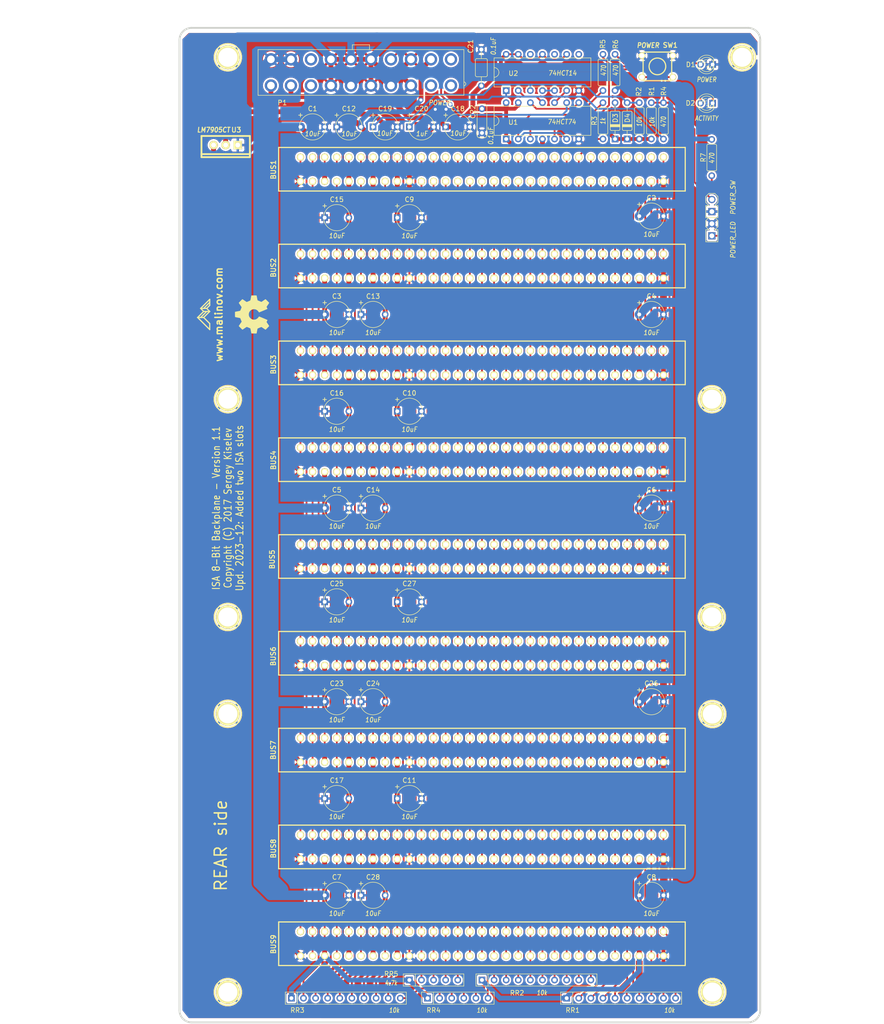
<source format=kicad_pcb>
(kicad_pcb (version 20221018) (generator pcbnew)
  (title_block (date "18 mar 2013") (comment 4 "AISLER Project ID: DNSANWWO"))
  (layers (0 "F.Cu" signal) (31 "B.Cu" signal) (34 "B.Paste" user) (35 "F.Paste" user) (36 "B.SilkS" user "B.Silkscreen") (37 "F.SilkS" user "F.Silkscreen") (38 "B.Mask" user) (39 "F.Mask" user) (44 "Edge.Cuts" user))
  (net 0 "")
  (net 1 "/-12V")
  (net 2 "/-5V")
  (net 3 "/-5V_ATX")
  (net 4 "/12V")
  (net 5 "/A0")
  (net 6 "/A1")
  (net 7 "/A10")
  (net 8 "/A11")
  (net 9 "/A12")
  (net 10 "/A13")
  (net 11 "/A14")
  (net 12 "/A15")
  (net 13 "/A16")
  (net 14 "/A17")
  (net 15 "/A18")
  (net 16 "/A19")
  (net 17 "/A2")
  (net 18 "/A3")
  (net 19 "/A4")
  (net 20 "/A5")
  (net 21 "/A6")
  (net 22 "/A7")
  (net 23 "/A8")
  (net 24 "/A9")
  (net 25 "/AEN")
  (net 26 "/ALE")
  (net 27 "/CLK")
  (net 28 "/D0")
  (net 29 "/D1")
  (net 30 "/D2")
  (net 31 "/D3")
  (net 32 "/D4")
  (net 33 "/D5")
  (net 34 "/D6")
  (net 35 "/D7")
  (net 36 "/DRQ1")
  (net 37 "/DRQ2")
  (net 38 "/DRQ3")
  (net 39 "/IRQ3")
  (net 40 "/IRQ4")
  (net 41 "/IRQ5")
  (net 42 "/IRQ6")
  (net 43 "/IRQ7")
  (net 44 "/OSC")
  (net 45 "/TC")
  (net 46 "/~{DACK0}")
  (net 47 "/~{DACK1}")
  (net 48 "/~{DACK2}")
  (net 49 "/~{DACK3}")
  (net 50 "/~{IOCHK}")
  (net 51 "/~{IOR}")
  (net 52 "/~{IOW}")
  (net 53 "/~{MEMR}")
  (net 54 "/~{MEMW}")
  (net 55 "/~{PS_ON}")
  (net 56 "GND")
  (net 57 "VCC")
  (net 58 "/RSTDRV")
  (net 59 "/+5V")
  (net 60 "/IRQ2")
  (net 61 "/IORDY")
  (net 62 "Net-(D4-A)")
  (net 63 "Net-(D3-A)")
  (net 64 "Net-(D1-A)")
  (net 65 "Net-(D2-K)")
  (net 66 "Net-(U2-Pad4)")
  (net 67 "Net-(D2-A)")
  (net 72 "Net-(P2-P2)")
  (net 73 "Net-(P3-P1)")
  (net 74 "Net-(U1A-CLK)")
  (net 75 "Net-(U1A-D)")
  (net 76 "Net-(U1B-D)")
  (net 77 "Net-(U1B-CLK)")
  (net 78 "Net-(U1B-~{PR})")
  (net 82 "/~{0WS}")
  (footprint "My_Components:Conn_Edge_ISA8" (layer "F.Cu") (at 124.3 52.47 180)
    (fp_text reference "BUS1")
    (fp_text value "BUSPC_DEV" hide)
  )
  (footprint "My_Components:Conn_Edge_ISA8" (layer "F.Cu") (at 124.3 72.79 180)
    (fp_text reference "BUS2")
    (fp_text value "BUSPC_HOST" hide)
  )
  (footprint "My_Components:Conn_Edge_ISA8" (layer "F.Cu") (at 124.3 93.11 180)
    (fp_text reference "BUS3")
    (fp_text value "BUSPC_HOST" hide)
  )
  (footprint "My_Components:Conn_Edge_ISA8" (layer "F.Cu") (at 124.3 113.43 180)
    (fp_text reference "BUS4")
    (fp_text value "BUSPC_HOST" hide)
  )
  (footprint "My_Components:Conn_Edge_ISA8" (layer "F.Cu") (at 124.3 133.75 180)
    (fp_text reference "BUS5")
    (fp_text value "BUSPC_HOST" hide)
  )
  (footprint "My_Components:Conn_Edge_ISA8" (layer "F.Cu") (at 124.3 194.71 180)
    (fp_text reference "BUS8")
    (fp_text value "BUSPC_HOST" hide)
  )
  (footprint "My_Components:Cap_Tant_508" (layer "F.Cu") (at 88.74 43.58)
    (fp_text reference "C1")
    (fp_text value "10uF")
  )
  (footprint "My_Components:Cap_Tant_508" (layer "F.Cu") (at 159.86 62.3125)
    (fp_text reference "C2")
    (fp_text value "10uF")
  )
  (footprint "My_Components:Cap_Tant_508" (layer "F.Cu") (at 93.82 82.95)
    (fp_text reference "C3")
    (fp_text value "10uF")
  )
  (footprint "My_Components:Cap_Tant_508" (layer "F.Cu") (at 159.86 82.95)
    (fp_text reference "C4")
    (fp_text value "10uF")
  )
  (footprint "My_Components:Cap_Tant_508" (layer "F.Cu") (at 93.82 123.59)
    (fp_text reference "C5")
    (fp_text value "10uF")
  )
  (footprint "My_Components:Cap_Tant_508" (layer "F.Cu") (at 159.86 123.59)
    (fp_text reference "C6")
    (fp_text value "10uF")
  )
  (footprint "My_Components:Cap_Tant_508" (layer "F.Cu") (at 93.82 204.865)
    (fp_text reference "C7")
    (fp_text value "10uF")
  )
  (footprint "My_Components:Cap_Tant_508" (layer "F.Cu") (at 159.86 204.865)
    (fp_text reference "C8")
    (fp_text value "10uF")
  )
  (footprint "My_Components:Cap_Tant_508" (layer "F.Cu") (at 109.06 62.63)
    (fp_text reference "C9")
    (fp_text value "10uF")
  )
  (footprint "My_Components:Cap_Tant_508" (layer "F.Cu") (at 109.06 103.27)
    (fp_text reference "C10")
    (fp_text value "10uF")
  )
  (footprint "My_Components:Cap_Tant_508" (layer "F.Cu") (at 109.06 184.55)
    (fp_text reference "C11")
    (fp_text value "10uF")
  )
  (footprint "My_Components:Cap_Tant_508" (layer "F.Cu") (at 101.44 82.95)
    (fp_text reference "C13")
    (fp_text value "10uF")
  )
  (footprint "My_Components:Cap_Tant_508" (layer "F.Cu") (at 101.44 123.59)
    (fp_text reference "C14")
    (fp_text value "10uF")
  )
  (footprint "My_Components:Cap_Tant_508" (layer "F.Cu") (at 93.82 62.63)
    (fp_text reference "C15")
    (fp_text value "10uF")
  )
  (footprint "My_Components:Cap_Tant_508" (layer "F.Cu") (at 93.82 103.27)
    (fp_text reference "C16")
    (fp_text value "10uF")
  )
  (footprint "My_Components:Cap_Tant_508" (layer "F.Cu") (at 93.82 184.55)
    (fp_text reference "C17")
    (fp_text value "10uF")
  )
  (footprint "My_Components:Cap_Tant_508" (layer "F.Cu") (at 119.22 43.58)
    (fp_text reference "C18")
    (fp_text value "10uF")
  )
  (footprint "My_Components:Cap_Tant_508" (layer "F.Cu") (at 103.98 43.58)
    (fp_text reference "C19")
    (fp_text value "10uF")
  )
  (footprint "My_Components:Cap_Tant_508" (layer "F.Cu") (at 111.6 43.58)
    (fp_text reference "C20")
    (fp_text value "1uF")
  )
  (footprint "My_Components:LED_3mm" (layer "F.Cu") (at 171.45 30.48)
    (fp_text reference "D1")
    (fp_text value "POWER")
  )
  (footprint "My_Components:LED_3mm" (layer "F.Cu") (at 171.45 38.608)
    (fp_text reference "D2")
    (fp_text value "ACTIVITY")
  )
  (footprint "My_Components:Diode_762" (layer "F.Cu") (at 152.24 42.31 -90)
    (fp_text reference "D3")
    (fp_text value "1N4148" hide)
  )
  (footprint "My_Components:Diode_762" (layer "F.Cu") (at 154.78 42.31 -90)
    (fp_text reference "D4")
    (fp_text value "1N4148" hide)
  )
  (footprint "My_Components:Hole_4mm" (layer "F.Cu") (at 70.96 146.45 90)
    (fp_text reference "HOLE1" hide)
    (fp_text value "HOLE" hide)
  )
  (footprint "My_Components:Hole_4mm" (layer "F.Cu") (at 70.96 100.73 90)
    (fp_text reference "HOLE2" hide)
    (fp_text value "HOLE" hide)
  )
  (footprint "My_Components:Hole_4mm" (layer "F.Cu") (at 178.91 28.97 90)
    (fp_text reference "HOLE3" hide)
    (fp_text value "HOLE" hide)
  )
  (footprint "My_Components:Hole_4mm" (layer "F.Cu") (at 70.96 225.185 90)
    (fp_text reference "HOLE4" hide)
    (fp_text value "HOLE" hide)
  )
  (footprint "My_Components:Hole_4mm" (layer "F.Cu") (at 172.555798 146.430618 90)
    (fp_text reference "HOLE5" hide)
    (fp_text value "HOLE" hide)
  )
  (footprint "My_Components:Hole_4mm" (layer "F.Cu") (at 172.56 100.73 90)
    (fp_text reference "HOLE6" hide)
    (fp_text value "HOLE" hide)
  )
  (footprint "My_Components:Hole_4mm" (layer "F.Cu") (at 70.96 166.77 90)
    (fp_text reference "HOLE7" hide)
    (fp_text value "HOLE" hide)
  )
  (footprint "My_Components:Hole_4mm" (layer "F.Cu") (at 70.96 28.97)
    (fp_text reference "HOLE8" hide)
    (fp_text value "HOLE" hide)
  )
  (footprint "My_Components:Conn_Pin_Header_2x1_2.54mm" (layer "F.Cu") (at 172.56 60.09 90)
    (fp_text reference "P2" hide)
    (fp_text value "POWER_SW")
  )
  (footprint "My_Components:Conn_Power_ATX_20pin" (layer "F.Cu") (at 98.9 32.15)
    (fp_text reference "P1")
    (fp_text value "POWER")
  )
  (footprint "My_Components:Res_762" (layer "F.Cu") (at 159.86 42.31 90)
    (fp_text reference "R1")
    (fp_text value "10k")
  )
  (footprint "My_Components:Res_762" (layer "F.Cu") (at 157.32 42.31 90)
    (fp_text reference "R2")
    (fp_text value "10k")
  )
  (footprint "My_Components:Res_762" (layer "F.Cu") (at 149.7 42.31 90)
    (fp_text reference "R3")
    (fp_text value "1k")
  )
  (footprint "My_Components:Res_762" (layer "F.Cu") (at 162.4 42.31 90)
    (fp_text reference "R4")
    (fp_text value "470")
  )
  (footprint "My_Components:Res_762" (layer "F.Cu") (at 149.7 32.15 -90)
    (fp_text reference "R5")
    (fp_text value "470")
  )
  (footprint "My_Components:Res_762" (layer "F.Cu") (at 152.24 32.15 -90)
    (fp_text reference "R6")
    (fp_text value "470")
  )
  (footprint "My_Components:Res_762" (layer "F.Cu") (at 172.535632 50.016708 90)
    (fp_text reference "R7")
    (fp_text value "470")
  )
  (footprint "My_Components:Conn_SIL10" (layer "F.Cu") (at 153.51 226.455)
    (fp_text reference "RR1")
    (fp_text value "10k")
  )
  (footprint "My_Components:Conn_SIL10" (layer "F.Cu") (at 135.73 222.645)
    (fp_text reference "RR2")
    (fp_text value "10k")
  )
  (footprint "My_Components:Conn_SIL10" (layer "F.Cu") (at 95.725 226.455)
    (fp_text reference "RR3")
    (fp_text value "10k")
  )
  (footprint "My_Components:Switch_Tactile_6mm" (layer "F.Cu") (at 161.13 30.88)
    (fp_text reference "SW1")
    (fp_text value "POWER")
  )
  (footprint "My_Components:Conn_Edge_ISA8" (layer "F.Cu") (at 124.3 215.03 180)
    (fp_text reference "BUS9")
    (fp_text value "BUSPC_HOST" hide)
  )
  (footprint "My_Components:Conn_Pin_Header_2x1_2.54mm" (layer "F.Cu") (at 172.56 65.17 90)
    (fp_text reference "P3" hide)
    (fp_text value "POWER_LED")
  )
  (footprint "My_Components:Conn_SIL6" (layer "F.Cu") (at 119.22 226.455)
    (fp_text reference "RR4")
    (fp_text value "10k")
  )
  (footprint "My_Components:IC_DIP14_300" (layer "F.Cu") (at 137 42.31)
    (fp_text reference "U1")
    (fp_text value "74HCT74")
  )
  (footprint "My_Components:IC_DIP14_300" (layer "F.Cu") (at 137 32.15)
    (fp_text reference "U2")
    (fp_text value "74HCT14")
  )
  (footprint "My_Components:Cap_Cer_508" (layer "F.Cu") (at 124.3 42.31 -90)
    (fp_text reference "C22")
    (fp_text value "0.1uF")
  )
  (footprint "My_Components:Cap_Tant_508" (layer "F.Cu") (at 96.36 43.58)
    (fp_text reference "C12")
    (fp_text value "10uF")
  )
  (footprint "My_Components:Cap_Cer_762" (layer "F.Cu") (at 124.170285 31.145667 90)
    (fp_text reference "C21")
    (fp_text value "0.1uF")
  )
  (footprint "My_Components:IC_TO220-3_Vert" (layer "F.Cu") (at 70.4977 47.39 180)
    (fp_text reference "U3")
    (fp_text value "LM7905CT")
  )
  (footprint "OSHW-logo:OSHW-logo_silkscreen-front_8mm" (layer "F.Cu") (at 76.04 82.95 90)
    (fp_text reference "G***" hide)
    (fp_text value "OSHW-logo_silkscreen-front_8mm" hide)
  )
  (footprint "My_Components:Cap_Tant_508" (layer "F.Cu") (at 101.44 204.865)
    (fp_text reference "C28")
    (fp_text value "10uF")
  )
  (footprint "My_Components:Conn_Edge_ISA8" (layer "F.Cu") (at 124.3 154.065 180)
    (fp_text reference "BUS6")
    (fp_text value "BUSPC_DEV" hide)
  )
  (footprint "My_Components:Hole_4mm" (layer "F.Cu") (at 172.659083 225.165833)
    (fp_text reference "HOLE10" hide)
    (fp_text value "HOLE" hide)
  )
  (footprint "My_Components:Cap_Tant_508" (layer "F.Cu") (at 109.06 143.27)
    (fp_text reference "C27")
    (fp_text value "10uF")
  )
  (footprint "My_Components:Cap_Tant_508" (layer "F.Cu") (at 159.86 164.225)
    (fp_text reference "C26")
    (fp_text value "10uF" hide)
  )
  (footprint "My_Components:Hole_4mm" (layer "F.Cu") (at 172.659083 166.82225)
    (fp_text reference "HOLE9" hide)
    (fp_text value "HOLE" hide)
  )
  (footprint "My_Components:Cap_Tant_508" (layer "F.Cu") (at 93.82 143.27)
    (fp_text reference "C25")
    (fp_text value "10uF")
  )
  (footprint "My_Components:Cap_Tant_508" (layer "F.Cu") (at 93.82 164.225)
    (fp_text reference "C23")
    (fp_text value "10uF")
  )
  (footprint "My_Components:Conn_SIL5" (layer "F.Cu") (at 114.14 222.645)
    (fp_text reference "RR5")
    (fp_text value "4.7k")
  )
  (footprint "My_Components:Cap_Tant_508" (layer "F.Cu") (at 101.44 164.225)
    (fp_text reference "C24")
    (fp_text value "10uF")
  )
  (footprint "My_Components:Conn_Edge_ISA8" (layer "F.Cu") (at 124.3 174.385 180)
    (fp_text reference "BUS7")
    (fp_text value "BUSPC_DEV" hide)
  )
  (gr_line (start 65.245 81.68) (end 67.15 79.775) (stroke (width 0.254)) (layer "F.SilkS"))
  (gr_line (start 67.15 82.315) (end 65.88 83.585) (stroke (width 0.254)) (layer "F.SilkS"))
  (gr_line (start 67.15 79.775) (end 67.15 81.045) (stroke (width 0.254)) (layer "F.SilkS"))
  (gr_line (start 67.15 86.125) (end 64.61 83.585) (stroke (width 0.254)) (layer "F.SilkS"))
  (gr_line (start 65.88 81.68) (end 67.15 80.41) (stroke (width 0.254)) (layer "F.SilkS"))
  (gr_line (start 64.61 83.585) (end 65.88 82.315) (stroke (width 0.254)) (layer "F.SilkS"))
  (gr_line (start 65.245 83.585) (end 66.515 82.315) (stroke (width 0.254)) (layer "F.SilkS"))
  (gr_line (start 67.15 81.045) (end 66.515 81.68) (stroke (width 0.254)) (layer "F.SilkS"))
  (gr_line (start 64.61 83.585) (end 65.88 83.585) (stroke (width 0.254)) (layer "F.SilkS"))
  (gr_line (start 65.245 81.68) (end 66.515 81.68) (stroke (width 0.254)) (layer "F.SilkS"))
  (gr_line (start 66.515 81.68) (end 67.15 82.315) (stroke (width 0.254)) (layer "F.SilkS"))
  (gr_line (start 65.88 82.315) (end 67.15 82.315) (stroke (width 0.254)) (layer "F.SilkS"))
  (gr_line (start 67.15 84.855) (end 67.15 86.125) (stroke (width 0.254)) (layer "F.SilkS"))
  (gr_line (start 65.88 82.315) (end 65.245 81.68) (stroke (width 0.254)) (layer "F.SilkS"))
  (gr_line (start 65.88 83.585) (end 67.15 84.855) (stroke (width 0.254)) (layer "F.SilkS"))
  (gr_line (start 63.34 22.8) (end 180.18 22.8) (stroke (width 0.381)) (layer "Edge.Cuts"))
  (gr_line (start 182.72 25.34) (end 182.72 229) (stroke (width 0.381)) (layer "Edge.Cuts"))
  (gr_line (start 180.18 231.54) (end 63.34 231.54) (stroke (width 0.381)) (layer "Edge.Cuts"))
  (gr_line (start 60.8 229) (end 60.8 25.34) (stroke (width 0.381)) (layer "Edge.Cuts"))
  (gr_arc (start 180.18 22.8) (mid 181.976051 23.543949) (end 182.72 25.34) (stroke (width 0.381)) (layer "Edge.Cuts"))
  (gr_arc (start 60.8 25.34) (mid 61.543949 23.543949) (end 63.34 22.8) (stroke (width 0.381)) (layer "Edge.Cuts"))
  (gr_arc (start 63.34 231.54) (mid 61.543949 230.796051) (end 60.8 229) (stroke (width 0.381)) (layer "Edge.Cuts"))
  (gr_arc (start 182.72 229) (mid 181.976051 230.796051) (end 180.18 231.54) (stroke (width 0.381)) (layer "Edge.Cuts"))
  (gr_text "ISA 8-Bit Backplane - Version 1.1\nCopyright (C) 2017 Sergey Kiselev\nUpd. 2023-12: Added two ISA slots" (at 70.96 123.59 90) (layer "F.SilkS") (effects (font (size 1.524 1.27) (thickness 0.2032))))
  (gr_text "REAR side" (at 70.96 204.23 90) (layer "F.SilkS") (effects (font (size 2.54 2.54) (thickness 0.3175)) (justify left bottom)))
  (gr_text "www.malinov.com" (at 69.055 82.95 90) (layer "F.SilkS") (effects (font (size 1.524 1.524) (thickness 0.3048))))
  (segment (start 111.4984 31.49976) (end 111.4984 37.921303) (width 1.01346) (layer "F.Cu") (net 1))
  (segment (start 100.17 214.395) (end 101.44 215.665) (width 1.01346) (layer "F.Cu") (net 1))
  (segment (start 101.44 195.345) (end 100.17 194.075) (width 1.01346) (layer "F.Cu") (net 1))
  (segment (start 100.17 194.075) (end 100.17 193.1225) (width 1.01346) (layer "F.Cu") (net 1))
  (segment (start 100.17 191.2175) (end 100.17 193.1225) (width 0.50546) (layer "F.Cu") (net 1))
  (segment (start 100.17 190.265) (end 101.44 188.995) (width 1.01346) (layer "F.Cu") (net 1))
  (segment (start 101.44 134.385) (end 100.17 133.115) (width 1.01346) (layer "F.Cu") (net 1))
  (segment (start 100.17 133.115) (end 100.17 132.1625) (width 1.01346) (layer "F.Cu") (net 1))
  (segment (start 100.17 130.2575) (end 100.17 132.1625) (width 0.50546) (layer "F.Cu") (net 1))
  (segment (start 103.98 120.415) (end 101.44 117.875) (width 1.01346) (layer "F.Cu") (net 1))
  (segment (start 101.44 117.875) (end 101.44 115.97) (width 1.01346) (layer "F.Cu") (net 1))
  (segment (start 101.44 114.065) (end 100.17 112.795) (width 1.01346) (layer "F.Cu") (net 1))
  (segment (start 100.17 112.795) (end 100.17 111.8425) (width 1.01346) (layer "F.Cu") (net 1))
  (segment (start 100.17 109.9375) (end 100.17 111.8425) (width 0.50546) (layer "F.Cu") (net 1))
  (segment (start 100.17 108.985) (end 101.44 107.715) (width 1.01346) (layer "F.Cu") (net 1))
  (segment (start 101.44 107.715) (end 101.44 95.65) (width 1.01346) (layer "F.Cu") (net 1))
  (segment (start 101.44 93.745) (end 100.17 92.475) (width 1.01346) (layer "F.Cu") (net 1))
  (segment (start 100.17 92.475) (end 100.17 91.5225) (width 1.01346) (layer "F.Cu") (net 1))
  (segment (start 100.17 89.6175) (end 100.17 91.5225) (width 0.50546) (layer "F.Cu") (net 1))
  (segment (start 100.17 88.665) (end 103.98 84.855) (width 1.01346) (layer "F.Cu") (net 1))
  (segment (start 103.98 84.855) (end 103.98 82.95) (width 1.01346) (layer "F.Cu") (net 1))
  (segment (start 103.98 125.495) (end 100.17 129.305) (width 1.01346) (layer "F.Cu") (net 1))
  (segment (start 100.17 129.305) (end 100.17 130.2575) (width 1.01346) (layer "F.Cu") (net 1))
  (segment (start 101.44 77.235) (end 103.98 79.775) (width 1.01346) (layer "F.Cu") (net 1))
  (segment (start 103.98 79.775) (end 103.98 82.95) (width 1.01346) (layer "F.Cu") (net 1))
  (segment (start 100.17 72.155) (end 101.44 73.425) (width 1.01346) (layer "F.Cu") (net 1))
  (segment (start 101.44 73.425) (end 101.44 75.33) (width 1.01346) (layer "F.Cu") (net 1))
  (segment (start 101.44 67.075) (end 100.17 68.345) (width 1.01346) (layer "F.Cu") (net 1))
  (segment (start 100.17 68.345) (end 100.17 69.2975) (width 1.01346) (layer "F.Cu") (net 1))
  (segment (start 100.17 69.2975) (end 100.17 71.2025) (width 0.50546) (layer "F.Cu") (net 1))
  (segment (start 100.17 50.8825) (end 100.17 48.9775) (width 0.50546) (layer "F.Cu") (net 1))
  (segment (start 100.17 51.835) (end 101.44 53.105) (width 1.01346) (layer "F.Cu") (net 1))
  (segment (start 101.44 53.105) (end 101.44 55.01) (width 1.01346) (layer "F.Cu") (net 1))
  (segment (start 75.165 40.405) (end 95.725 40.405) (width 1.01346) (layer "F.Cu") (net 1))
  (segment (start 100.17 50.8825) (end 100.17 51.835) (width 1.01346) (layer "F.Cu") (net 1))
  (segment (start 100.17 170.575) (end 100.17 172.72) (width 0.50546) (layer "F.Cu") (net 1))
  (segment (start 100.17 47.39) (end 100.17 48.9775) (width 1.01346) (layer "F.Cu") (net 1))
  (segment (start 95.725 40.405) (end 98.9 43.58) (width 1.01346) (layer "F.Cu") (net 1))
  (segment (start 101.44 55.01) (end 101.44 67.075) (width 1.01346) (layer "F.Cu") (net 1))
  (segment (start 100.17 150.89) (end 100.17 149.62) (width 0.8) (layer "F.Cu") (net 1))
  (segment (start 101.44 175.655) (end 101.44 176.925) (width 1) (layer "F.Cu") (net 1))
  (segment (start 70.4977 47.39) (end 70.4977 45.0723) (width 1.01346) (layer "F.Cu") (net 1))
  (segment (start 100.17 44.85) (end 100.17 47.39) (width 1.01346) (layer "F.Cu") (net 1))
  (segment (start 100.17 213.4425) (end 100.17 214.395) (width 1.01346) (layer "F.Cu") (net 1))
  (segment (start 101.44 134.385) (end 101.44 136.29) (width 0.50546) (layer "F.Cu") (net 1))
  (segment (start 101.44 176.925) (end 101.44 188.995) (width 1) (layer "F.Cu") (net 1))
  (segment (start 103.98 162.32) (end 101.44 159.78) (width 1) (layer "F.Cu") (net 1))
  (segment (start 101.44 197.25) (end 101.44 195.345) (width 1.01346) (layer "F.Cu") (net 1))
  (segment (start 103.98 206.696554) (end 103.98 202.278) (width 1.01346) (layer "F.Cu") (net 1))
  (segment (start 101.44 217.57) (end 101.44 215.665) (width 1.01346) (layer "F.Cu") (net 1))
  (segment (start 100.17 89.6175) (end 100.17 88.665) (width 1.01346) (layer "F.Cu") (net 1))
  (segment (start 101.44 148.355) (end 101.44 136.29) (width 1.01346) (layer "F.Cu") (net 1))
  (segment (start 100.17 71.2025) (end 100.17 72.155) (width 1.01346) (layer "F.Cu") (net 1))
  (segment (start 101.44 95.65) (end 101.44 93.745) (width 1.01346) (layer "F.Cu") (net 1))
  (segment (start 100.17 211.328) (end 100.17 210.506554) (width 1.01346) (layer "F.Cu") (net 1))
  (segment (start 100.17 213.4425) (end 100.17 211.328) (width 0.50546) (layer "F.Cu") (net 1))
  (segment (start 100.17 210.506554) (end 103.98 206.696554) (width 1.01346) (layer "F.Cu") (net 1))
  (segment (start 100.17 109.9375) (end 100.17 108.985) (width 1.01346) (layer "F.Cu") (net 1))
  (segment (start 101.44 75.33) (end 101.44 77.235) (width 1.01346) (layer "F.Cu") (net 1))
  (segment (start 103.98 123.59) (end 103.98 120.415) (width 1.01346) (layer "F.Cu") (net 1))
  (segment (start 103.98 202.278) (end 101.44 199.738) (width 1.01346) (layer "F.Cu") (net 1))
  (segment (start 101.44 199.738) (end 101.44 197.25) (width 1.01346) (layer "F.Cu") (net 1))
  (segment (start 70.4977 45.0723) (end 75.165 40.405) (width 1.01346) (layer "F.Cu") (net 1))
  (segment (start 103.98 164.225) (end 103.98 162.32) (width 1) (layer "F.Cu") (net 1))
  (segment (start 100.17 152.795) (end 100.17 150.89) (width 0.50546) (layer "F.Cu") (net 1))
  (segment (start 100.17 153.352508) (end 101.44 154.622508) (width 0.8) (layer "F.Cu") (net 1))
  (segment (start 101.44 154.622508) (end 101.44 156.605) (width 0.8) (layer "F.Cu") (net 1))
  (segment (start 103.98 123.59) (end 103.98 125.495) (width 1.01346) (layer "F.Cu") (net 1))
  (segment (start 113.59898 29.39918) (end 111.4984 31.49976) (width 1.01346) (layer "F.Cu") (net 1))
  (segment (start 101.44 159.78) (end 101.44 156.605) (width 1) (layer "F.Cu") (net 1))
  (segment (start 100.17 172.72) (end 100.17 173.672508) (width 0.8) (layer "F.Cu") (net 1))
  (segment (start 101.435 148.355) (end 101.44 148.355) (width 0.50546) (layer "F.Cu") (net 1))
  (segment (start 98.9 43.58) (end 100.17 44.85) (width 1.01346) (layer "F.Cu") (net 1))
  (segment (start 103.98 165.558928) (end 103.98 164.225) (width 1) (layer "F.Cu") (net 1))
  (segment (start 100.17 169.368928) (end 103.98 165.558928) (width 1) (layer "F.Cu") (net 1))
  (segment (start 100.17 170.575) (end 100.17 169.368928) (width 1) (layer "F.Cu") (net 1))
  (segment (start 100.17 191.2175) (end 100.17 190.265) (width 1.01346) (layer "F.Cu") (net 1))
  (segment (start 101.44 136.29) (end 101.44 134.385) (width 1.01346) (layer "F.Cu") (net 1))
  (segment (start 101.44 115.97) (end 101.44 114.065) (width 1.01346) (layer "F.Cu") (net 1))
  (segment (start 101.44 174.942508) (end 101.44 175.655) (width 0.8) (layer "F.Cu") (net 1))
  (segment (start 100.17 173.672508) (end 101.44 174.942508) (width 0.8) (layer "F.Cu") (net 1))
  (segment (start 100.17 149.62) (end 101.435 148.355) (width 0.8) (layer "F.Cu") (net 1))
  (segment (start 100.17 152.795) (end 100.17 153.352508) (width 0.8) (layer "F.Cu") (net 1))
  (via (at 111.479704 37.939999) (size 0.889) (drill 0.635) (layers "F.Cu" "B.Cu") (net 1))
  (segment (start 109.065 40.4) (end 111.4984 37.9666) (width 1.01346) (layer "B.Cu") (net 1))
  (segment (start 98.9 42.305) (end 100.805 40.4) (width 1.01346) (layer "B.Cu") (net 1))
  (segment (start 100.805 40.4) (end 109.065 40.4) (width 1.01346) (layer "B.Cu") (net 1))
  (segment (start 98.9 43.58) (end 98.9 42.305) (width 1.01346) (layer "B.Cu") (net 1))
  (segment (start 95.09 50.8825) (end 95.09 48.9775) (width 0.50546) (layer "F.Cu") (net 2))
  (segment (start 95.09 51.835) (end 96.36 53.105) (width 1.01346) (layer "F.Cu") (net 2))
  (segment (start 96.36 53.105) (end 96.36 55.01) (width 1.01346) (layer "F.Cu") (net 2))
  (segment (start 96.36 67.075) (end 95.09 68.345) (width 1.01346) (layer "F.Cu") (net 2))
  (segment (start 95.09 71.2025) (end 95.09 69.2975) (width 0.50546) (layer "F.Cu") (net 2))
  (segment (start 95.09 72.155) (end 96.36 73.425) (width 1.01346) (layer "F.Cu") (net 2))
  (segment (start 96.36 77.235) (end 94.7725 78.8225) (width 1.01346) (layer "F.Cu") (net 2))
  (segment (start 94.7725 78.8225) (end 94.7725 88.3475) (width 1.01346) (layer "F.Cu") (net 2))
  (segment (start 94.7725 88.3475) (end 95.09 88.665) (width 1.01346) (layer "F.Cu") (net 2))
  (segment (start 96.36 93.745) (end 95.09 92.475) (width 1.01346) (layer "F.Cu") (net 2))
  (segment (start 95.09 92.475) (end 95.09 91.5225) (width 1.01346) (layer "F.Cu") (net 2))
  (segment (start 95.09 91.5225) (end 95.09 89.6175) (width 0.50546) (layer "F.Cu") (net 2))
  (segment (start 95.09 109.9375) (end 95.09 111.8425) (width 0.50546) (layer "F.Cu") (net 2))
  (segment (start 96.36 114.065) (end 95.09 112.795) (width 1.01346) (layer "F.Cu") (net 2))
  (segment (start 94.7725 119.4625) (end 94.7725 128.9875) (width 1.01346) (layer "F.Cu") (net 2))
  (segment (start 94.7725 128.9875) (end 95.09 129.305) (width 1.01346) (layer "F.Cu") (net 2))
  (segment (start 96.36 134.385) (end 95.09 133.115) (width 1.01346) (layer "F.Cu") (net 2))
  (segment (start 95.09 133.115) (end 95.09 132.1625) (width 1.01346) (layer "F.Cu") (net 2))
  (segment (start 95.09 191.2175) (end 95.09 193.1225) (width 0.50546) (layer "F.Cu") (net 2))
  (segment (start 95.09 190.265) (end 96.36 188.995) (width 1.01346) (layer "F.Cu") (net 2))
  (segment (start 96.36 188.995) (end 96.36 184.55) (width 1.01346) (layer "F.Cu") (net 2))
  (segment (start 96.36 195.345) (end 95.09 194.075) (width 1.01346) (layer "F.Cu") (net 2))
  (segment (start 95.09 194.075) (end 95.09 193.1225) (width 1.01346) (layer "F.Cu") (net 2))
  (segment (start 96.36 215.665) (end 95.09 214.395) (width 1.01346) (layer "F.Cu") (net 2))
  (segment (start 95.09 214.395) (end 95.09 213.4425) (width 1.01346) (layer "F.Cu") (net 2))
  (segment (start 95.09 132.1625) (end 95.09 130.2575) (width 0.50546) (layer "F.Cu") (net 2))
  (segment (start 95.05155 153.439902) (end 95.05155 152.487402) (width 1.01346) (layer "F.Cu") (net 2))
  (segment (start 95.09 48.3425) (end 95.09 48.9775) (width 1.01346) (layer "F.Cu") (net 2))
  (segment (start 95.09 112.795) (end 95.09 111.8425) (width 1.01346) (layer "F.Cu") (net 2))
  (segment (start 96.32155 143.30845) (end 96.32155 148.359902) (width 1.01346) (layer "F.Cu") (net 2))
  (segment (start 96.36 175.02) (end 95.09 173.75) (width 1.01346) (layer "F.Cu") (net 2))
  (segment (start 96.36 176.925) (end 96.36 175.02) (width 1.01346) (layer "F.Cu") (net 2))
  (segment (start 96.36 156.605) (end 96.36 158.51) (width 1.01346) (layer "F.Cu") (net 2))
  (segment (start 95.09 150.620852) (end 95.09 152.448952) (width 0.50546) (layer "F.Cu") (net 2))
  (segment (start 96.36 136.29) (end 96.36 134.385) (width 1.01346) (layer "F.Cu") (net 2))
  (segment (start 95.09 50.8825) (end 95.09 51.835) (width 1.01346) (layer "F.Cu") (net 2))
  (segment (start 95.09 173.75) (end 95.09 172.7975) (width 1.01346) (layer "F.Cu") (net 2))
  (segment (start 96.32155 148.359902) (end 95.05155 149.629902) (width 1.01346) (layer "F.Cu") (net 2))
  (segment (start 96.36 115.97) (end 96.36 117.875) (width 1.01346) (layer "F.Cu") (net 2))
  (segment (start 96.36 158.51) (end 94.90077 159.96923) (width 1.01346) (layer "F.Cu") (net 2))
  (segment (start 96.36 184.545) (end 96.36 176.925) (width 1.01346) (layer "F.Cu") (net 2))
  (segment (start 95.09 69.2975) (end 95.09 68.345) (width 1.01346) (layer "F.Cu") (net 2))
  (segment (start 96.36 62.63) (end 96.36 67.075) (width 1.01346) (layer "F.Cu") (net 2))
  (segment (start 94.90077 201.24423) (end 96.36 199.785) (width 1.01346) (layer "F.Cu") (net 2))
  (segment (start 95.09 211.5375) (end 94.90077 211.34827) (width 1.01346) (layer "F.Cu") (net 2))
  (segment (start 67.9577 49.1617) (end 68.834 50.038) (width 1.01346) (layer "F.Cu") (net 2))
  (segment (start 95.09 89.6175) (end 95.09 88.665) (width 1.01346) (layer "F.Cu") (net 2))
  (segment (start 95.09 191.2175) (end 95.09 190.265) (width 1.01346) (layer "F.Cu") (net 2))
  (segment (start 96.36 115.97) (end 96.36 114.065) (width 1.01346) (layer "F.Cu") (net 2))
  (segment (start 96.36 199.785) (end 96.36 197.25) (width 1.01346) (layer "F.Cu") (net 2))
  (segment (start 82.0725 41.9925) (end 87.1525 41.9925) (width 1.01346) (layer "F.Cu") (net 2))
  (segment (start 94.90077 211.34827) (end 94.90077 201.24423) (width 1.01346) (layer "F.Cu") (net 2))
  (segment (start 68.834 50.038) (end 74.027 50.038) (width 1.01346) (layer "F.Cu") (net 2))
  (segment (start 94.90077 165.30577) (end 95.09 165.495) (width 1.01346) (layer "F.Cu") (net 2))
  (segment (start 96.36 117.875) (end 94.7725 119.4625) (width 1.01346) (layer "F.Cu") (net 2))
  (segment (start 95.05155 149.629902) (end 95.05155 150.582402) (width 1.01346) (layer "F.Cu") (net 2))
  (segment (start 95.09 108.985) (end 96.36 107.715) (width 1.01346) (layer "F.Cu") (net 2))
  (segment (start 95.09 109.9375) (end 95.09 108.985) (width 1.01346) (layer "F.Cu") (net 2))
  (segment (start 96.36 197.25) (end 96.36 195.345) (width 1.01346) (layer "F.Cu") (net 2))
  (segment (start 67.9577 47.39) (end 67.9577 49.1617) (width 1.01346) (layer "F.Cu") (net 2))
  (segment (start 95.09 172.7975) (end 95.09 170.8925) (width 0.50546) (layer "F.Cu") (net 2))
  (segment (start 94.90077 159.96923) (end 94.90077 165.30577) (width 1.01346) (layer "F.Cu") (net 2))
  (segment (start 96.36 55.01) (end 96.36 62.63) (width 1.01346) (layer "F.Cu") (net 2))
  (segment (start 92.2325 45.485) (end 95.09 48.3425) (width 1.01346) (layer "F.Cu") (net 2))
  (segment (start 96.32155 156.614902) (end 96.32155 154.709902) (width 1.01346) (layer "F.Cu") (net 2))
  (segment (start 87.1525 41.9925) (end 90.645 45.485) (width 1.01346) (layer "F.Cu") (net 2))
  (segment (start 96.36 217.57) (end 96.36 215.665) (width 1.01346) (layer "F.Cu") (net 2))
  (segment (start 74.027 50.038) (end 82.0725 41.9925) (width 1.01346) (layer "F.Cu") (net 2))
  (segment (start 95.09 165.495) (end 95.09 170.8925) (width 1.01346) (layer "F.Cu") (net 2))
  (segment (start 96.36 143.27) (end 96.32155 143.30845) (width 1.01346) (layer "F.Cu") (net 2))
  (segment (start 96.36 75.33) (end 96.36 77.235) (width 1.01346) (layer "F.Cu") (net 2))
  (segment (start 96.36 103.27) (end 96.36 95.65) (width 1.01346) (layer "F.Cu") (net 2))
  (segment (start 95.09 211.5375) (end 95.09 213.4425) (width 0.50546) (layer "F.Cu") (net 2))
  (segment (start 95.09 129.305) (end 95.09 130.2575) (width 1.01346) (layer "F.Cu") (net 2))
  (segment (start 96.36 75.33) (end 96.36 73.425) (width 1.01346) (layer "F.Cu") (net 2))
  (segment (start 95.09 71.2025) (end 95.09 72.155) (width 1.01346) (layer "F.Cu") (net 2))
  (segment (start 96.36 103.27) (end 96.36 107.715) (width 1.01346) (layer "F.Cu") (net 2))
  (segment (start 96.36 95.65) (end 96.36 93.745) (width 1.01346) (layer "F.Cu") (net 2))
  (segment (start 90.645 45.485) (end 92.2325 45.485) (width 1.01346) (layer "F.Cu") (net 2))
  (segment (start 96.32155 154.709902) (end 95.05155 153.439902) (width 1.01346) (layer "F.Cu") (net 2))
  (segment (start 96.36 143.91) (end 96.36 136.29) (width 1.01346) (layer "F.Cu") (net 2))
  (segment (start 105.25 213.4425) (end 105.25 211.5375) (width 0.50546) (layer "F.Cu") (net 4))
  (segment (start 105.25 214.395) (end 106.52 215.665) (width 1.01346) (layer "F.Cu") (net 4))
  (segment (start 106.52 215.665) (end 106.52 217.57) (width 1.01346) (layer "F.Cu") (net 4))
  (segment (start 105.25 211.5375) (end 105.25 211.22) (width 0.50546) (layer "F.Cu") (net 4))
  (segment (start 105.25 194.2655) (end 106.52 195.5355) (width 1.01346) (layer "F.Cu") (net 4))
  (segment (start 106.52 195.5355) (end 106.52 197.25) (width 1.01346) (layer "F.Cu") (net 4))
  (segment (start 105.25 190.138) (end 106.52 188.868) (width 1.01346) (layer "F.Cu") (net 4))
  (segment (start 106.52 188.868) (end 106.52 184.55) (width 1.01346) (layer "F.Cu") (net 4))
  (segment (start 105.25 133.242) (end 106.52 134.512) (width 1.01346) (layer "F.Cu") (net 4))
  (segment (start 106.52 134.512) (end 106.52 136.29) (width 1.01346) (layer "F.Cu") (net 4))
  (segment (start 105.25 50.8825) (end 105.25 48.9775) (width 0.50546) (layer "F.Cu") (net 4))
  (segment (start 105.25 52.1525) (end 106.52 53.4225) (width 1.01346) (layer "F.Cu") (net 4))
  (segment (start 106.52 53.4225) (end 106.52 55.01) (width 1.01346) (layer "F.Cu") (net 4))
  (segment (start 105.25 130.2575) (end 105.25 132.1625) (width 0.50546) (layer "F.Cu") (net 4))
  (segment (start 105.25 129.1145) (end 107.469962 126.894538) (width 1.01346) (layer "F.Cu") (net 4))
  (segment (start 107.469962 119.015462) (end 106.52 118.0655) (width 1.01346) (layer "F.Cu") (net 4))
  (segment (start 106.52 118.0655) (end 106.52 115.97) (width 1.01346) (layer "F.Cu") (net 4))
  (segment (start 106.52 114.192) (end 105.25 112.922) (width 1.01346) (layer "F.Cu") (net 4))
  (segment (start 105.25 112.922) (end 105.25 111.8425) (width 1.01346) (layer "F.Cu") (net 4))
  (segment (start 105.25 110.001) (end 105.25 111.8425) (width 0.50546) (layer "F.Cu") (net 4))
  (segment (start 105.25 108.858) (end 106.52 107.588) (width 1.01346) (layer "F.Cu") (net 4))
  (segment (start 106.52 107.588) (end 106.52 103.27) (width 1.01346) (layer "F.Cu") (net 4))
  (segment (start 106.52 93.872) (end 105.25 92.602) (width 1.01346) (layer "F.Cu") (net 4))
  (segment (start 105.25 92.602) (end 105.25 91.5225) (width 1.01346) (layer "F.Cu") (net 4))
  (segment (start 106.52 77.362) (end 107.475038 78.317038) (width 1.01346) (layer "F.Cu") (net 4))
  (segment (start 105.25 88.4745) (end 107.475038 86.249462) (width 1.01346) (layer "F.Cu") (net 4))
  (segment (start 107.475038 86.249462) (end 107.475038 78.317038) (width 1.01346) (layer "F.Cu") (net 4))
  (segment (start 106.52 73.552) (end 105.25 72.282) (width 1.01346) (layer "F.Cu") (net 4))
  (segment (start 105.25 72.282) (end 105.25 71.2025) (width 1.01346) (layer "F.Cu") (net 4))
  (segment (start 105.25 68.218) (end 106.52 66.948) (width 1.01346) (layer "F.Cu") (net 4))
  (segment (start 106.52 66.948) (end 106.52 62.63) (width 1.01346) (layer "F.Cu") (net 4))
  (segment (start 106.52 176.925) (end 106.52 175.02) (width 0.8) (layer "F.Cu") (net 4))
  (segment (start 105.25 44.544) (end 105.25 48.9775) (width 1.01346) (layer "F.Cu") (net 4))
  (segment (start 106.52 158.837462) (end 107.462538 159.78) (width 0.8) (layer "F.Cu") (net 4))
  (segment (start 80.9815 38.8175) (end 96.6775 38.8175) (width 1.01346) (layer "F.Cu") (net 4))
  (segment (start 105.25 210.511554) (end 105.25 211.5375) (width 1.01346) (layer "F.Cu") (net 4))
  (segment (start 96.6775 38.8175) (end 98.754 40.894) (width 1.01346) (layer "F.Cu") (net 4))
  (segment (start 106.52 198.81712) (end 107.79 200.08712) (width 1.01346) (layer "F.Cu") (net 4))
  (segment (start 105.25 132.1625) (end 105.25 133.242) (width 1.01346) (layer "F.Cu") (net 4))
  (segment (start 105.25 173.08867) (end 105.31477 173.15344) (width 0.37846) (layer "F.Cu") (net 4))
  (segment (start 107.79 207.971554) (end 105.25 210.511554) (width 1.01346) (layer "F.Cu") (net 4))
  (segment (start 106.52 55.01) (end 106.52 62.63) (width 1.01346) (layer "F.Cu") (net 4))
  (segment (start 106.52 115.97) (end 106.52 114.192) (width 1.01346) (layer "F.Cu") (net 4))
  (segment (start 106.52 75.33) (end 106.52 77.362) (width 1.01346) (layer "F.Cu") (net 4))
  (segment (start 107.469962 126.894538) (end 107.469962 119.015462) (width 1.01346) (layer "F.Cu") (net 4))
  (segment (start 105.25 69.2975) (end 105.25 68.218) (width 1.01346) (layer "F.Cu") (net 4))
  (segment (start 105.25 149.62) (end 106.52 148.35) (width 1) (layer "F.Cu") (net 4))
  (segment (start 105.25 169.94) (end 105.25 173.08867) (width 0.50546) (layer "F.Cu") (net 4))
  (segment (start 105.25 153.066744) (end 106.52 154.336744) (width 0.8) (layer "F.Cu") (net 4))
  (segment (start 105.25 130.2575) (end 105.25 129.1145) (width 1.01346) (layer "F.Cu") (net 4))
  (segment (start 105.25 213.4425) (end 105.25 214.395) (width 1.01346) (layer "F.Cu") (net 4))
  (segment (start 105.25 193.1225) (end 105.25 191.2175) (width 0.50546) (layer "F.Cu") (net 4))
  (segment (start 105.25 50.8825) (end 105.25 52.1525) (width 1.01346) (layer "F.Cu") (net 4))
  (segment (start 105.25 150.255) (end 105.25 152.795) (width 0.37846) (layer "F.Cu") (net 4))
  (segment (start 106.52 103.27) (end 106.52 95.65) (width 1.01346) (layer "F.Cu") (net 4))
  (segment (start 106.52 95.65) (end 106.52 93.872) (width 1.01346) (layer "F.Cu") (net 4))
  (segment (start 105.31477 169.87523) (end 105.25 169.94) (width 0.37846) (layer "F.Cu") (net 4))
  (segment (start 106.52 154.336744) (end 106.52 158.837462) (width 0.8) (layer "F.Cu") (net 4))
  (segment (start 105.25 150.255) (end 105.25 149.62) (width 1) (layer "F.Cu") (net 4))
  (segment (start 106.52 197.25) (end 106.52 198.81712) (width 1.01346) (layer "F.Cu") (net 4))
  (segment (start 105.31477 173.81477) (end 105.31477 173.15344) (width 0.8) (layer "F.Cu") (net 4))
  (segment (start 105.25 91.5225) (end 105.25 89.6175) (width 0.50546) (layer "F.Cu") (net 4))
  (segment (start 106.52 148.35) (end 106.52 143.27) (width 1) (layer "F.Cu") (net 4))
  (segment (start 98.754 40.894) (end 101.6 40.894) (width 1.01346) (layer "F.Cu") (net 4))
  (segment (start 106.52 136.29) (end 106.52 143.27) (width 1.01346) (layer "F.Cu") (net 4))
  (segment (start 106.52 175.02) (end 105.31477 173.81477) (width 0.8) (layer "F.Cu") (net 4))
  (segment (start 107.462538 159.78) (end 107.462538 167.727462) (width 0.8) (layer "F.Cu") (net 4))
  (segment (start 107.79 200.08712) (end 107.79 207.971554) (width 1.01346) (layer "F.Cu") (net 4))
  (segment (start 105.25 89.6175) (end 105.25 88.4745) (width 1.01346) (layer "F.Cu") (net 4))
  (segment (start 105.25 152.795) (end 105.25 153.066744) (width 0.8) (layer "F.Cu") (net 4))
  (segment (start 107.462538 167.727462) (end 105.31477 169.87523) (width 0.8) (layer "F.Cu") (net 4))
  (segment (start 105.25 71.2025) (end 105.25 69.2975) (width 0.50546) (layer "F.Cu") (net 4))
  (segment (start 101.6 40.894) (end 105.25 44.544) (width 1.01346) (layer "F.Cu") (net 4))
  (segment (start 106.52 184.55) (end 106.52 176.925) (width 1.01346) (layer "F.Cu") (net 4))
  (segment (start 79.99986 37.83586) (end 80.9815 38.8175) (width 1.01346) (layer "F.Cu") (net 4))
  (segment (start 105.25 191.2175) (end 105.25 190.138) (width 1.01346) (layer "F.Cu") (net 4))
  (segment (start 105.25 110.001) (end 105.25 108.858) (width 1.01346) (layer "F.Cu") (net 4))
  (segment (start 106.52 75.33) (end 106.52 73.552) (width 1.01346) (layer "F.Cu") (net 4))
  (segment (start 79.99986 34.90082) (end 79.99986 37.83586) (width 1.01346) (layer "F.Cu") (net 4))
  (segment (start 105.25 193.1225) (end 105.25 194.2655) (width 1.01346) (layer "F.Cu") (net 4))
  (segment (start 162.4 112.4775) (end 163.67 113.7475) (width 0.37846) (layer "F.Cu") (net 5))
  (segment (start 163.67 113.7475) (end 163.67 128.3525) (width 0.37846) (layer "F.Cu") (net 5))
  (segment (start 163.67 128.3525) (end 162.4 129.6225) (width 0.37846) (layer "F.Cu") (net 5))
  (segment (start 162.4 71.8375) (end 163.67 73.1075) (width 0.37846) (layer "F.Cu") (net 5))
  (segment (start 163.67 73.1075) (end 163.67 87.7125) (width 0.37846) (layer "F.Cu") (net 5))
  (segment (start 163.67 87.7125) (end 162.4 88.9825) (width 0.37846) (layer "F.Cu") (net 5))
  (segment (start 162.4 92.1575) (end 163.67 93.4275) (width 0.37846) (layer "F.Cu") (net 5))
  (segment (start 163.67 93.4275) (end 163.67 108.0325) (width 0.37846) (layer "F.Cu") (net 5))
  (segment (start 163.67 108.0325) (end 162.4 109.3025) (width 0.37846) (layer "F.Cu") (net 5))
  (segment (start 162.4 90.57) (end 162.4 92.1575) (width 0.37846) (layer "F.Cu") (net 5))
  (segment (start 162.4 68.98) (end 163.67 67.71) (width 0.37846) (layer "F.Cu") (net 5))
  (segment (start 162.4 190.5825) (end 162.4 192.17) (width 0.37846) (layer "F.Cu") (net 5))
  (segment (start 163.67 53.105) (end 162.4 51.835) (width 0.37846) (layer "F.Cu") (net 5))
  (segment (start 163.67 170.575) (end 162.4 171.845) (width 0.37846) (layer "F.Cu") (net 5))
  (segment (start 162.4 152.795) (end 162.473446 152.795) (width 0.37846) (layer "F.Cu") (net 5))
  (segment (start 162.4 51.835) (end 162.4 49.93) (width 0.37846) (layer "F.Cu") (net 5))
  (segment (start 163.83 189.1525) (end 162.4 190.5825) (width 0.37846) (layer "F.Cu") (net 5))
  (segment (start 162.4 212.49) (end 163.83 213.92) (width 0.37846) (layer "F.Cu") (net 5))
  (segment (start 162.4 110.89) (end 162.4 109.3025) (width 0.37846) (layer "F.Cu") (net 5))
  (segment (start 163.83 173.275) (end 163.83 189.1525) (width 0.37846) (layer "F.Cu") (net 5))
  (segment (start 163.83 213.92) (end 163.83 224.028) (width 0.37846) (layer "F.Cu") (net 5))
  (segment (start 162.4 110.89) (end 162.4 112.4775) (width 0.37846) (layer "F.Cu") (net 5))
  (segment (start 162.4 193.7575) (end 163.83 195.1875) (width 0.37846) (layer "F.Cu") (net 5))
  (segment (start 163.67 153.991554) (end 163.67 170.575) (width 0.37846) (layer "F.Cu") (net 5))
  (segment (start 164.94 225.138) (end 164.94 226.455) (width 0.37846) (layer "F.Cu") (net 5))
  (segment (start 163.67 148.699236) (end 162.4 149.969236) (width 0.37846) (layer "F.Cu") (net 5))
  (segment (start 162.4 131.21) (end 162.4 129.6225) (width 0.37846) (layer "F.Cu") (net 5))
  (segment (start 163.83 209.62875) (end 162.4 211.05875) (width 0.37846) (layer "F.Cu") (net 5))
  (segment (start 163.67 67.71) (end 163.67 53.105) (width 0.37846) (layer "F.Cu") (net 5))
  (segment (start 162.4 70.25) (end 162.4 71.8375) (width 0.37846) (layer "F.Cu") (net 5))
  (segment (start 162.4 149.969236) (end 162.4 151.525) (width 0.37846) (layer "F.Cu") (net 5))
  (segment (start 162.4 70.25) (end 162.4 68.98) (width 0.37846) (layer "F.Cu") (net 5))
  (segment (start 163.83 224.028) (end 164.94 225.138) (width 0.37846) (layer "F.Cu") (net 5))
  (segment (start 162.473446 152.795) (end 163.67 153.991554) (width 0.37846) (layer "F.Cu") (net 5))
  (segment (start 162.4 192.17) (end 162.4 193.7575) (width 0.37846) (layer "F.Cu") (net 5))
  (segment (start 162.4 132.7975) (end 163.67 134.0675) (width 0.37846) (layer "F.Cu") (net 5))
  (segment (start 163.67 134.0675) (end 163.67 148.699236) (width 0.37846) (layer "F.Cu") (net 5))
  (segment (start 162.4 90.57) (end 162.4 88.9825) (width 0.37846) (layer "F.Cu") (net 5))
  (segment (start 162.4 131.21) (end 162.4 132.7975) (width 0.37846) (layer "F.Cu") (net 5))
  (segment (start 162.4 151.525) (end 162.4 152.795) (width 0.37846) (layer "F.Cu") (net 5))
  (segment (start 162.4 211.05875) (end 162.4 212.49) (width 0.37846) (layer "F.Cu") (net 5))
  (segment (start 163.83 195.1875) (end 163.83 209.62875) (width 0.37846) (layer "F.Cu") (net 5))
  (segment (start 162.4 171.845) (end 163.83 173.275) (width 0.37846) (layer "F.Cu") (net 5))
  (segment (start 159.86 128.9875) (end 161.13 127.7175) (width 0.37846) (layer "F.Cu") (net 6))
  (segment (start 161.13 127.7175) (end 161.13 114.440564) (width 0.37846) (layer "F.Cu") (net 6))
  (segment (start 161.13 114.440564) (end 159.86 113.170564) (width 0.37846) (layer "F.Cu") (net 6))
  (segment (start 159.86 113.170564) (end 159.86 110.89) (width 0.37846) (layer "F.Cu") (net 6))
  (segment (start 159.86 108.6675) (end 161.13 107.3975) (width 0.37846) (layer "F.Cu") (net 6))
  (segment (start 161.13 107.3975) (end 161.13 94.120564) (width 0.37846) (layer "F.Cu") (net 6))
  (segment (start 161.13 94.120564) (end 159.86 92.850564) (width 0.37846) (layer "F.Cu") (net 6))
  (segment (start 159.86 92.850564) (end 159.86 90.57) (width 0.37846) (layer "F.Cu") (net 6))
  (segment (start 159.86 88.3475) (end 161.13 87.0775) (width 0.37846) (layer "F.Cu") (net 6))
  (segment (start 161.13 87.0775) (end 161.13 73.800564) (width 0.37846) (layer "F.Cu") (net 6))
  (segment (start 161.13 73.800564) (end 159.86 72.530564) (width 0.37846) (layer "F.Cu") (net 6))
  (segment (start 159.86 72.530564) (end 159.86 70.25) (width 0.37846) (layer "F.Cu") (net 6))
  (segment (start 159.86 68.0275) (end 161.13 66.7575) (width 0.37846) (layer "F.Cu") (net 6))
  (segment (start 161.13 66.7575) (end 161.13 53.105) (width 0.37846) (layer "F.Cu") (net 6))
  (segment (start 161.13 168.596554) (end 159.86 169.866554) (width 0.37846) (layer "F.Cu") (net 6))
  (segment (start 159.86 51.835) (end 161.13 53.105) (width 0.37846) (layer "F.Cu") (net 6))
  (segment (start 161.13 209.6325) (end 161.13 195.6625) (width 0.37846) (layer "F.Cu") (net 6))
  (segment (start 159.86 192.17) (end 159.86 189.889434) (width 0.37846) (layer "F.Cu") (net 6))
  (segment (start 159.86 151.525) (end 159.86 150.540764) (width 0.37846) (layer "F.Cu") (net 6))
  (segment (start 159.86 194.3925) (end 159.86 192.17) (width 0.37846) (layer "F.Cu") (net 6))
  (segment (start 161.13 215.66) (end 161.13 223.868) (width 0.37846) (layer "F.Cu") (net 6))
  (segment (start 159.86 150.540764) (end 161.13 149.270764) (width 0.37846) (layer "F.Cu") (net 6))
  (segment (start 159.86 70.25) (end 159.86 68.0275) (width 0.37846) (layer "F.Cu") (net 6))
  (segment (start 162.4 225.138) (end 162.4 226.455) (width 0.37846) (layer "F.Cu") (net 6))
  (segment (start 159.86 153.43) (end 161.13 154.7) (width 0.37846) (layer "F.Cu") (net 6))
  (segment (start 161.06523 188.684204) (end 161.06523 175.028676) (width 0.37846) (layer "F.Cu") (net 6))
  (segment (start 159.86 210.9025) (end 161.13 209.6325) (width 0.37846) (layer "F.Cu") (net 6))
  (segment (start 159.86 173.823446) (end 159.86 171.845) (width 0.37846) (layer "F.Cu") (net 6))
  (segment (start 161.13 154.7) (end 161.13 168.596554) (width 0.37846) (layer "F.Cu") (net 6))
  (segment (start 159.86 212.49) (end 159.86 214.39) (width 0.37846) (layer "F.Cu") (net 6))
  (segment (start 161.13 223.868) (end 162.4 225.138) (width 0.37846) (layer "F.Cu") (net 6))
  (segment (start 159.86 90.57) (end 159.86 88.3475) (width 0.37846) (layer "F.Cu") (net 6))
  (segment (start 159.86 214.39) (end 161.13 215.66) (width 0.37846) (layer "F.Cu") (net 6))
  (segment (start 161.06523 175.028676) (end 159.86 173.823446) (width 0.37846) (layer "F.Cu") (net 6))
  (segment (start 159.86 131.21) (end 159.86 128.9875) (width 0.37846) (layer "F.Cu") (net 6))
  (segment (start 159.86 110.89) (end 159.86 108.6675) (width 0.37846) (layer "F.Cu") (net 6))
  (segment (start 159.86 133.4325) (end 159.86 131.21) (width 0.37846) (layer "F.Cu") (net 6))
  (segment (start 159.86 212.49) (end 159.86 210.9025) (width 0.37846) (layer "F.Cu") (net 6))
  (segment (start 159.86 169.866554) (end 159.86 171.845) (width 0.37846) (layer "F.Cu") (net 6))
  (segment (start 161.13 149.270764) (end 161.13 134.7025) (width 0.37846) (layer "F.Cu") (net 6))
  (segment (start 159.86 49.93) (end 159.86 51.835) (width 0.37846) (layer "F.Cu") (net 6))
  (segment (start 161.13 134.7025) (end 159.86 133.4325) (width 0.37846) (layer "F.Cu") (net 6))
  (segment (start 159.86 151.525) (end 159.86 153.43) (width 0.37846) (layer "F.Cu") (net 6))
  (segment (start 161.13 195.6625) (end 159.86 194.3925) (width 0.37846) (layer "F.Cu") (net 6))
  (segment (start 159.86 189.889434) (end 161.06523 188.684204) (width 0.37846) (layer "F.Cu") (net 6))
  (segment (start 137 68.345) (end 138.27 67.075) (width 0.37846) (layer "F.Cu") (net 7))
  (segment (start 137 88.665) (end 138.27 87.395) (width 0.37846) (layer "F.Cu") (net 7))
  (segment (start 137 108.985) (end 138.27 107.715) (width 0.37846) (layer "F.Cu") (net 7))
  (segment (start 137 129.305) (end 138.27 128.035) (width 0.37846) (layer "F.Cu") (net 7))
  (segment (start 137 192.17) (end 137 189.625) (width 0.37846) (layer "F.Cu") (net 7))
  (segment (start 137 189.625) (end 138.27 188.355) (width 0.37846) (layer "F.Cu") (net 7))
  (segment (start 138.27 168.67) (end 138.27 154.7) (width 0.37846) (layer "F.Cu") (net 7))
  (segment (start 137 90.57) (end 137 88.665) (width 0.37846) (layer "F.Cu") (net 7))
  (segment (start 137 214.39) (end 137 212.49) (width 0.37846) (layer "F.Cu") (net 7))
  (segment (start 137 212.49) (end 137 210.58) (width 0.37846) (layer "F.Cu") (net 7))
  (segment (start 137 131.21) (end 137 129.305) (width 0.37846) (layer "F.Cu") (net 7))
  (segment (start 137 210.58) (end 138.27 209.31) (width 0.37846) (layer "F.Cu") (net 7))
  (segment (start 138.27 53.105) (end 138.27 67.075) (width 0.37846) (layer "F.Cu") (net 7))
  (segment (start 137 149.625) (end 138.27 148.355) (width 0.37846) (layer "F.Cu") (net 7))
  (segment (start 138.27 93.745) (end 138.27 107.715) (width 0.37846) (layer "F.Cu") (net 7))
  (segment (start 138.27 195.345) (end 137 194.075) (width 0.37846) (layer "F.Cu") (net 7))
  (segment (start 139.54 220.74) (end 138.20523 219.40523) (width 0.37846) (layer "F.Cu") (net 7))
  (segment (start 137 70.25) (end 137 68.345) (width 0.37846) (layer "F.Cu") (net 7))
  (segment (start 137 133.115) (end 137 131.21) (width 0.37846) (layer "F.Cu") (net 7))
  (segment (start 137 194.075) (end 137 192.17) (width 0.37846) (layer "F.Cu") (net 7))
  (segment (start 138.27 148.355) (end 138.27 134.385) (width 0.37846) (layer "F.Cu") (net 7))
  (segment (start 137 110.89) (end 137 108.985) (width 0.37846) (layer "F.Cu") (net 7))
  (segment (start 137 72.155) (end 138.27 73.425) (width 0.37846) (layer "F.Cu") (net 7))
  (segment (start 139.54 222.645) (end 139.54 220.74) (width 0.37846) (layer "F.Cu") (net 7))
  (segment (start 137 92.475) (end 138.27 93.745) (width 0.37846) (layer "F.Cu") (net 7))
  (segment (start 137 110.89) (end 137 112.795) (width 0.37846) (layer "F.Cu") (net 7))
  (segment (start 138.27 175.02) (end 137 173.75) (width 0.37846) (layer "F.Cu") (net 7))
  (segment (start 138.27 73.425) (end 138.27 87.395) (width 0.37846) (layer "F.Cu") (net 7))
  (segment (start 138.27 134.385) (end 137 133.115) (width 0.37846) (layer "F.Cu") (net 7))
  (segment (start 137 70.25) (end 137 72.155) (width 0.37846) (layer "F.Cu") (net 7))
  (segment (start 138.27 154.7) (end 137 153.43) (width 0.37846) (layer "F.Cu") (net 7))
  (segment (start 138.27 209.31) (end 138.27 195.345) (width 0.37846) (layer "F.Cu") (net 7))
  (segment (start 137 173.75) (end 137 169.94) (width 0.37846) (layer "F.Cu") (net 7))
  (segment (start 138.20523 215.59523) (end 137 214.39) (width 0.37846) (layer "F.Cu") (net 7))
  (segment (start 137 112.795) (end 138.27 114.065) (width 0.37846) (layer "F.Cu") (net 7))
  (segment (start 137 153.43) (end 137 149.625) (width 0.37846) (layer "F.Cu") (net 7))
  (segment (start 137 49.93) (end 137 51.835) (width 0.37846) (layer "F.Cu") (net 7))
  (segment (start 138.27 114.065) (end 138.27 128.035) (width 0.37846) (layer "F.Cu") (net 7))
  (segment (start 138.27 188.355) (end 138.27 175.02) (width 0.37846) (layer "F.Cu") (net 7))
  (segment (start 138.20523 219.40523) (end 138.20523 215.59523) (width 0.37846) (layer "F.Cu") (net 7))
  (segment (start 137 51.835) (end 138.27 53.105) (width 0.37846) (layer "F.Cu") (net 7))
  (segment (start 137 169.94) (end 138.27 168.67) (width 0.37846) (layer "F.Cu") (net 7))
  (segment (start 137 90.57) (end 137 92.475) (width 0.37846) (layer "F.Cu") (net 7))
  (segment (start 134.46 68.345) (end 135.73 67.075) (width 0.37846) (layer "F.Cu") (net 8))
  (segment (start 134.46 88.665) (end 135.73 87.395) (width 0.37846) (layer "F.Cu") (net 8))
  (segment (start 134.46 108.985) (end 135.73 107.715) (width 0.37846) (layer "F.Cu") (net 8))
  (segment (start 134.46 129.305) (end 135.73 128.035) (width 0.37846) (layer "F.Cu") (net 8))
  (segment (start 134.46 133.115) (end 134.46 131.21) (width 0.37846) (layer "F.Cu") (net 8))
  (segment (start 134.46 131.21) (end 134.46 129.305) (width 0.37846) (layer "F.Cu") (net 8))
  (segment (start 135.73 175.02) (end 134.46 173.75) (width 0.37846) (layer "F.Cu") (net 8))
  (segment (start 135.73 73.425) (end 135.73 87.395) (width 0.37846) (layer "F.Cu") (net 8))
  (segment (start 134.46 70.25) (end 134.46 68.345) (width 0.37846) (layer "F.Cu") (net 8))
  (segment (start 134.46 92.475) (end 135.73 93.745) (width 0.37846) (layer "F.Cu") (net 8))
  (segment (start 135.73 53.105) (end 135.73 67.075) (width 0.37846) (layer "F.Cu") (net 8))
  (segment (start 134.46 210.58) (end 135.73 209.31) (width 0.37846) (layer "F.Cu") (net 8))
  (segment (start 134.46 90.57) (end 134.46 92.475) (width 0.37846) (layer "F.Cu") (net 8))
  (segment (start 134.46 212.49) (end 134.46 210.58) (width 0.37846) (layer "F.Cu") (net 8))
  (segment (start 135.73 134.385) (end 134.46 133.115) (width 0.37846) (layer "F.Cu") (net 8))
  (segment (start 135.73 154.7) (end 134.46 153.43) (width 0.37846) (layer "F.Cu") (net 8))
  (segment (start 135.79477 215.72477) (end 134.46 214.39) (width 0.37846) (layer "F.Cu") (net 8))
  (segment (start 135.73 188.355) (end 135.73 175.02) (width 0.37846) (layer "F.Cu") (net 8))
  (segment (start 134.46 112.795) (end 135.73 114.065) (width 0.37846) (layer "F.Cu") (net 8))
  (segment (start 134.46 110.89) (end 134.46 112.795) (width 0.37846) (layer "F.Cu") (net 8))
  (segment (start 134.46 149.625) (end 135.73 148.355) (width 0.37846) (layer "F.Cu") (net 8))
  (segment (start 137 222.645) (end 137 220.74) (width 0.37846) (layer "F.Cu") (net 8))
  (segment (start 134.46 49.93) (end 134.46 51.835) (width 0.37846) (layer "F.Cu") (net 8))
  (segment (start 135.73 114.065) (end 135.73 128.035) (width 0.37846) (layer "F.Cu") (net 8))
  (segment (start 134.46 72.155) (end 135.73 73.425) (width 0.37846) (layer "F.Cu") (net 8))
  (segment (start 137 220.74) (end 135.79477 219.53477) (width 0.37846) (layer "F.Cu") (net 8))
  (segment (start 134.46 189.625) (end 135.73 188.355) (width 0.37846) (layer "F.Cu") (net 8))
  (segment (start 134.46 192.17) (end 134.46 189.625) (width 0.37846) (layer "F.Cu") (net 8))
  (segment (start 135.73 148.355) (end 135.73 134.385) (width 0.37846) (layer "F.Cu") (net 8))
  (segment (start 135.79477 219.53477) (end 135.79477 215.72477) (width 0.37846) (layer "F.Cu") (net 8))
  (segment (start 134.46 169.94) (end 135.73 168.67) (width 0.37846) (layer "F.Cu") (net 8))
  (segment (start 134.46 153.43) (end 134.46 149.625) (width 0.37846) (layer "F.Cu") (net 8))
  (segment (start 134.46 70.25) (end 134.46 72.155) (width 0.37846) (layer "F.Cu") (net 8))
  (segment (start 134.46 110.89) (end 134.46 108.985) (width 0.37846) (layer "F.Cu") (net 8))
  (segment (start 134.46 194.075) (end 134.46 192.17) (width 0.37846) (layer "F.Cu") (net 8))
  (segment (start 134.46 51.835) (end 135.73 53.105) (width 0.37846) (layer "F.Cu") (net 8))
  (segment (start 134.46 173.75) (end 134.46 169.94) (width 0.37846) (layer "F.Cu") (net 8))
  (segment (start 134.46 90.57) (end 134.46 88.665) (width 0.37846) (layer "F.Cu") (net 8))
  (segment (start 135.73 168.67) (end 135.73 154.7) (width 0.37846) (layer "F.Cu") (net 8))
  (segment (start 135.73 195.345) (end 134.46 194.075) (width 0.37846) (layer "F.Cu") (net 8))
  (segment (start 135.73 209.31) (end 135.73 195.345) (width 0.37846) (layer "F.Cu") (net 8))
  (segment (start 134.46 214.39) (end 134.46 212.49) (width 0.37846) (layer "F.Cu") (net 8))
  (segment (start 135.73 93.745) (end 135.73 107.715) (width 0.37846) (layer "F.Cu") (net 8))
  (segment (start 131.92 68.345) (end 133.19 67.075) (width 0.37846) (layer "F.Cu") (net 9))
  (segment (start 131.92 88.665) (end 133.19 87.395) (width 0.37846) (layer "F.Cu") (net 9))
  (segment (start 131.92 108.985) (end 133.19 107.715) (width 0.37846) (layer "F.Cu") (net 9))
  (segment (start 131.92 129.305) (end 133.19 128.035) (width 0.37846) (layer "F.Cu") (net 9))
  (segment (start 131.92 214.45477) (end 131.92 212.49) (width 0.37846) (layer "F.Cu") (net 9))
  (segment (start 131.92 92.475) (end 133.19 93.745) (width 0.37846) (layer "F.Cu") (net 9))
  (segment (start 133.19 154.7) (end 131.92 153.43) (width 0.37846) (layer "F.Cu") (net 9))
  (segment (start 131.92 189.889434) (end 133.19 188.619434) (width 0.37846) (layer "F.Cu") (net 9))
  (segment (start 133.19 93.745) (end 133.19 107.715) (width 0.37846) (layer "F.Cu") (net 9))
  (segment (start 133.19 134.385) (end 131.92 133.115) (width 0.37846) (layer "F.Cu") (net 9))
  (segment (start 131.92 169.94) (end 133.19 168.67) (width 0.37846) (layer "F.Cu") (net 9))
  (segment (start 133.19 114.065) (end 133.19 128.035) (width 0.37846) (layer "F.Cu") (net 9))
  (segment (start 133.19 73.425) (end 133.19 87.395) (width 0.37846) (layer "F.Cu") (net 9))
  (segment (start 133.19 188.619434) (end 133.19 175.02) (width 0.37846) (layer "F.Cu") (net 9))
  (segment (start 133.19 53.105) (end 133.19 67.075) (width 0.37846) (layer "F.Cu") (net 9))
  (segment (start 131.92 220.74) (end 133.12523 219.53477) (width 0.37846) (layer "F.Cu") (net 9))
  (segment (start 131.92 90.57) (end 131.92 92.475) (width 0.37846) (layer "F.Cu") (net 9))
  (segment (start 131.92 70.25) (end 131.92 68.345) (width 0.37846) (layer "F.Cu") (net 9))
  (segment (start 133.12523 219.53477) (end 133.12523 215.66) (width 0.37846) (layer "F.Cu") (net 9))
  (segment (start 133.19 168.67) (end 133.19 154.7) (width 0.37846) (layer "F.Cu") (net 9))
  (segment (start 131.92 110.89) (end 131.92 108.985) (width 0.37846) (layer "F.Cu") (net 9))
  (segment (start 131.92 72.155) (end 133.19 73.425) (width 0.37846) (layer "F.Cu") (net 9))
  (segment (start 133.12523 215.66) (end 131.92 214.45477) (width 0.37846) (layer "F.Cu") (net 9))
  (segment (start 131.92 110.89) (end 131.92 112.795) (width 0.37846) (layer "F.Cu") (net 9))
  (segment (start 131.92 192.17) (end 131.92 194.075) (width 0.37846) (layer "F.Cu") (net 9))
  (segment (start 131.92 192.17) (end 131.92 189.889434) (width 0.37846) (layer "F.Cu") (net 9))
  (segment (start 133.19 195.345) (end 133.19 209.31) (width 0.37846) (layer "F.Cu") (net 9))
  (segment (start 131.92 112.795) (end 133.19 114.065) (width 0.37846) (layer "F.Cu") (net 9))
  (segment (start 131.92 51.835) (end 133.19 53.105) (width 0.37846) (layer "F.Cu") (net 9))
  (segment (start 131.92 149.625) (end 133.19 148.355) (width 0.37846) (layer "F.Cu") (net 9))
  (segment (start 131.92 222.645) (end 131.92 220.74) (width 0.37846) (layer "F.Cu") (net 9))
  (segment (start 131.92 131.21) (end 131.92 129.305) (width 0.37846) (layer "F.Cu") (net 9))
  (segment (start 131.92 194.075) (end 133.19 195.345) (width 0.37846) (layer "F.Cu") (net 9))
  (segment (start 131.92 133.115) (end 131.92 131.21) (width 0.37846) (layer "F.Cu") (net 9))
  (segment (start 133.19 148.355) (end 133.19 134.385) (width 0.37846) (layer "F.Cu") (net 9))
  (segment (start 131.92 49.93) (end 131.92 51.835) (width 0.37846) (layer "F.Cu") (net 9))
  (segment (start 131.92 210.58) (end 131.92 212.49) (width 0.37846) (layer "F.Cu") (net 9))
  (segment (start 133.19 175.02) (end 131.92 173.75) (width 0.37846) (layer "F.Cu") (net 9))
  (segment (start 131.92 90.57) (end 131.92 88.665) (width 0.37846) (layer "F.Cu") (net 9))
  (segment (start 131.92 173.75) (end 131.92 169.94) (width 0.37846) (layer "F.Cu") (net 9))
  (segment (start 131.92 70.25) (end 131.92 72.155) (width 0.37846) (layer "F.Cu") (net 9))
  (segment (start 131.92 153.43) (end 131.92 149.625) (width 0.37846) (layer "F.Cu") (net 9))
  (segment (start 133.19 209.31) (end 131.92 210.58) (width 0.37846) (layer "F.Cu") (net 9))
  (segment (start 129.38 68.345) (end 130.65 67.075) (width 0.37846) (layer "F.Cu") (net 10))
  (segment (start 129.38 88.665) (end 130.65 87.395) (width 0.37846) (layer "F.Cu") (net 10))
  (segment (start 129.38 108.985) (end 130.65 107.715) (width 0.37846) (layer "F.Cu") (net 10))
  (segment (start 129.38 129.305) (end 130.65 128.035) (width 0.37846) (layer "F.Cu") (net 10))
  (segment (start 129.38 90.57) (end 129.38 92.475) (width 0.37846) (layer "F.Cu") (net 10))
  (segment (start 129.38 90.57) (end 129.38 88.665) (width 0.37846) (layer "F.Cu") (net 10))
  (segment (start 129.38 189.889434) (end 130.65 188.619434) (width 0.37846) (layer "F.Cu") (net 10))
  (segment (start 129.38 153.43) (end 129.38 149.625) (width 0.37846) (layer "F.Cu") (net 10))
  (segment (start 129.38 222.645) (end 129.38 220.74) (width 0.37846) (layer "F.Cu") (net 10))
  (segment (start 129.38 131.21) (end 129.38 129.305) (width 0.37846) (layer "F.Cu") (net 10))
  (segment (start 130.65 209.31) (end 130.65 195.345) (width 0.37846) (layer "F.Cu") (net 10))
  (segment (start 130.65 93.745) (end 130.65 107.715) (width 0.37846) (layer "F.Cu") (net 10))
  (segment (start 129.38 214.39) (end 129.38 212.49) (width 0.37846) (layer "F.Cu") (net 10))
  (segment (start 130.65 134.385) (end 129.38 133.115) (width 0.37846) (layer "F.Cu") (net 10))
  (segment (start 129.38 112.795) (end 130.65 114.065) (width 0.37846) (layer "F.Cu") (net 10))
  (segment (start 129.38 110.89) (end 129.38 112.795) (width 0.37846) (layer "F.Cu") (net 10))
  (segment (start 129.38 194.075) (end 129.38 192.17) (width 0.37846) (layer "F.Cu") (net 10))
  (segment (start 130.65 73.425) (end 130.65 87.395) (width 0.37846) (layer "F.Cu") (net 10))
  (segment (start 129.38 173.504151) (end 129.38 169.94) (width 0.37846) (layer "F.Cu") (net 10))
  (segment (start 130.65 154.7) (end 129.38 153.43) (width 0.37846) (layer "F.Cu") (net 10))
  (segment (start 129.38 210.58) (end 130.65 209.31) (width 0.37846) (layer "F.Cu") (net 10))
  (segment (start 129.38 192.17) (end 129.38 189.889434) (width 0.37846) (layer "F.Cu") (net 10))
  (segment (start 130.65 148.355) (end 130.65 134.385) (width 0.37846) (layer "F.Cu") (net 10))
  (segment (start 129.38 169.94) (end 130.65 168.67) (width 0.37846) (layer "F.Cu") (net 10))
  (segment (start 130.65 188.619434) (end 130.65 174.774151) (width 0.37846) (layer "F.Cu") (net 10))
  (segment (start 129.38 220.74) (end 130.65 219.47) (width 0.37846) (layer "F.Cu") (net 10))
  (segment (start 129.38 70.25) (end 129.38 68.345) (width 0.37846) (layer "F.Cu") (net 10))
  (segment (start 130.65 53.105) (end 130.65 67.075) (width 0.37846) (layer "F.Cu") (net 10))
  (segment (start 129.38 212.49) (end 129.38 210.58) (width 0.37846) (layer "F.Cu") (net 10))
  (segment (start 129.38 49.93) (end 129.38 51.835) (width 0.37846) (layer "F.Cu") (net 10))
  (segment (start 130.65 168.67) (end 130.65 154.7) (width 0.37846) (layer "F.Cu") (net 10))
  (segment (start 129.38 110.89) (end 129.38 108.985) (width 0.37846) (layer "F.Cu") (net 10))
  (segment (start 130.65 114.065) (end 130.65 128.035) (width 0.37846) (layer "F.Cu") (net 10))
  (segment (start 129.38 51.835) (end 130.65 53.105) (width 0.37846) (layer "F.Cu") (net 10))
  (segment (start 129.38 133.115) (end 129.38 131.21) (width 0.37846) (layer "F.Cu") (net 10))
  (segment (start 130.65 174.774151) (end 129.38 173.504151) (width 0.37846) (layer "F.Cu") (net 10))
  (segment (start 129.38 70.25) (end 129.38 72.155) (width 0.37846) (layer "F.Cu") (net 10))
  (segment (start 129.38 92.475) (end 130.65 93.745) (width 0.37846) (layer "F.Cu") (net 10))
  (segment (start 130.65 219.47) (end 130.65 215.66) (width 0.37846) (layer "F.Cu") (net 10))
  (segment (start 130.65 195.345) (end 129.38 194.075) (width 0.37846) (layer "F.Cu") (net 10))
  (segment (start 129.38 72.155) (end 130.65 73.425) (width 0.37846) (layer "F.Cu") (net 10))
  (segment (start 130.65 215.66) (end 129.38 214.39) (width 0.37846) (layer "F.Cu") (net 10))
  (segment (start 129.38 149.625) (end 130.65 148.355) (width 0.37846) (layer "F.Cu") (net 10))
  (segment (start 126.84 68.345) (end 128.11 67.075) (width 0.37846) (layer "F.Cu") (net 11))
  (segment (start 126.84 88.665) (end 128.11 87.395) (width 0.37846) (layer "F.Cu") (net 11))
  (segment (start 126.84 108.985) (end 128.11 107.715) (width 0.37846) (layer "F.Cu") (net 11))
  (segment (start 126.84 129.305) (end 128.11 128.035) (width 0.37846) (layer "F.Cu") (net 11))
  (segment (start 126.84 72.155) (end 128.11 73.425) (width 0.37846) (layer "F.Cu") (net 11))
  (segment (start 128.11 93.745) (end 128.11 107.715) (width 0.37846) (layer "F.Cu") (net 11))
  (segment (start 126.84 194.075) (end 126.84 192.17) (width 0.37846) (layer "F.Cu") (net 11))
  (segment (start 126.84 220.74) (end 128.1735 219.4065) (width 0.37846) (layer "F.Cu") (net 11))
  (segment (start 128.11 175.14954) (end 126.84 173.87954) (width 0.37846) (layer "F.Cu") (net 11))
  (segment (start 128.11 209.31) (end 128.11 195.345) (width 0.37846) (layer "F.Cu") (net 11))
  (segment (start 126.84 70.25) (end 126.84 72.155) (width 0.37846) (layer "F.Cu") (net 11))
  (segment (start 126.84 149.625) (end 128.11 148.355) (width 0.37846) (layer "F.Cu") (net 11))
  (segment (start 128.11 134.385) (end 126.84 133.115) (width 0.37846) (layer "F.Cu") (net 11))
  (segment (start 128.11 87.395) (end 128.11 73.425) (width 0.37846) (layer "F.Cu") (net 11))
  (segment (start 128.1735 219.4065) (end 128.1735 215.66) (width 0.37846) (layer "F.Cu") (net 11))
  (segment (start 126.84 169.94) (end 128.11 168.67) (width 0.37846) (layer "F.Cu") (net 11))
  (segment (start 126.84 210.58) (end 128.11 209.31) (width 0.37846) (layer "F.Cu") (net 11))
  (segment (start 126.84 192.17) (end 126.84 189.625) (width 0.37846) (layer "F.Cu") (net 11))
  (segment (start 128.11 195.345) (end 126.84 194.075) (width 0.37846) (layer "F.Cu") (net 11))
  (segment (start 126.84 49.93) (end 126.84 51.835) (width 0.37846) (layer "F.Cu") (net 11))
  (segment (start 126.84 222.645) (end 126.84 220.74) (width 0.37846) (layer "F.Cu") (net 11))
  (segment (start 128.11 148.355) (end 128.11 134.385) (width 0.37846) (layer "F.Cu") (net 11))
  (segment (start 126.84 70.25) (end 126.84 68.345) (width 0.37846) (layer "F.Cu") (net 11))
  (segment (start 128.11 154.7) (end 126.84 153.43) (width 0.37846) (layer "F.Cu") (net 11))
  (segment (start 128.11 53.105) (end 128.11 67.075) (width 0.37846) (layer "F.Cu") (net 11))
  (segment (start 126.84 214.3265) (end 126.84 212.49) (width 0.37846) (layer "F.Cu") (net 11))
  (segment (start 126.84 110.89) (end 126.84 112.795) (width 0.37846) (layer "F.Cu") (net 11))
  (segment (start 126.84 153.43) (end 126.84 149.625) (width 0.37846) (layer "F.Cu") (net 11))
  (segment (start 126.84 112.795) (end 128.11 114.065) (width 0.37846) (layer "F.Cu") (net 11))
  (segment (start 126.84 212.49) (end 126.84 210.58) (width 0.37846) (layer "F.Cu") (net 11))
  (segment (start 126.84 189.625) (end 128.11 188.355) (width 0.37846) (layer "F.Cu") (net 11))
  (segment (start 128.11 188.355) (end 128.11 175.14954) (width 0.37846) (layer "F.Cu") (net 11))
  (segment (start 128.11 114.065) (end 128.11 128.035) (width 0.37846) (layer "F.Cu") (net 11))
  (segment (start 128.1735 215.66) (end 126.84 214.3265) (width 0.37846) (layer "F.Cu") (net 11))
  (segment (start 126.84 51.835) (end 128.11 53.105) (width 0.37846) (layer "F.Cu") (net 11))
  (segment (start 126.84 110.89) (end 126.84 108.985) (width 0.37846) (layer "F.Cu") (net 11))
  (segment (start 126.84 88.665) (end 126.84 90.57) (width 0.37846) (layer "F.Cu") (net 11))
  (segment (start 126.84 133.115) (end 126.84 131.21) (width 0.37846) (layer "F.Cu") (net 11))
  (segment (start 126.84 131.21) (end 126.84 129.305) (width 0.37846) (layer "F.Cu") (net 11))
  (segment (start 128.11 168.67) (end 128.11 154.7) (width 0.37846) (layer "F.Cu") (net 11))
  (segment (start 126.84 90.57) (end 126.84 92.475) (width 0.37846) (layer "F.Cu") (net 11))
  (segment (start 126.84 92.475) (end 128.11 93.745) (width 0.37846) (layer "F.Cu") (net 11))
  (segment (start 126.84 173.87954) (end 126.84 169.94) (width 0.37846) (layer "F.Cu") (net 11))
  (segment (start 124.3 68.345) (end 125.57 67.075) (width 0.37846) (layer "F.Cu") (net 12))
  (segment (start 124.3 88.665) (end 125.57 87.395) (width 0.37846) (layer "F.Cu") (net 12))
  (segment (start 124.3 108.985) (end 125.57 107.715) (width 0.37846) (layer "F.Cu") (net 12))
  (segment (start 124.3 129.305) (end 125.57 128.035) (width 0.37846) (layer "F.Cu") (net 12))
  (segment (start 124.3 90.57) (end 124.3 88.665) (width 0.37846) (layer "F.Cu") (net 12))
  (segment (start 124.3 133.115) (end 125.57 134.385) (width 0.37846) (layer "F.Cu") (net 12))
  (segment (start 124.3 210.58) (end 125.57 209.31) (width 0.37846) (layer "F.Cu") (net 12))
  (segment (start 125.57 209.31) (end 125.57 195.345) (width 0.37846) (layer "F.Cu") (net 12))
  (segment (start 125.57 73.425) (end 125.57 87.395) (width 0.37846) (layer "F.Cu") (net 12))
  (segment (start 125.57 175.02) (end 124.3 173.75) (width 0.37846) (layer "F.Cu") (net 12))
  (segment (start 125.57 168.67) (end 125.57 154.800274) (width 0.37846) (layer "F.Cu") (net 12))
  (segment (start 125.57 134.385) (end 125.57 148.355) (width 0.37846) (layer "F.Cu") (net 12))
  (segment (start 124.3 70.25) (end 124.3 68.345) (width 0.37846) (layer "F.Cu") (net 12))
  (segment (start 124.3 192.17) (end 124.3 189.625) (width 0.37846) (layer "F.Cu") (net 12))
  (segment (start 124.3 110.89) (end 124.3 108.985) (width 0.37846) (layer "F.Cu") (net 12))
  (segment (start 124.3 194.075) (end 124.3 192.17) (width 0.37846) (layer "F.Cu") (net 12))
  (segment (start 124.3 131.21) (end 124.3 133.115) (width 0.37846) (layer "F.Cu") (net 12))
  (segment (start 124.3 49.93) (end 124.3 51.835) (width 0.37846) (layer "F.Cu") (net 12))
  (segment (start 125.57 53.105) (end 125.57 67.075) (width 0.37846) (layer "F.Cu") (net 12))
  (segment (start 124.3 189.625) (end 125.57 188.355) (width 0.37846) (layer "F.Cu") (net 12))
  (segment (start 125.57 114.065) (end 125.57 128.035) (width 0.37846) (layer "F.Cu") (net 12))
  (segment (start 124.3 70.25) (end 124.3 72.155) (width 0.37846) (layer "F.Cu") (net 12))
  (segment (start 124.3 169.94) (end 125.57 168.67) (width 0.37846) (layer "F.Cu") (net 12))
  (segment (start 124.3 51.835) (end 125.57 53.105) (width 0.37846) (layer "F.Cu") (net 12))
  (segment (start 124.3 110.89) (end 124.3 112.795) (width 0.37846) (layer "F.Cu") (net 12))
  (segment (start 125.57 195.345) (end 124.3 194.075) (width 0.37846) (layer "F.Cu") (net 12))
  (segment (start 124.3 131.21) (end 124.3 129.305) (width 0.37846) (layer "F.Cu") (net 12))
  (segment (start 125.57 226.455) (end 125.50523 226.39023) (width 0.37846) (layer "F.Cu") (net 12))
  (segment (start 124.3 173.75) (end 124.3 169.94) (width 0.37846) (layer "F.Cu") (net 12))
  (segment (start 124.3 214.262783) (end 124.3 212.49) (width 0.37846) (layer "F.Cu") (net 12))
  (segment (start 124.3 92.475) (end 125.57 93.745) (width 0.37846) (layer "F.Cu") (net 12))
  (segment (start 125.50523 226.39023) (end 125.50523 215.468013) (width 0.37846) (layer "F.Cu") (net 12))
  (segment (start 124.3 112.795) (end 125.57 114.065) (width 0.37846) (layer "F.Cu") (net 12))
  (segment (start 124.3 72.155) (end 125.57 73.425) (width 0.37846) (layer "F.Cu") (net 12))
  (segment (start 124.3 153.530274) (end 124.3 149.62) (width 0.37846) (layer "F.Cu") (net 12))
  (segment (start 125.57 154.800274) (end 124.3 153.530274) (width 0.37846) (layer "F.Cu") (net 12))
  (segment (start 125.50523 215.468013) (end 124.3 214.262783) (width 0.37846) (layer "F.Cu") (net 12))
  (segment (start 125.57 188.355) (end 125.57 175.02) (width 0.37846) (layer "F.Cu") (net 12))
  (segment (start 124.3 149.62) (end 125.57 148.35) (width 0.37846) (layer "F.Cu") (net 12))
  (segment (start 124.3 90.57) (end 124.3 92.475) (width 0.37846) (layer "F.Cu") (net 12))
  (segment (start 125.57 93.745) (end 125.57 107.715) (width 0.37846) (layer "F.Cu") (net 12))
  (segment (start 124.3 212.49) (end 124.3 210.58) (width 0.37846) (layer "F.Cu") (net 12))
  (segment (start 121.76 68.345) (end 123.03 67.075) (width 0.37846) (layer "F.Cu") (net 13))
  (segment (start 121.76 88.665) (end 123.03 87.395) (width 0.37846) (layer "F.Cu") (net 13))
  (segment (start 121.76 108.985) (end 123.03 107.715) (width 0.37846) (layer "F.Cu") (net 13))
  (segment (start 121.76 129.305) (end 123.03 128.035) (width 0.37846) (layer "F.Cu") (net 13))
  (segment (start 123.03 204.23) (end 123.03 195.345) (width 0.37846) (layer "F.Cu") (net 13))
  (segment (start 121.76 133.115) (end 123.03 134.385) (width 0.37846) (layer "F.Cu") (net 13))
  (segment (start 123.03 175.08477) (end 121.76 173.81477) (width 0.37846) (layer "F.Cu") (net 13))
  (segment (start 123.03 215.66) (end 121.76 214.39) (width 0.37846) (layer "F.Cu") (net 13))
  (segment (start 121.76 90.57) (end 121.76 88.665) (width 0.37846) (layer "F.Cu") (net 13))
  (segment (start 121.76 192.17) (end 121.76 189.625) (width 0.37846) (layer "F.Cu") (net 13))
  (segment (start 122.96523 168.60523) (end 122.96523 154.63523) (width 0.37846) (layer "F.Cu") (net 13))
  (segment (start 123.03 226.455) (end 123.03 215.66) (width 0.37846) (layer "F.Cu") (net 13))
  (segment (start 121.76 131.21) (end 121.76 129.305) (width 0.37846) (layer "F.Cu") (net 13))
  (segment (start 121.76 112.795) (end 123.03 114.065) (width 0.37846) (layer "F.Cu") (net 13))
  (segment (start 123.03 114.065) (end 123.03 128.035) (width 0.37846) (layer "F.Cu") (net 13))
  (segment (start 123.03 73.425) (end 123.03 87.395) (width 0.37846) (layer "F.Cu") (net 13))
  (segment (start 121.76 173.81477) (end 121.76 169.94) (width 0.37846) (layer "F.Cu") (net 13))
  (segment (start 123.03 195.345) (end 121.76 194.075) (width 0.37846) (layer "F.Cu") (net 13))
  (segment (start 123.03 168.67) (end 122.96523 168.60523) (width 0.37846) (layer "F.Cu") (net 13))
  (segment (start 123.03 209.31) (end 123.03 204.23) (width 0.31496) (layer "F.Cu") (net 13))
  (segment (start 121.76 194.075) (end 121.76 192.17) (width 0.37846) (layer "F.Cu") (net 13))
  (segment (start 121.76 72.155) (end 123.03 73.425) (width 0.37846) (layer "F.Cu") (net 13))
  (segment (start 123.03 53.105) (end 123.03 67.075) (width 0.37846) (layer "F.Cu") (net 13))
  (segment (start 121.76 70.25) (end 121.76 68.345) (width 0.37846) (layer "F.Cu") (net 13))
  (segment (start 121.76 108.985) (end 121.76 110.89) (width 0.37846) (layer "F.Cu") (net 13))
  (segment (start 121.76 131.21) (end 121.76 133.115) (width 0.37846) (layer "F.Cu") (net 13))
  (segment (start 121.76 214.39) (end 121.76 212.49) (width 0.37846) (layer "F.Cu") (net 13))
  (segment (start 122.96523 154.63523) (end 121.76 153.43) (width 0.37846) (layer "F.Cu") (net 13))
  (segment (start 121.76 49.93) (end 121.76 51.835) (width 0.37846) (layer "F.Cu") (net 13))
  (segment (start 121.76 210.58) (end 121.76 212.49) (width 0.37846) (layer "F.Cu") (net 13))
  (segment (start 121.76 70.25) (end 121.76 72.155) (width 0.37846) (layer "F.Cu") (net 13))
  (segment (start 121.76 92.475) (end 123.03 93.745) (width 0.37846) (layer "F.Cu") (net 13))
  (segment (start 121.76 153.43) (end 121.76 149.62) (width 0.37846) (layer "F.Cu") (net 13))
  (segment (start 123.03 188.355) (end 123.03 175.08477) (width 0.37846) (layer "F.Cu") (net 13))
  (segment (start 121.76 90.57) (end 121.76 92.475) (width 0.37846) (layer "F.Cu") (net 13))
  (segment (start 121.76 51.835) (end 123.03 53.105) (width 0.37846) (layer "F.Cu") (net 13))
  (segment (start 123.03 134.385) (end 123.03 148.355) (width 0.37846) (layer "F.Cu") (net 13))
  (segment (start 121.76 169.94) (end 123.03 168.67) (width 0.37846) (layer "F.Cu") (net 13))
  (segment (start 121.76 189.625) (end 123.03 188.355) (width 0.37846) (layer "F.Cu") (net 13))
  (segment (start 121.76 210.58) (end 123.03 209.31) (width 0.31496) (layer "F.Cu") (net 13))
  (segment (start 121.76 110.89) (end 121.76 112.795) (width 0.37846) (layer "F.Cu") (net 13))
  (segment (start 123.03 107.715) (end 123.03 93.745) (width 0.37846) (layer "F.Cu") (net 13))
  (segment (start 121.76 149.62) (end 123.03 148.35) (width 0.37846) (layer "F.Cu") (net 13))
  (segment (start 120.49 197.885) (end 120.49 195.345) (width 0.37846) (layer "F.Cu") (net 14))
  (segment (start 120.49 195.345) (end 119.22 194.075) (width 0.37846) (layer "F.Cu") (net 14))
  (segment (start 119.22 194.075) (end 119.22 192.17) (width 0.37846) (layer "F.Cu") (net 14))
  (segment (start 119.22 68.345) (end 120.49 67.075) (width 0.37846) (layer "F.Cu") (net 14))
  (segment (start 119.22 88.665) (end 120.49 87.395) (width 0.37846) (layer "F.Cu") (net 14))
  (segment (start 119.22 108.985) (end 120.49 107.715) (width 0.37846) (layer "F.Cu") (net 14))
  (segment (start 119.22 129.305) (end 120.49 128.035) (width 0.37846) (layer "F.Cu") (net 14))
  (segment (start 119.22 149.625) (end 120.49 148.355) (width 0.37846) (layer "F.Cu") (net 14))
  (segment (start 120.49 148.355) (end 120.49 134.385) (width 0.37846) (layer "F.Cu") (net 14))
  (segment (start 119.22 108.985) (end 119.22 110.89) (width 0.37846) (layer "F.Cu") (net 14))
  (segment (start 120.49 107.715) (end 120.49 93.745) (width 0.37846) (layer "F.Cu") (net 14))
  (segment (start 119.22 214.39) (end 119.22 212.49) (width 0.37846) (layer "F.Cu") (net 14))
  (segment (start 120.49 188.355) (end 120.49 174.806536) (width 0.37846) (layer "F.Cu") (net 14))
  (segment (start 120.49 215.66) (end 119.22 214.39) (width 0.37846) (layer "F.Cu") (net 14))
  (segment (start 120.49 226.455) (end 120.49 215.66) (width 0.37846) (layer "F.Cu") (net 14))
  (segment (start 119.22 49.93) (end 119.22 51.835) (width 0.37846) (layer "F.Cu") (net 14))
  (segment (start 120.49 73.425) (end 120.49 87.395) (width 0.37846) (layer "F.Cu") (net 14))
  (segment (start 119.22 153.43) (end 119.22 149.625) (width 0.37846) (layer "F.Cu") (net 14))
  (segment (start 119.22 72.155) (end 120.49 73.425) (width 0.37846) (layer "F.Cu") (net 14))
  (segment (start 120.49 53.105) (end 120.49 67.075) (width 0.37846) (layer "F.Cu") (net 14))
  (segment (start 119.22 90.57) (end 119.22 88.665) (width 0.37846) (layer "F.Cu") (net 14))
  (segment (start 119.22 133.115) (end 119.22 131.21) (width 0.37846) (layer "F.Cu") (net 14))
  (segment (start 119.22 189.625) (end 120.49 188.355) (width 0.37846) (layer "F.Cu") (net 14))
  (segment (start 120.49 174.806536) (end 119.22 173.536536) (width 0.37846) (layer "F.Cu") (net 14))
  (segment (start 119.22 51.835) (end 120.49 53.105) (width 0.37846) (layer "F.Cu") (net 14))
  (segment (start 120.49 154.7) (end 119.22 153.43) (width 0.37846) (layer "F.Cu") (net 14))
  (segment (start 119.22 210.58) (end 119.22 212.49) (width 0.37846) (layer "F.Cu") (net 14))
  (segment (start 119.22 90.57) (end 119.22 92.475) (width 0.37846) (layer "F.Cu") (net 14))
  (segment (start 120.49 134.385) (end 119.22 133.115) (width 0.37846) (layer "F.Cu") (net 14))
  (segment (start 119.22 112.795) (end 120.49 114.065) (width 0.37846) (layer "F.Cu") (net 14))
  (segment (start 119.855 209.945) (end 119.22 210.58) (width 0.37846) (layer "F.Cu") (net 14))
  (segment (start 119.855 209.945) (end 120.49 209.31) (width 0.31496) (layer "F.Cu") (net 14))
  (segment (start 120.49 114.065) (end 120.49 128.035) (width 0.37846) (layer "F.Cu") (net 14))
  (segment (start 119.22 173.536536) (end 119.22 169.94) (width 0.37846) (layer "F.Cu") (net 14))
  (segment (start 120.49 209.31) (end 120.49 197.885) (width 0.31496) (layer "F.Cu") (net 14))
  (segment (start 119.22 131.21) (end 119.22 129.305) (width 0.37846) (layer "F.Cu") (net 14))
  (segment (start 119.22 92.475) (end 120.49 93.745) (width 0.37846) (layer "F.Cu") (net 14))
  (segment (start 119.22 110.89) (end 119.22 112.795) (width 0.37846) (layer "F.Cu") (net 14))
  (segment (start 119.22 169.94) (end 120.49 168.67) (width 0.37846) (layer "F.Cu") (net 14))
  (segment (start 119.22 70.25) (end 119.22 72.155) (width 0.37846) (layer "F.Cu") (net 14))
  (segment (start 119.22 70.25) (end 119.22 68.345) (width 0.37846) (layer "F.Cu") (net 14))
  (segment (start 119.22 192.17) (end 119.22 189.625) (width 0.37846) (layer "F.Cu") (net 14))
  (segment (start 120.49 168.67) (end 120.49 154.7) (width 0.37846) (layer "F.Cu") (net 14))
  (segment (start 116.68 68.345) (end 117.95 67.075) (width 0.37846) (layer "F.Cu") (net 15))
  (segment (start 116.68 88.665) (end 117.95 87.395) (width 0.37846) (layer "F.Cu") (net 15))
  (segment (start 116.68 108.985) (end 117.95 107.715) (width 0.37846) (layer "F.Cu") (net 15))
  (segment (start 116.68 129.305) (end 117.95 128.035) (width 0.37846) (layer "F.Cu") (net 15))
  (segment (start 117.95 114.065) (end 117.95 128.035) (width 0.37846) (layer "F.Cu") (net 15))
  (segment (start 116.68 194.075) (end 116.68 192.17) (width 0.37846) (layer "F.Cu") (net 15))
  (segment (start 116.68 112.795) (end 117.95 114.065) (width 0.37846) (layer "F.Cu") (net 15))
  (segment (start 116.68 70.25) (end 116.68 72.155) (width 0.37846) (layer "F.Cu") (net 15))
  (segment (start 116.68 131.21) (end 116.68 133.115) (width 0.37846) (layer "F.Cu") (net 15))
  (segment (start 116.68 169.94) (end 117.95 168.67) (width 0.37846) (layer "F.Cu") (net 15))
  (segment (start 117.95 134.385) (end 117.95 148.355) (width 0.37846) (layer "F.Cu") (net 15))
  (segment (start 117.95 154.7) (end 116.68 153.43) (width 0.37846) (layer "F.Cu") (net 15))
  (segment (start 116.68 149.62) (end 117.95 148.35) (width 0.37846) (layer "F.Cu") (net 15))
  (segment (start 116.68 189.625) (end 117.95 188.355) (width 0.37846) (layer "F.Cu") (net 15))
  (segment (start 117.95 168.67) (end 117.95 154.7) (width 0.37846) (layer "F.Cu") (net 15))
  (segment (start 117.95 73.425) (end 117.95 87.395) (width 0.37846) (layer "F.Cu") (net 15))
  (segment (start 116.68 210.58) (end 117.95 209.31) (width 0.37846) (layer "F.Cu") (net 15))
  (segment (start 116.68 212.49) (end 116.68 210.58) (width 0.37846) (layer "F.Cu") (net 15))
  (segment (start 117.95 93.745) (end 117.95 107.715) (width 0.37846) (layer "F.Cu") (net 15))
  (segment (start 116.68 72.155) (end 117.95 73.425) (width 0.37846) (layer "F.Cu") (net 15))
  (segment (start 116.68 153.43) (end 116.68 149.62) (width 0.37846) (layer "F.Cu") (net 15))
  (segment (start 116.68 192.17) (end 116.68 189.625) (width 0.37846) (layer "F.Cu") (net 15))
  (segment (start 116.68 90.57) (end 116.68 92.475) (width 0.37846) (layer "F.Cu") (net 15))
  (segment (start 116.68 90.57) (end 116.68 88.665) (width 0.37846) (layer "F.Cu") (net 15))
  (segment (start 117.95 195.345) (end 116.68 194.075) (width 0.37846) (layer "F.Cu") (net 15))
  (segment (start 117.95 53.105) (end 117.95 67.075) (width 0.37846) (layer "F.Cu") (net 15))
  (segment (start 116.68 70.25) (end 116.68 68.345) (width 0.37846) (layer "F.Cu") (net 15))
  (segment (start 116.68 173.75) (end 116.68 169.94) (width 0.37846) (layer "F.Cu") (net 15))
  (segment (start 116.68 214.39) (end 116.68 212.49) (width 0.37846) (layer "F.Cu") (net 15))
  (segment (start 116.68 49.93) (end 116.68 51.835) (width 0.37846) (layer "F.Cu") (net 15))
  (segment (start 117.95 215.66) (end 116.68 214.39) (width 0.37846) (layer "F.Cu") (net 15))
  (segment (start 116.68 51.835) (end 117.95 53.105) (width 0.37846) (layer "F.Cu") (net 15))
  (segment (start 117.95 209.31) (end 117.95 195.345) (width 0.37846) (layer "F.Cu") (net 15))
  (segment (start 116.68 92.475) (end 117.95 93.745) (width 0.37846) (layer "F.Cu") (net 15))
  (segment (start 116.68 110.89) (end 116.68 108.985) (width 0.37846) (layer "F.Cu") (net 15))
  (segment (start 116.68 131.21) (end 116.68 129.305) (width 0.37846) (layer "F.Cu") (net 15))
  (segment (start 117.95 175.02) (end 116.68 173.75) (width 0.37846) (layer "F.Cu") (net 15))
  (segment (start 116.68 133.115) (end 117.95 134.385) (width 0.37846) (layer "F.Cu") (net 15))
  (segment (start 117.95 226.455) (end 117.95 215.66) (width 0.37846) (layer "F.Cu") (net 15))
  (segment (start 116.68 110.89) (end 116.68 112.795) (width 0.37846) (layer "F.Cu") (net 15))
  (segment (start 117.95 188.355) (end 117.95 175.02) (width 0.37846) (layer "F.Cu") (net 15))
  (segment (start 114.14 68.345) (end 115.41 67.075) (width 0.37846) (layer "F.Cu") (net 16))
  (segment (start 115.41 67.075) (end 115.41 53.105) (width 0.37846) (layer "F.Cu") (net 16))
  (segment (start 114.14 88.665) (end 115.41 87.395) (width 0.37846) (layer "F.Cu") (net 16))
  (segment (start 115.41 87.395) (end 115.41 73.425) (width 0.37846) (layer "F.Cu") (net 16))
  (segment (start 114.14 108.985) (end 115.41 107.715) (width 0.37846) (layer "F.Cu") (net 16))
  (segment (start 115.41 107.715) (end 115.41 93.745) (width 0.37846) (layer "F.Cu") (net 16))
  (segment (start 115.41 148.355) (end 115.41 134.385) (width 0.37846) (layer "F.Cu") (net 16))
  (segment (start 114.14 129.305) (end 115.41 128.035) (width 0.37846) (layer "F.Cu") (net 16))
  (segment (start 115.41 128.035) (end 115.41 114.065) (width 0.37846) (layer "F.Cu") (net 16))
  (segment (start 114.14 192.17) (end 114.14 189.625) (width 0.37846) (layer "F.Cu") (net 16))
  (segment (start 115.41 53.105) (end 114.14 51.835) (width 0.37846) (layer "F.Cu") (net 16))
  (segment (start 115.41 168.67) (end 115.34523 168.60523) (width 0.37846) (layer "F.Cu") (net 16))
  (segment (start 114.14 72.155) (end 114.14 70.25) (width 0.37846) (layer "F.Cu") (net 16))
  (segment (start 114.14 92.475) (end 114.14 90.57) (width 0.37846) (layer "F.Cu") (net 16))
  (segment (start 115.41 226.455) (end 115.41 215.289434) (width 0.37846) (layer "F.Cu") (net 16))
  (segment (start 114.14 90.57) (end 114.14 88.665) (width 0.37846) (layer "F.Cu") (net 16))
  (segment (start 115.41 134.385) (end 114.14 133.115) (width 0.37846) (layer "F.Cu") (net 16))
  (segment (start 115.41 175.08477) (end 114.14 173.81477) (width 0.37846) (layer "F.Cu") (net 16))
  (segment (start 115.41 209.31) (end 114.14 210.58) (width 0.37846) (layer "F.Cu") (net 16))
  (segment (start 115.34523 157.17523) (end 115.34523 154.63523) (width 0.37846) (layer "F.Cu") (net 16))
  (segment (start 114.14 214.019434) (end 114.14 212.49) (width 0.37846) (layer "F.Cu") (net 16))
  (segment (start 115.41 195.345) (end 115.41 209.31) (width 0.37846) (layer "F.Cu") (net 16))
  (segment (start 115.41 215.289434) (end 114.14 214.019434) (width 0.37846) (layer "F.Cu") (net 16))
  (segment (start 114.14 153.43) (end 114.14 149.62) (width 0.37846) (layer "F.Cu") (net 16))
  (segment (start 115.34523 154.63523) (end 114.14 153.43) (width 0.37846) (layer "F.Cu") (net 16))
  (segment (start 114.14 70.25) (end 114.14 68.345) (width 0.37846) (layer "F.Cu") (net 16))
  (segment (start 115.41 93.745) (end 114.14 92.475) (width 0.37846) (layer "F.Cu") (net 16))
  (segment (start 114.14 51.835) (end 114.14 49.93) (width 0.37846) (layer "F.Cu") (net 16))
  (segment (start 115.41 114.065) (end 114.14 112.795) (width 0.37846) (layer "F.Cu") (net 16))
  (segment (start 114.14 194.075) (end 115.41 195.345) (width 0.37846) (layer "F.Cu") (net 16))
  (segment (start 115.41 157.24) (end 115.34523 157.17523) (width 0.37846) (layer "F.Cu") (net 16))
  (segment (start 115.34523 168.60523) (end 115.34523 157.30477) (width 0.37846) (layer "F.Cu") (net 16))
  (segment (start 115.41 188.355) (end 115.41 175.08477) (width 0.37846) (layer "F.Cu") (net 16))
  (segment (start 114.14 133.115) (end 114.14 131.21) (width 0.37846) (layer "F.Cu") (net 16))
  (segment (start 114.14 110.89) (end 114.14 108.985) (width 0.37846) (layer "F.Cu") (net 16))
  (segment (start 115.34523 157.30477) (end 115.41 157.24) (width 0.37846) (layer "F.Cu") (net 16))
  (segment (start 114.14 189.625) (end 115.41 188.355) (width 0.37846) (layer "F.Cu") (net 16))
  (segment (start 114.14 131.21) (end 114.14 129.305) (width 0.37846) (layer "F.Cu") (net 16))
  (segment (start 114.14 210.58) (end 114.14 212.49) (width 0.37846) (layer "F.Cu") (net 16))
  (segment (start 114.14 169.94) (end 115.41 168.67) (width 0.37846) (layer "F.Cu") (net 16))
  (segment (start 114.14 173.81477) (end 114.14 169.94) (width 0.37846) (layer "F.Cu") (net 16))
  (segment (start 114.14 192.17) (end 114.14 194.075) (width 0.37846) (layer "F.Cu") (net 16))
  (segment (start 114.14 149.62) (end 115.41 148.35) (width 0.37846) (layer "F.Cu") (net 16))
  (segment (start 115.41 73.425) (end 114.14 72.155) (width 0.37846) (layer "F.Cu") (net 16))
  (segment (start 114.14 112.795) (end 114.14 110.89) (width 0.37846) (layer "F.Cu") (net 16))
  (segment (start 157.32 68.345) (end 158.59 67.075) (width 0.37846) (layer "F.Cu") (net 17))
  (segment (start 158.59 67.075) (end 158.59 53.105) (width 0.37846) (layer "F.Cu") (net 17))
  (segment (start 158.59 87.395) (end 158.59 73.425) (width 0.37846) (layer "F.Cu") (net 17))
  (segment (start 157.32 108.985) (end 158.59 107.715) (width 0.37846) (layer "F.Cu") (net 17))
  (segment (start 158.59 87.7125) (end 157.32 88.9825) (width 0.37846) (layer "F.Cu") (net 17))
  (segment (start 157.32 92.1575) (end 157.32 90.57) (width 0.37846) (layer "F.Cu") (net 17))
  (segment (start 158.59 93.4275) (end 158.59 107.715) (width 0.37846) (layer "F.Cu") (net 17))
  (segment (start 158.59 128.3525) (end 157.32 129.6225) (width 0.37846) (layer "F.Cu") (net 17))
  (segment (start 157.32 129.6225) (end 157.32 131.21) (width 0.37846) (layer "F.Cu") (net 17))
  (segment (start 157.32 192.17) (end 157.32 189.6275) (width 0.37846) (layer "F.Cu") (net 17))
  (segment (start 157.32 112.795) (end 157.32 110.89) (width 0.37846) (layer "F.Cu") (net 17))
  (segment (start 157.32 225.204) (end 158.59 223.934) (width 0.37846) (layer "F.Cu") (net 17))
  (segment (start 158.59 209.945) (end 158.59 195.345) (width 0.37846) (layer "F.Cu") (net 17))
  (segment (start 157.32 212.49) (end 157.32 211.215) (width 0.37846) (layer "F.Cu") (net 17))
  (segment (start 157.32 173.75) (end 157.32 169.94) (width 0.37846) (layer "F.Cu") (net 17))
  (segment (start 158.59 134.0675) (end 157.32 132.7975) (width 0.37846) (layer "F.Cu") (net 17))
  (segment (start 158.59 73.425) (end 158.59 87.7125) (width 0.37846) (layer "F.Cu") (net 17))
  (segment (start 158.59 73.425) (end 157.32 72.155) (width 0.37846) (layer "F.Cu") (net 17))
  (segment (start 157.32 70.25) (end 157.32 68.345) (width 0.37846) (layer "F.Cu") (net 17))
  (segment (start 158.59 114.065) (end 158.59 128.3525) (width 0.37846) (layer "F.Cu") (net 17))
  (segment (start 158.59 53.105) (end 157.32 51.835) (width 0.37846) (layer "F.Cu") (net 17))
  (segment (start 158.59 195.345) (end 157.32 194.075) (width 0.37846) (layer "F.Cu") (net 17))
  (segment (start 157.32 149.814366) (end 158.59 148.544366) (width 0.37846) (layer "F.Cu") (net 17))
  (segment (start 157.32 153.49477) (end 157.32 151.525) (width 0.37846) (layer "F.Cu") (net 17))
  (segment (start 157.32 211.215) (end 158.59 209.945) (width 0.37846) (layer "F.Cu") (net 17))
  (segment (start 158.52523 154.7) (end 157.32 153.49477) (width 0.37846) (layer "F.Cu") (net 17))
  (segment (start 158.59 223.934) (end 158.59 215.591554) (width 0.37846) (layer "F.Cu") (net 17))
  (segment (start 157.32 169.94) (end 158.52523 168.73477) (width 0.37846) (layer "F.Cu") (net 17))
  (segment (start 158.52523 188.42227) (end 158.52523 174.95523) (width 0.37846) (layer "F.Cu") (net 17))
  (segment (start 157.32 214.321554) (end 157.32 212.49) (width 0.37846) (layer "F.Cu") (net 17))
  (segment (start 157.32 92.1575) (end 158.59 93.4275) (width 0.37846) (layer "F.Cu") (net 17))
  (segment (start 157.32 51.835) (end 157.32 49.93) (width 0.37846) (layer "F.Cu") (net 17))
  (segment (start 157.32 90.57) (end 157.32 88.9825) (width 0.37846) (layer "F.Cu") (net 17))
  (segment (start 158.52523 174.95523) (end 157.32 173.75) (width 0.37846) (layer "F.Cu") (net 17))
  (segment (start 158.59 114.065) (end 157.32 112.795) (width 0.37846) (layer "F.Cu") (net 17))
  (segment (start 158.59 148.544366) (end 158.59 134.0675) (width 0.37846) (layer "F.Cu") (net 17))
  (segment (start 157.32 132.7975) (end 157.32 131.21) (width 0.37846) (layer "F.Cu") (net 17))
  (segment (start 158.59 215.591554) (end 157.32 214.321554) (width 0.37846) (layer "F.Cu") (net 17))
  (segment (start 157.32 226.455) (end 157.32 225.204) (width 0.37846) (layer "F.Cu") (net 17))
  (segment (start 157.32 72.155) (end 157.32 70.25) (width 0.37846) (layer "F.Cu") (net 17))
  (segment (start 157.32 194.075) (end 157.32 192.17) (width 0.37846) (layer "F.Cu") (net 17))
  (segment (start 157.32 151.525) (end 157.32 149.814366) (width 0.37846) (layer "F.Cu") (net 17))
  (segment (start 158.52523 168.73477) (end 158.52523 154.7) (width 0.37846) (layer "F.Cu") (net 17))
  (segment (start 157.32 189.6275) (end 158.52523 188.42227) (width 0.37846) (layer "F.Cu") (net 17))
  (segment (start 157.32 110.89) (end 157.32 108.985) (width 0.37846) (layer "F.Cu") (net 17))
  (segment (start 154.78 68.345) (end 156.05 67.075) (width 0.37846) (layer "F.Cu") (net 18))
  (segment (start 154.78 108.985) (end 156.05 107.715) (width 0.37846) (layer "F.Cu") (net 18))
  (segment (start 154.78 88.3475) (end 156.05 87.0775) (width 0.37846) (layer "F.Cu") (net 18))
  (segment (start 154.78 92.7925) (end 156.05 94.0625) (width 0.37846) (layer "F.Cu") (net 18))
  (segment (start 156.05 94.0625) (end 156.05 107.715) (width 0.37846) (layer "F.Cu") (net 18))
  (segment (start 154.78 128.9875) (end 156.05 127.7175) (width 0.37846) (layer "F.Cu") (net 18))
  (segment (start 156.05 127.7175) (end 156.05 114.065) (width 0.37846) (layer "F.Cu") (net 18))
  (segment (start 154.78 133.490566) (end 154.78 131.21) (width 0.37846) (layer "F.Cu") (net 18))
  (segment (start 155.98523 148.044204) (end 155.98523 134.695796) (width 0.37846) (layer "F.Cu") (net 18))
  (segment (start 154.78 171.845) (end 154.78 169.94) (width 0.37846) (layer "F.Cu") (net 18))
  (segment (start 154.686 225.298) (end 156.05 223.934) (width 0.37846) (layer "F.Cu") (net 18))
  (segment (start 154.78 112.795) (end 154.78 110.89) (width 0.37846) (layer "F.Cu") (net 18))
  (segment (start 154.78 131.21) (end 154.78 128.9875) (width 0.37846) (layer "F.Cu") (net 18))
  (segment (start 154.78 90.57) (end 154.78 88.665) (width 0.37846) (layer "F.Cu") (net 18))
  (segment (start 154.78 149.249434) (end 155.98523 148.044204) (width 0.37846) (layer "F.Cu") (net 18))
  (segment (start 156.05 73.425) (end 154.78 72.155) (width 0.37846) (layer "F.Cu") (net 18))
  (segment (start 154.78 72.155) (end 154.78 70.25) (width 0.37846) (layer "F.Cu") (net 18))
  (segment (start 154.78 169.94) (end 156.05 168.67) (width 0.37846) (layer "F.Cu") (net 18))
  (segment (start 154.78 153.112643) (end 154.78 149.249434) (width 0.37846) (layer "F.Cu") (net 18))
  (segment (start 154.78 51.835) (end 154.78 49.93) (width 0.37846) (layer "F.Cu") (net 18))
  (segment (start 156.05 168.67) (end 156.05 154.382643) (width 0.37846) (layer "F.Cu") (net 18))
  (segment (start 154.686 226.361) (end 154.686 225.298) (width 0.37846) (layer "F.Cu") (net 18))
  (segment (start 154.78 90.57) (end 154.78 92.7925) (width 0.37846) (layer "F.Cu") (net 18))
  (segment (start 154.78 90.57) (end 154.78 88.3475) (width 0.37846) (layer "F.Cu") (net 18))
  (segment (start 154.78 212.49) (end 154.78 210.58) (width 0.37846) (layer "F.Cu") (net 18))
  (segment (start 154.78 189.56023) (end 155.98523 188.355) (width 0.37846) (layer "F.Cu") (net 18))
  (segment (start 156.05 53.105) (end 154.78 51.835) (width 0.37846) (layer "F.Cu") (net 18))
  (segment (start 156.05 53.105) (end 156.05 67.075) (width 0.37846) (layer "F.Cu") (net 18))
  (segment (start 154.78 70.25) (end 154.78 68.345) (width 0.37846) (layer "F.Cu") (net 18))
  (segment (start 154.78 226.455) (end 154.686 226.361) (width 0.37846) (layer "F.Cu") (net 18))
  (segment (start 156.05 209.31) (end 156.05 195.345) (width 0.37846) (layer "F.Cu") (net 18))
  (segment (start 156.05 73.425) (end 156.05 87.0775) (width 0.37846) (layer "F.Cu") (net 18))
  (segment (start 154.78 110.89) (end 154.78 108.985) (width 0.37846) (layer "F.Cu") (net 18))
  (segment (start 156.05 114.065) (end 154.78 112.795) (width 0.37846) (layer "F.Cu") (net 18))
  (segment (start 154.78 192.17) (end 154.78 189.56023) (width 0.37846) (layer "F.Cu") (net 18))
  (segment (start 155.98523 174.95523) (end 154.78 173.75) (width 0.37846) (layer "F.Cu") (net 18))
  (segment (start 156.05 154.382643) (end 154.78 153.112643) (width 0.37846) (layer "F.Cu") (net 18))
  (segment (start 156.05 215.738446) (end 154.78 214.468446) (width 0.37846) (layer "F.Cu") (net 18))
  (segment (start 154.78 194.075) (end 154.78 192.17) (width 0.37846) (layer "F.Cu") (net 18))
  (segment (start 154.78 173.75) (end 154.78 171.845) (width 0.37846) (layer "F.Cu") (net 18))
  (segment (start 156.05 223.934) (end 156.05 215.738446) (width 0.37846) (layer "F.Cu") (net 18))
  (segment (start 154.78 210.58) (end 156.05 209.31) (width 0.37846) (layer "F.Cu") (net 18))
  (segment (start 155.98523 188.355) (end 155.98523 174.95523) (width 0.37846) (layer "F.Cu") (net 18))
  (segment (start 156.05 195.345) (end 154.78 194.075) (width 0.37846) (layer "F.Cu") (net 18))
  (segment (start 155.98523 134.695796) (end 154.78 133.490566) (width 0.37846) (layer "F.Cu") (net 18))
  (segment (start 154.78 214.468446) (end 154.78 212.49) (width 0.37846) (layer "F.Cu") (net 18))
  (segment (start 152.24 68.345) (end 153.51 67.075) (width 0.37846) (layer "F.Cu") (net 19))
  (segment (start 152.24 88.665) (end 153.51 87.395) (width 0.37846) (layer "F.Cu") (net 19))
  (segment (start 152.24 108.985) (end 153.51 107.715) (width 0.37846) (layer "F.Cu") (net 19))
  (segment (start 152.24 129.305) (end 153.51 128.035) (width 0.37846) (layer "F.Cu") (net 19))
  (segment (start 153.51 134.385) (end 153.51 148.35) (width 0.37846) (layer "F.Cu") (net 19))
  (segment (start 152.24 51.835) (end 153.51 53.105) (width 0.37846) (layer "F.Cu") (net 19))
  (segment (start 153.51 53.105) (end 153.51 67.075) (width 0.37846) (layer "F.Cu") (net 19))
  (segment (start 152.24 90.57) (end 152.24 88.665) (width 0.37846) (layer "F.Cu") (net 19))
  (segment (start 153.51 154.7) (end 153.51 168.540283) (width 0.37846) (layer "F.Cu") (net 19))
  (segment (start 152.24 92.475) (end 153.51 93.745) (width 0.37846) (layer "F.Cu") (net 19))
  (segment (start 152.24 169.810283) (end 152.24 173.707793) (width 0.37846) (layer "F.Cu") (net 19))
  (segment (start 152.24 110.89) (end 152.24 108.985) (width 0.37846) (layer "F.Cu") (net 19))
  (segment (start 153.51 93.745) (end 153.51 107.715) (width 0.37846) (layer "F.Cu") (net 19))
  (segment (start 152.24 110.89) (end 152.24 112.795) (width 0.37846) (layer "F.Cu") (net 19))
  (segment (start 152.24 149.62) (end 152.24 153.43) (width 0.37846) (layer "F.Cu") (net 19))
  (segment (start 152.24 133.115) (end 153.51 134.385) (width 0.37846) (layer "F.Cu") (net 19))
  (segment (start 152.24 210.58) (end 153.51 209.31) (width 0.37846) (layer "F.Cu") (net 19))
  (segment (start 152.24 112.795) (end 153.51 114.065) (width 0.37846) (layer "F.Cu") (net 19))
  (segment (start 152.24 212.49) (end 152.24 210.58) (width 0.37846) (layer "F.Cu") (net 19))
  (segment (start 152.24 131.21) (end 152.24 133.115) (width 0.37846) (layer "F.Cu") (net 19))
  (segment (start 153.51 114.065) (end 153.51 128.035) (width 0.37846) (layer "F.Cu") (net 19))
  (segment (start 153.51 174.977793) (end 153.51 188.355) (width 0.37846) (layer "F.Cu") (net 19))
  (segment (start 152.24 70.25) (end 152.24 68.345) (width 0.37846) (layer "F.Cu") (net 19))
  (segment (start 153.51 195.345) (end 152.24 194.075) (width 0.37846) (layer "F.Cu") (net 19))
  (segment (start 153.51 188.355) (end 152.24 189.625) (width 0.37846) (layer "F.Cu") (net 19))
  (segment (start 152.24 70.25) (end 152.24 72.155) (width 0.37846) (layer "F.Cu") (net 19))
  (segment (start 152.24 72.155) (end 153.51 73.425) (width 0.37846) (layer "F.Cu") (net 19))
  (segment (start 153.51 215.994) (end 152.919027 215.403027) (width 0.37846) (layer "F.Cu") (net 19))
  (segment (start 152.24 49.93) (end 152.24 51.835) (width 0.37846) (layer "F.Cu") (net 19))
  (segment (start 152.872461 215.403027) (end 152.24 214.770566) (width 0.37846) (layer "F.Cu") (net 19))
  (segment (start 153.51 222.645) (end 153.51 215.994) (width 0.37846) (layer "F.Cu") (net 19))
  (segment (start 153.51 73.425) (end 153.51 87.395) (width 0.37846) (layer "F.Cu") (net 19))
  (segment (start 152.24 131.21) (end 152.24 129.305) (width 0.37846) (layer "F.Cu") (net 19))
  (segment (start 152.24 214.770566) (end 152.24 212.49) (width 0.37846) (layer "F.Cu") (net 19))
  (segment (start 152.24 153.43) (end 153.51 154.7) (width 0.37846) (layer "F.Cu") (net 19))
  (segment (start 153.51 168.540283) (end 152.24 169.810283) (width 0.37846) (layer "F.Cu") (net 19))
  (segment (start 153.51 148.35) (end 152.24 149.62) (width 0.37846) (layer "F.Cu") (net 19))
  (segment (start 152.919027 215.403027) (end 152.872461 215.403027) (width 0.37846) (layer "F.Cu") (net 19))
  (segment (start 149.7 226.455) (end 153.51 222.645) (width 0.37846) (layer "F.Cu") (net 19))
  (segment (start 152.24 90.57) (end 152.24 92.475) (width 0.37846) (layer "F.Cu") (net 19))
  (segment (start 153.51 209.31) (end 153.51 195.345) (width 0.37846) (layer "F.Cu") (net 19))
  (segment (start 152.24 194.075) (end 152.24 192.17) (width 0.37846) (layer "F.Cu") (net 19))
  (segment (start 152.24 173.707793) (end 153.51 174.977793) (width 0.37846) (layer "F.Cu") (net 19))
  (segment (start 152.24 189.625) (end 152.24 192.17) (width 0.37846) (layer "F.Cu") (net 19))
  (segment (start 149.7 68.345) (end 150.97 67.075) (width 0.37846) (layer "F.Cu") (net 20))
  (segment (start 149.7 88.665) (end 150.97 87.395) (width 0.37846) (layer "F.Cu") (net 20))
  (segment (start 149.7 108.985) (end 150.97 107.715) (width 0.37846) (layer "F.Cu") (net 20))
  (segment (start 149.7 129.305) (end 150.97 128.035) (width 0.37846) (layer "F.Cu") (net 20))
  (segment (start 149.7 189.625) (end 149.7 192.17) (width 0.37846) (layer "F.Cu") (net 20))
  (segment (start 149.7 90.57) (end 149.7 88.665) (width 0.37846) (layer "F.Cu") (net 20))
  (segment (start 150.97 53.105) (end 150.97 67.075) (width 0.37846) (layer "F.Cu") (net 20))
  (segment (start 150.90523 215.67523) (end 149.7 214.47) (width 0.37846) (layer "F.Cu") (net 20))
  (segment (start 149.7 110.89) (end 149.7 112.795) (width 0.37846) (layer "F.Cu") (net 20))
  (segment (start 149.7 72.155) (end 150.97 73.425) (width 0.37846) (layer "F.Cu") (net 20))
  (segment (start 149.7 49.93) (end 149.7 51.835) (width 0.37846) (layer "F.Cu") (net 20))
  (segment (start 149.7 90.57) (end 149.7 92.475) (width 0.37846) (layer "F.Cu") (net 20))
  (segment (start 150.97 175.02) (end 150.97 188.355) (width 0.37846) (layer "F.Cu") (net 20))
  (segment (start 149.7 70.25) (end 149.7 72.155) (width 0.37846) (layer "F.Cu") (net 20))
  (segment (start 150.90523 222.70977) (end 150.90523 215.67523) (width 0.37846) (layer "F.Cu") (net 20))
  (segment (start 150.97 195.345) (end 149.7 194.075) (width 0.37846) (layer "F.Cu") (net 20))
  (segment (start 150.97 93.745) (end 150.97 107.715) (width 0.37846) (layer "F.Cu") (net 20))
  (segment (start 150.97 114.065) (end 150.97 128.035) (width 0.37846) (layer "F.Cu") (net 20))
  (segment (start 150.97 73.425) (end 150.97 87.395) (width 0.37846) (layer "F.Cu") (net 20))
  (segment (start 149.7 133.115) (end 150.97 134.385) (width 0.37846) (layer "F.Cu") (net 20))
  (segment (start 149.7 173.75) (end 150.97 175.02) (width 0.37846) (layer "F.Cu") (net 20))
  (segment (start 149.7 131.21) (end 149.7 129.305) (width 0.37846) (layer "F.Cu") (net 20))
  (segment (start 149.7 212.49) (end 149.7 210.58) (width 0.37846) (layer "F.Cu") (net 20))
  (segment (start 149.7 112.795) (end 150.97 114.065) (width 0.37846) (layer "F.Cu") (net 20))
  (segment (start 150.97 188.355) (end 149.7 189.625) (width 0.37846) (layer "F.Cu") (net 20))
  (segment (start 149.7 131.21) (end 149.7 133.115) (width 0.37846) (layer "F.Cu") (net 20))
  (segment (start 149.7 210.58) (end 150.97 209.31) (width 0.37846) (layer "F.Cu") (net 20))
  (segment (start 150.97 168.67) (end 149.7 169.94) (width 0.37846) (layer "F.Cu") (net 20))
  (segment (start 149.7 70.25) (end 149.7 68.345) (width 0.37846) (layer "F.Cu") (net 20))
  (segment (start 149.7 51.835) (end 150.97 53.105) (width 0.37846) (layer "F.Cu") (net 20))
  (segment (start 149.7 194.075) (end 149.7 192.17) (width 0.37846) (layer "F.Cu") (net 20))
  (segment (start 149.7 110.89) (end 149.7 108.985) (width 0.37846) (layer "F.Cu") (net 20))
  (segment (start 149.7 92.475) (end 150.97 93.745) (width 0.37846) (layer "F.Cu") (net 20))
  (segment (start 150.97 209.31) (end 150.97 195.345) (width 0.37846) (layer "F.Cu") (net 20))
  (segment (start 149.7 153.43) (end 150.97 154.7) (width 0.37846) (layer "F.Cu") (net 20))
  (segment (start 147.16 226.455) (end 150.90523 222.70977) (width 0.37846) (layer "F.Cu") (net 20))
  (segment (start 149.7 169.94) (end 149.7 173.75) (width 0.37846) (layer "F.Cu") (net 20))
  (segment (start 150.97 154.7) (end 150.97 168.67) (width 0.37846) (layer "F.Cu") (net 20))
  (segment (start 149.7 149.490283) (end 149.7 153.43) (width 0.37846) (layer "F.Cu") (net 20))
  (segment (start 150.97 148.220283) (end 149.7 149.490283) (width 0.37846) (layer "F.Cu") (net 20))
  (segment (start 149.7 214.47) (end 149.7 212.49) (width 0.37846) (layer "F.Cu") (net 20))
  (segment (start 150.97 134.385) (end 150.97 148.220283) (width 0.37846) (layer "F.Cu") (net 20))
  (segment (start 147.16 68.345) (end 148.43 67.075) (width 0.37846) (layer "F.Cu") (net 21))
  (segment (start 147.16 88.665) (end 148.43 87.395) (width 0.37846) (layer "F.Cu") (net 21))
  (segment (start 147.16 108.985) (end 148.43 107.715) (width 0.37846) (layer "F.Cu") (net 21))
  (segment (start 147.16 129.305) (end 148.43 128.035) (width 0.37846) (layer "F.Cu") (net 21))
  (segment (start 148.43 154.7) (end 148.43 168.67) (width 0.37846) (layer "F.Cu") (net 21))
  (segment (start 147.16 214.47) (end 147.16 212.49) (width 0.37846) (layer "F.Cu") (net 21))
  (segment (start 148.43 134.385) (end 148.43 148.26249) (width 0.37846) (layer "F.Cu") (net 21))
  (segment (start 148.43 188.355) (end 147.16 189.625) (width 0.37846) (layer "F.Cu") (net 21))
  (segment (start 147.16 149.53249) (end 147.16 153.43) (width 0.37846) (layer "F.Cu") (net 21))
  (segment (start 147.16 70.25) (end 147.16 68.345) (width 0.37846) (layer "F.Cu") (net 21))
  (segment (start 148.43 93.745) (end 148.43 107.715) (width 0.37846) (layer "F.Cu") (net 21))
  (segment (start 147.16 131.21) (end 147.16 129.305) (width 0.37846) (layer "F.Cu") (net 21))
  (segment (start 147.16 210.58) (end 148.43 209.31) (width 0.37846) (layer "F.Cu") (net 21))
  (segment (start 147.16 133.115) (end 148.43 134.385) (width 0.37846) (layer "F.Cu") (net 21))
  (segment (start 148.43 53.105) (end 148.43 67.075) (width 0.37846) (layer "F.Cu") (net 21))
  (segment (start 147.16 110.89) (end 147.16 108.985) (width 0.37846) (layer "F.Cu") (net 21))
  (segment (start 147.16 153.43) (end 148.43 154.7) (width 0.37846) (layer "F.Cu") (net 21))
  (segment (start 147.16 194.075) (end 147.16 192.17) (width 0.37846) (layer "F.Cu") (net 21))
  (segment (start 147.16 169.94) (end 147.16 173.75) (width 0.37846) (layer "F.Cu") (net 21))
  (segment (start 148.43 223.68) (end 148.43 215.74) (width 0.37846) (layer "F.Cu") (net 21))
  (segment (start 148.43 73.425) (end 148.43 87.395) (width 0.37846) (layer "F.Cu") (net 21))
  (segment (start 147.16 51.835) (end 148.43 53.105) (width 0.37846) (layer "F.Cu") (net 21))
  (segment (start 148.43 148.26249) (end 147.16 149.53249) (width 0.37846) (layer "F.Cu") (net 21))
  (segment (start 147.16 112.795) (end 148.43 114.065) (width 0.37846) (layer "F.Cu") (net 21))
  (segment (start 148.43 175.02) (end 148.43 188.355) (width 0.37846) (layer "F.Cu") (net 21))
  (segment (start 147.16 92.475) (end 148.43 93.745) (width 0.37846) (layer "F.Cu") (net 21))
  (segment (start 147.16 189.625) (end 147.16 192.17) (width 0.37846) (layer "F.Cu") (net 21))
  (segment (start 148.43 114.065) (end 148.43 128.035) (width 0.37846) (layer "F.Cu") (net 21))
  (segment (start 148.43 209.31) (end 148.43 195.345) (width 0.37846) (layer "F.Cu") (net 21))
  (segment (start 147.16 173.75) (end 148.43 175.02) (width 0.37846) (layer "F.Cu") (net 21))
  (segment (start 147.16 110.89) (end 147.16 112.795) (width 0.37846) (layer "F.Cu") (net 21))
  (segment (start 147.16 90.57) (end 147.16 92.475) (width 0.37846) (layer "F.Cu") (net 21))
  (segment (start 147.16 212.49) (end 147.16 210.58) (width 0.37846) (layer "F.Cu") (net 21))
  (segment (start 146.539 224.536) (end 147.574 224.536) (width 0.37846) (layer "F.Cu") (net 21))
  (segment (start 148.43 215.74) (end 147.16 214.47) (width 0.37846) (layer "F.Cu") (net 21))
  (segment (start 147.16 70.25) (end 147.16 72.155) (width 0.37846) (layer "F.Cu") (net 21))
  (segment (start 148.43 195.345) (end 147.16 194.075) (width 0.37846) (layer "F.Cu") (net 21))
  (segment (start 144.62 226.455) (end 146.539 224.536) (width 0.37846) (layer "F.Cu") (net 21))
  (segment (start 147.16 90.57) (end 147.16 88.665) (width 0.37846) (layer "F.Cu") (net 21))
  (segment (start 147.16 72.155) (end 148.43 73.425) (width 0.37846) (layer "F.Cu") (net 21))
  (segment (start 147.16 131.21) (end 147.16 133.115) (width 0.37846) (layer "F.Cu") (net 21))
  (segment (start 148.43 168.67) (end 147.16 169.94) (width 0.37846) (layer "F.Cu") (net 21))
  (segment (start 147.574 224.536) (end 148.43 223.68) (width 0.37846) (layer "F.Cu") (net 21))
  (segment (start 147.16 49.93) (end 147.16 51.835) (width 0.37846) (layer "F.Cu") (net 21))
  (segment (start 144.62 68.345) (end 145.89 67.075) (width 0.37846) (layer "F.Cu") (net 22))
  (segment (start 144.62 88.665) (end 145.89 87.395) (width 0.37846) (layer "F.Cu") (net 22))
  (segment (start 144.62 108.985) (end 145.89 107.715) (width 0.37846) (layer "F.Cu") (net 22))
  (segment (start 144.62 129.305) (end 145.89 128.035) (width 0.37846) (layer "F.Cu") (net 22))
  (segment (start 145.82523 215.59523) (end 144.62 214.39) (width 0.37846) (layer "F.Cu") (net 22))
  (segment (start 144.62 169.94) (end 145.89 168.67) (width 0.37846) (layer "F.Cu") (net 22))
  (segment (start 145.89 53.105) (end 145.89 67.075) (width 0.37846) (layer "F.Cu") (net 22))
  (segment (start 145.89 188.355) (end 145.89 175.02) (width 0.37846) (layer "F.Cu") (net 22))
  (segment (start 144.62 173.75) (end 144.62 169.94) (width 0.37846) (layer "F.Cu") (net 22))
  (segment (start 144.62 194.075) (end 145.89 195.345) (width 0.37846) (layer "F.Cu") (net 22))
  (segment (start 144.62 92.475) (end 145.89 93.745) (width 0.37846) (layer "F.Cu") (net 22))
  (segment (start 148.19 46.12) (end 149.7 46.12) (width 0.37846) (layer "F.Cu") (net 22))
  (segment (start 145.89 168.67) (end 145.89 154.7) (width 0.37846) (layer "F.Cu") (net 22))
  (segment (start 144.62 51.835) (end 145.89 53.105) (width 0.37846) (layer "F.Cu") (net 22))
  (segment (start 145.89 114.065) (end 145.89 128.035) (width 0.37846) (layer "F.Cu") (net 22))
  (segment (start 147.16 220.74) (end 145.82523 219.40523) (width 0.37846) (layer "F.Cu") (net 22))
  (segment (start 144.62 49.93) (end 144.62 49.69) (width 0.37846) (layer "F.Cu") (net 22))
  (segment (start 145.89 148.355) (end 145.89 134.385) (width 0.37846) (layer "F.Cu") (net 22))
  (segment (start 145.89 209.31) (end 144.62 210.58) (width 0.37846) (layer "F.Cu") (net 22))
  (segment (start 144.62 90.57) (end 144.62 92.475) (width 0.37846) (layer "F.Cu") (net 22))
  (segment (start 144.62 131.21) (end 144.62 129.305) (width 0.37846) (layer "F.Cu") (net 22))
  (segment (start 144.62 149.625) (end 145.89 148.355) (width 0.37846) (layer "F.Cu") (net 22))
  (segment (start 144.62 90.57) (end 144.62 88.665) (width 0.37846) (layer "F.Cu") (net 22))
  (segment (start 145.89 93.745) (end 145.89 107.715) (width 0.37846) (layer "F.Cu") (net 22))
  (segment (start 144.62 112.795) (end 145.89 114.065) (width 0.37846) (layer "F.Cu") (net 22))
  (segment (start 144.62 110.89) (end 144.62 112.795) (width 0.37846) (layer "F.Cu") (net 22))
  (segment (start 144.62 72.155) (end 145.89 73.425) (width 0.37846) (layer "F.Cu") (net 22))
  (segment (start 145.89 134.385) (end 144.62 133.115) (width 0.37846) (layer "F.Cu") (net 22))
  (segment (start 144.62 70.25) (end 144.62 72.155) (width 0.37846) (layer "F.Cu") (net 22))
  (segment (start 144.62 153.43) (end 144.62 149.625) (width 0.37846) (layer "F.Cu") (net 22))
  (segment (start 144.62 189.625) (end 145.89 188.355) (width 0.37846) (layer "F.Cu") (net 22))
  (segment (start 144.62 192.17) (end 144.62 189.625) (width 0.37846) (layer "F.Cu") (net 22))
  (segment (start 144.62 192.17) (end 144.62 194.075) (width 0.37846) (layer "F.Cu") (net 22))
  (segment (start 144.62 49.93) (end 144.62 51.835) (width 0.37846) (layer "F.Cu") (net 22))
  (segment (start 145.89 73.425) (end 145.89 87.395) (width 0.37846) (layer "F.Cu") (net 22))
  (segment (start 144.62 214.39) (end 144.62 212.49) (width 0.37846) (layer "F.Cu") (net 22))
  (segment (start 144.62 210.58) (end 144.62 212.49) (width 0.37846) (layer "F.Cu") (net 22))
  (segment (start 145.89 175.02) (end 144.62 173.75) (width 0.37846) (layer "F.Cu") (net 22))
  (segment (start 144.62 70.25) (end 144.62 68.345) (width 0.37846) (layer "F.Cu") (net 22))
  (segment (start 145.89 154.7) (end 144.62 153.43) (width 0.37846) (layer "F.Cu") (net 22))
  (segment (start 147.16 222.645) (end 147.16 220.74) (width 0.37846) (layer "F.Cu") (net 22))
  (segment (start 144.62 133.115) (end 144.62 131.21) (width 0.37846) (layer "F.Cu") (net 22))
  (segment (start 145.82523 219.40523) (end 145.82523 215.59523) (width 0.37846) (layer "F.Cu") (net 22))
  (segment (start 145.89 195.345) (end 145.89 209.31) (width 0.37846) (layer "F.Cu") (net 22))
  (segment (start 144.62 110.89) (end 144.62 108.985) (width 0.37846) (layer "F.Cu") (net 22))
  (segment (start 144.62 49.69) (end 148.19 46.12) (width 0.37846) (layer "F.Cu") (net 22))
  (segment (start 142.08 68.345) (end 143.35 67.075) (width 0.37846) (layer "F.Cu") (net 23))
  (segment (start 142.08 88.665) (end 143.35 87.395) (width 0.37846) (layer "F.Cu") (net 23))
  (segment (start 142.08 108.985) (end 143.35 107.715) (width 0.37846) (layer "F.Cu") (net 23))
  (segment (start 142.08 129.305) (end 143.35 128.035) (width 0.37846) (layer "F.Cu") (net 23))
  (segment (start 142.08 173.75) (end 142.08 169.94) (width 0.37846) (layer "F.Cu") (net 23))
  (segment (start 142.08 169.94) (end 143.35 168.67) (width 0.37846) (layer "F.Cu") (net 23))
  (segment (start 142.08 112.795) (end 143.35 114.065) (width 0.37846) (layer "F.Cu") (net 23))
  (segment (start 142.08 194.075) (end 142.08 192.17) (width 0.37846) (layer "F.Cu") (net 23))
  (segment (start 142.08 189.625) (end 143.35 188.355) (width 0.37846) (layer "F.Cu") (net 23))
  (segment (start 143.28523 219.40523) (end 143.28523 215.59523) (width 0.37846) (layer "F.Cu") (net 23))
  (segment (start 144.62 222.645) (end 144.62 220.74) (width 0.37846) (layer "F.Cu") (net 23))
  (segment (start 142.08 72.155) (end 143.35 73.425) (width 0.37846) (layer "F.Cu") (net 23))
  (segment (start 142.08 212.49) (end 142.08 210.58) (width 0.37846) (layer "F.Cu") (net 23))
  (segment (start 142.08 153.43) (end 142.08 149.625) (width 0.37846) (layer "F.Cu") (net 23))
  (segment (start 142.08 49.93) (end 142.08 51.835) (width 0.37846) (layer "F.Cu") (net 23))
  (segment (start 143.35 73.425) (end 143.35 87.395) (width 0.37846) (layer "F.Cu") (net 23))
  (segment (start 143.35 93.745) (end 143.35 107.715) (width 0.37846) (layer "F.Cu") (net 23))
  (segment (start 142.08 90.57) (end 142.08 88.665) (width 0.37846) (layer "F.Cu") (net 23))
  (segment (start 143.35 209.31) (end 143.35 195.345) (width 0.37846) (layer "F.Cu") (net 23))
  (segment (start 142.08 133.115) (end 142.08 131.21) (width 0.37846) (layer "F.Cu") (net 23))
  (segment (start 142.08 214.39) (end 142.08 212.49) (width 0.37846) (layer "F.Cu") (net 23))
  (segment (start 142.08 51.835) (end 143.35 53.105) (width 0.37846) (layer "F.Cu") (net 23))
  (segment (start 142.08 110.89) (end 142.08 108.985) (width 0.37846) (layer "F.Cu") (net 23))
  (segment (start 144.62 220.74) (end 143.28523 219.40523) (width 0.37846) (layer "F.Cu") (net 23))
  (segment (start 143.35 134.385) (end 142.08 133.115) (width 0.37846) (layer "F.Cu") (net 23))
  (segment (start 142.08 92.475) (end 143.35 93.745) (width 0.37846) (layer "F.Cu") (net 23))
  (segment (start 142.08 192.17) (end 142.08 189.625) (width 0.37846) (layer "F.Cu") (net 23))
  (segment (start 143.28523 215.59523) (end 142.08 214.39) (width 0.37846) (layer "F.Cu") (net 23))
  (segment (start 143.35 114.065) (end 143.35 128.035) (width 0.37846) (layer "F.Cu") (net 23))
  (segment (start 142.08 131.21) (end 142.08 129.305) (width 0.37846) (layer "F.Cu") (net 23))
  (segment (start 142.08 149.625) (end 143.35 148.355) (width 0.37846) (layer "F.Cu") (net 23))
  (segment (start 142.08 110.89) (end 142.08 112.795) (width 0.37846) (layer "F.Cu") (net 23))
  (segment (start 143.35 175.02) (end 142.08 173.75) (width 0.37846) (layer "F.Cu") (net 23))
  (segment (start 143.35 195.345) (end 142.08 194.075) (width 0.37846) (layer "F.Cu") (net 23))
  (segment (start 143.35 148.355) (end 143.35 134.385) (width 0.37846) (layer "F.Cu") (net 23))
  (segment (start 143.35 168.67) (end 143.35 154.7) (width 0.37846) (layer "F.Cu") (net 23))
  (segment (start 142.08 70.25) (end 142.08 72.155) (width 0.37846) (layer "F.Cu") (net 23))
  (segment (start 143.35 188.355) (end 143.35 175.02) (width 0.37846) (layer "F.Cu") (net 23))
  (segment (start 142.08 210.58) (end 143.35 209.31) (width 0.37846) (layer "F.Cu") (net 23))
  (segment (start 143.35 154.7) (end 142.08 153.43) (width 0.37846) (layer "F.Cu") (net 23))
  (segment (start 143.35 53.105) (end 143.35 67.075) (width 0.37846) (layer "F.Cu") (net 23))
  (segment (start 142.08 70.25) (end 142.08 68.345) (width 0.37846) (layer "F.Cu") (net 23))
  (segment (start 142.08 90.57) (end 142.08 92.475) (width 0.37846) (layer "F.Cu") (net 23))
  (segment (start 139.54 68.345) (end 140.81 67.075) (width 0.37846) (layer "F.Cu") (net 24))
  (segment (start 139.54 88.665) (end 140.81 87.395) (width 0.37846) (layer "F.Cu") (net 24))
  (segment (start 139.54 108.985) (end 140.81 107.715) (width 0.37846) (layer "F.Cu") (net 24))
  (segment (start 139.54 129.305) (end 140.81 128.035) (width 0.37846) (layer "F.Cu") (net 24))
  (segment (start 139.54 214.39) (end 139.54 212.49) (width 0.37846) (layer "F.Cu") (net 24))
  (segment (start 139.54 153.43) (end 139.54 149.625) (width 0.37846) (layer "F.Cu") (net 24))
  (segment (start 139.54 92.475) (end 140.81 93.745) (width 0.37846) (layer "F.Cu") (net 24))
  (segment (start 139.54 110.89) (end 139.54 108.985) (width 0.37846) (layer "F.Cu") (net 24))
  (segment (start 139.54 212.49) (end 139.54 210.58) (width 0.37846) (layer "F.Cu") (net 24))
  (segment (start 140.81 114.065) (end 140.81 128.035) (width 0.37846) (layer "F.Cu") (net 24))
  (segment (start 139.54 90.57) (end 139.54 88.665) (width 0.37846) (layer "F.Cu") (net 24))
  (segment (start 139.54 51.835) (end 140.81 53.105) (width 0.37846) (layer "F.Cu") (net 24))
  (segment (start 140.74523 215.59523) (end 139.54 214.39) (width 0.37846) (layer "F.Cu") (net 24))
  (segment (start 140.81 209.31) (end 140.81 195.345) (width 0.37846) (layer "F.Cu") (net 24))
  (segment (start 139.54 49.93) (end 139.54 51.835) (width 0.37846) (layer "F.Cu") (net 24))
  (segment (start 139.54 194.075) (end 139.54 192.17) (width 0.37846) (layer "F.Cu") (net 24))
  (segment (start 140.81 188.355) (end 140.81 175.02) (width 0.37846) (layer "F.Cu") (net 24))
  (segment (start 139.54 70.25) (end 139.54 72.155) (width 0.37846) (layer "F.Cu") (net 24))
  (segment (start 142.08 220.74) (end 140.74523 219.40523) (width 0.37846) (layer "F.Cu") (net 24))
  (segment (start 139.54 133.115) (end 139.54 131.21) (width 0.37846) (layer "F.Cu") (net 24))
  (segment (start 140.81 73.425) (end 140.81 87.395) (width 0.37846) (layer "F.Cu") (net 24))
  (segment (start 139.54 192.17) (end 139.54 189.625) (width 0.37846) (layer "F.Cu") (net 24))
  (segment (start 140.81 148.355) (end 140.81 134.385) (width 0.37846) (layer "F.Cu") (net 24))
  (segment (start 142.08 222.645) (end 142.08 220.74) (width 0.37846) (layer "F.Cu") (net 24))
  (segment (start 139.54 173.75) (end 139.54 169.94) (width 0.37846) (layer "F.Cu") (net 24))
  (segment (start 140.81 93.745) (end 140.81 107.715) (width 0.37846) (layer "F.Cu") (net 24))
  (segment (start 139.54 169.94) (end 140.81 168.67) (width 0.37846) (layer "F.Cu") (net 24))
  (segment (start 139.54 189.625) (end 140.81 188.355) (width 0.37846) (layer "F.Cu") (net 24))
  (segment (start 140.81 134.385) (end 139.54 133.115) (width 0.37846) (layer "F.Cu") (net 24))
  (segment (start 139.54 112.795) (end 140.81 114.065) (width 0.37846) (layer "F.Cu") (net 24))
  (segment (start 139.54 70.25) (end 139.54 68.345) (width 0.37846) (layer "F.Cu") (net 24))
  (segment (start 139.54 110.89) (end 139.54 112.795) (width 0.37846) (layer "F.Cu") (net 24))
  (segment (start 139.54 210.58) (end 140.81 209.31) (width 0.37846) (layer "F.Cu") (net 24))
  (segment (start 139.54 90.57) (end 139.54 92.475) (width 0.37846) (layer "F.Cu") (net 24))
  (segment (start 140.74523 219.40523) (end 140.74523 215.59523) (width 0.37846) (layer "F.Cu") (net 24))
  (segment (start 139.54 72.155) (end 140.81 73.425) (width 0.37846) (layer "F.Cu") (net 24))
  (segment (start 140.81 154.7) (end 139.54 153.43) (width 0.37846) (layer "F.Cu") (net 24))
  (segment (start 140.81 175.02) (end 139.54 173.75) (width 0.37846) (layer "F.Cu") (net 24))
  (segment (start 139.54 131.21) (end 139.54 129.305) (width 0.37846) (layer "F.Cu") (net 24))
  (segment (start 140.81 168.67) (end 140.81 154.7) (width 0.37846) (layer "F.Cu") (net 24))
  (segment (start 140.81 195.345) (end 139.54 194.075) (width 0.37846) (layer "F.Cu") (net 24))
  (segment (start 139.54 149.625) (end 140.81 148.355) (width 0.37846) (layer "F.Cu") (net 24))
  (segment (start 140.81 53.105) (end 140.81 67.075) (width 0.37846) (layer "F.Cu") (net 24))
  (segment (start 111.6 68.345) (end 112.87 67.075) (width 0.37846) (layer "F.Cu") (net 25))
  (segment (start 112.87 67.075) (end 112.87 53.105) (width 0.37846) (layer "F.Cu") (net 25))
  (segment (start 111.6 88.665) (end 112.87 87.395) (width 0.37846) (layer "F.Cu") (net 25))
  (segment (start 112.87 87.395) (end 112.87 73.425) (width 0.37846) (layer "F.Cu") (net 25))
  (segment (start 111.6 108.985) (end 112.87 107.715) (width 0.37846) (layer "F.Cu") (net 25))
  (segment (start 112.87 107.715) (end 112.87 93.745) (width 0.37846) (layer "F.Cu") (net 25))
  (segment (start 111.6 129.305) (end 112.87 128.035) (width 0.37846) (layer "F.Cu") (net 25))
  (segment (start 112.87 128.035) (end 112.87 114.065) (width 0.37846) (layer "F.Cu") (net 25))
  (segment (start 111.6 189.625) (end 112.87 188.355) (width 0.37846) (layer "F.Cu") (net 25))
  (segment (start 112.87 73.425) (end 111.6 72.155) (width 0.37846) (layer "F.Cu") (net 25))
  (segment (start 111.6 92.475) (end 111.6 90.57) (width 0.37846) (layer "F.Cu") (net 25))
  (segment (start 112.87 223.915) (end 112.87 215.792217) (width 0.37846) (layer "F.Cu") (net 25))
  (segment (start 111.6 112.795) (end 111.6 110.89) (width 0.37846) (layer "F.Cu") (net 25))
  (segment (start 111.6 194.075) (end 111.6 192.17) (width 0.37846) (layer "F.Cu") (net 25))
  (segment (start 112.87 148.35) (end 112.87 134.385) (width 0.37846) (layer "F.Cu") (net 25))
  (segment (start 111.6 72.155) (end 111.6 70.25) (width 0.37846) (layer "F.Cu") (net 25))
  (segment (start 111.6 133.115) (end 111.6 131.21) (width 0.37846) (layer "F.Cu") (net 25))
  (segment (start 112.87 209.31) (end 112.87 195.345) (width 0.37846) (layer "F.Cu") (net 25))
  (segment (start 112.87 114.065) (end 111.6 112.795) (width 0.37846) (layer "F.Cu") (net 25))
  (segment (start 112.87 175.02) (end 111.6 173.75) (width 0.37846) (layer "F.Cu") (net 25))
  (segment (start 112.87 215.792217) (end 111.6 214.522217) (width 0.37846) (layer "F.Cu") (net 25))
  (segment (start 111.6 173.75) (end 111.6 169.94) (width 0.37846) (layer "F.Cu") (net 25))
  (segment (start 109.06 226.455) (end 111.09327 224.42173) (width 0.37846) (layer "F.Cu") (net 25))
  (segment (start 111.6 169.94) (end 112.87 168.67) (width 0.37846) (layer "F.Cu") (net 25))
  (segment (start 111.6 70.25) (end 111.6 68.345) (width 0.37846) (layer "F.Cu") (net 25))
  (segment (start 112.36327 224.42173) (end 112.87 223.915) (width 0.37846) (layer "F.Cu") (net 25))
  (segment (start 111.6 210.58) (end 112.87 209.31) (width 0.37846) (layer "F.Cu") (net 25))
  (segment (start 111.6 51.835) (end 111.6 49.93) (width 0.37846) (layer "F.Cu") (net 25))
  (segment (start 111.6 149.62) (end 112.87 148.35) (width 0.37846) (layer "F.Cu") (net 25))
  (segment (start 111.6 110.89) (end 111.6 108.985) (width 0.37846) (layer "F.Cu") (net 25))
  (segment (start 107.155 226.455) (end 109.06 226.455) (width 0.37846) (layer "F.Cu") (net 25))
  (segment (start 111.6 212.49) (end 111.6 210.58) (width 0.37846) (layer "F.Cu") (net 25))
  (segment (start 112.87 53.105) (end 111.6 51.835) (width 0.37846) (layer "F.Cu") (net 25))
  (segment (start 112.87 134.385) (end 111.6 133.115) (width 0.37846) (layer "F.Cu") (net 25))
  (segment (start 112.80523 168.60523) (end 112.80523 154.735504) (width 0.37846) (layer "F.Cu") (net 25))
  (segment (start 111.6 192.17) (end 111.6 189.625) (width 0.37846) (layer "F.Cu") (net 25))
  (segment (start 112.87 195.345) (end 111.6 194.075) (width 0.37846) (layer "F.Cu") (net 25))
  (segment (start 112.80523 154.735504) (end 111.6 153.530274) (width 0.37846) (layer "F.Cu") (net 25))
  (segment (start 112.87 188.355) (end 112.87 175.02) (width 0.37846) (layer "F.Cu") (net 25))
  (segment (start 111.09327 224.42173) (end 112.36327 224.42173) (width 0.37846) (layer "F.Cu") (net 25))
  (segment (start 111.6 153.530274) (end 111.6 149.62) (width 0.37846) (layer "F.Cu") (net 25))
  (segment (start 111.6 131.21) (end 111.6 129.305) (width 0.37846) (layer "F.Cu") (net 25))
  (segment (start 112.87 168.67) (end 112.80523 168.60523) (width 0.37846) (layer "F.Cu") (net 25))
  (segment (start 111.6 90.57) (end 111.6 88.665) (width 0.37846) (layer "F.Cu") (net 25))
  (segment (start 112.87 93.745) (end 111.6 92.475) (width 0.37846) (layer "F.Cu") (net 25))
  (segment (start 111.6 214.522217) (end 111.6 212.49) (width 0.37846) (layer "F.Cu") (net 25))
  (segment (start 153.51 68.345) (end 154.78 67.075) (width 0.37846) (layer "F.Cu") (net 26))
  (segment (start 154.78 67.075) (end 154.78 55.01) (width 0.37846) (layer "F.Cu") (net 26))
  (segment (start 153.51 88.665) (end 154.78 87.395) (width 0.37846) (layer "F.Cu") (net 26))
  (segment (start 154.78 87.395) (end 154.78 75.33) (width 0.37846) (layer "F.Cu") (net 26))
  (segment (start 153.51 108.985) (end 154.78 107.715) (width 0.37846) (layer "F.Cu") (net 26))
  (segment (start 154.78 107.715) (end 154.78 95.65) (width 0.37846) (layer "F.Cu") (net 26))
  (segment (start 153.51 129.305) (end 154.78 128.035) (width 0.37846) (layer "F.Cu") (net 26))
  (segment (start 154.78 128.035) (end 154.78 115.97) (width 0.37846) (layer "F.Cu") (net 26))
  (segment (start 154.78 175.02) (end 153.51 173.75) (width 0.37846) (layer "F.Cu") (net 26))
  (segment (start 154.78 114.065) (end 153.51 112.795) (width 0.37846) (layer "F.Cu") (net 26))
  (segment (start 153.51 189.625) (end 154.78 188.355) (width 0.37846) (layer "F.Cu") (net 26))
  (segment (start 153.51 92.475) (end 153.51 88.665) (width 0.37846) (layer "F.Cu") (net 26))
  (segment (start 154.78 188.355) (end 154.78 176.925) (width 0.37846) (layer "F.Cu") (net 26))
  (segment (start 154.78 176.925) (end 154.78 175.02) (width 0.37846) (layer "F.Cu") (net 26))
  (segment (start 153.51 133.115) (end 153.51 129.305) (width 0.37846) (layer "F.Cu") (net 26))
  (segment (start 152.24 225.204) (end 154.78 222.664) (width 0.37846) (layer "F.Cu") (net 26))
  (segment (start 153.51 112.795) (end 153.51 108.985) (width 0.37846) (layer "F.Cu") (net 26))
  (segment (start 153.51 210.58) (end 154.78 209.31) (width 0.37846) (layer "F.Cu") (net 26))
  (segment (start 154.78 217.57) (end 154.78 215.665) (width 0.37846) (layer "F.Cu") (net 26))
  (segment (start 154.78 136.29) (end 154.78 134.385) (width 0.37846) (layer "F.Cu") (net 26))
  (segment (start 152.24 226.455) (end 152.24 225.204) (width 0.37846) (layer "F.Cu") (net 26))
  (segment (start 154.78 95.65) (end 154.78 93.745) (width 0.37846) (layer "F.Cu") (net 26))
  (segment (start 154.78 154.440566) (end 153.57477 153.235336) (width 0.37846) (layer "F.Cu") (net 26))
  (segment (start 154.78 115.97) (end 154.78 114.065) (width 0.37846) (layer "F.Cu") (net 26))
  (segment (start 153.51 194.075) (end 153.51 189.625) (width 0.37846) (layer "F.Cu") (net 26))
  (segment (start 154.78 93.745) (end 153.51 92.475) (width 0.37846) (layer "F.Cu") (net 26))
  (segment (start 154.78 197.25) (end 154.78 195.345) (width 0.37846) (layer "F.Cu") (net 26))
  (segment (start 154.78 215.665) (end 153.51 214.395) (width 0.37846) (layer "F.Cu") (net 26))
  (segment (start 154.78 222.664) (end 154.78 217.57) (width 0.37846) (layer "F.Cu") (net 26))
  (segment (start 154.78 134.385) (end 153.51 133.115) (width 0.37846) (layer "F.Cu") (net 26))
  (segment (start 154.78 168.67) (end 154.78 154.440566) (width 0.37846) (layer "F.Cu") (net 26))
  (segment (start 153.51 173.75) (end 153.51 169.94) (width 0.37846) (layer "F.Cu") (net 26))
  (segment (start 154.78 73.425) (end 153.51 72.155) (width 0.37846) (layer "F.Cu") (net 26))
  (segment (start 154.78 75.33) (end 154.78 73.425) (width 0.37846) (layer "F.Cu") (net 26))
  (segment (start 153.57477 149.56023) (end 154.78 148.355) (width 0.37846) (layer "F.Cu") (net 26))
  (segment (start 153.51 72.155) (end 153.51 68.345) (width 0.37846) (layer "F.Cu") (net 26))
  (segment (start 153.57477 153.235336) (end 153.57477 149.56023) (width 0.37846) (layer "F.Cu") (net 26))
  (segment (start 154.78 148.355) (end 154.78 136.29) (width 0.37846) (layer "F.Cu") (net 26))
  (segment (start 154.78 209.31) (end 154.78 197.25) (width 0.37846) (layer "F.Cu") (net 26))
  (segment (start 154.78 195.345) (end 153.51 194.075) (width 0.37846) (layer "F.Cu") (net 26))
  (segment (start 153.51 214.395) (end 153.51 210.58) (width 0.37846) (layer "F.Cu") (net 26))
  (segment (start 153.51 169.94) (end 154.78 168.67) (width 0.37846) (layer "F.Cu") (net 26))
  (segment (start 133.19 68.345) (end 134.46 67.075) (width 0.37846) (layer "F.Cu") (net 27))
  (segment (start 134.46 67.075) (end 134.46 55.01) (width 0.37846) (layer "F.Cu") (net 27))
  (segment (start 133.19 88.665) (end 134.46 87.395) (width 0.37846) (layer "F.Cu") (net 27))
  (segment (start 134.46 87.395) (end 134.46 75.33) (width 0.37846) (layer "F.Cu") (net 27))
  (segment (start 133.19 108.985) (end 134.46 107.715) (width 0.37846) (layer "F.Cu") (net 27))
  (segment (start 134.46 107.715) (end 134.46 95.65) (width 0.37846) (layer "F.Cu") (net 27))
  (segment (start 133.19 129.305) (end 134.46 128.035) (width 0.37846) (layer "F.Cu") (net 27))
  (segment (start 134.46 128.035) (end 134.46 115.97) (width 0.37846) (layer "F.Cu") (net 27))
  (segment (start 133.19 214.395) (end 133.19 210.58) (width 0.37846) (layer "F.Cu") (net 27))
  (segment (start 134.46 188.619434) (end 134.46 175.02) (width 0.37846) (layer "F.Cu") (net 27))
  (segment (start 133.19 92.475) (end 133.19 88.665) (width 0.37846) (layer "F.Cu") (net 27))
  (segment (start 134.46 168.67) (end 134.46 154.7) (width 0.37846) (layer "F.Cu") (net 27))
  (segment (start 134.46 209.31) (end 134.46 197.25) (width 0.37846) (layer "F.Cu") (net 27))
  (segment (start 134.46 136.29) (end 134.46 134.385) (width 0.37846) (layer "F.Cu") (net 27))
  (segment (start 133.25477 149.935796) (end 134.46 148.730566) (width 0.37846) (layer "F.Cu") (net 27))
  (segment (start 134.46 93.745) (end 133.19 92.475) (width 0.37846) (layer "F.Cu") (net 27))
  (segment (start 134.46 148.730566) (end 134.46 136.29) (width 0.37846) (layer "F.Cu") (net 27))
  (segment (start 134.46 95.65) (end 134.46 93.745) (width 0.37846) (layer "F.Cu") (net 27))
  (segment (start 133.19 194.075) (end 133.19 189.889434) (width 0.37846) (layer "F.Cu") (net 27))
  (segment (start 134.46 217.57) (end 134.46 215.665) (width 0.37846) (layer "F.Cu") (net 27))
  (segment (start 134.46 222.645) (end 134.46 217.57) (width 0.37846) (layer "F.Cu") (net 27))
  (segment (start 133.19 133.115) (end 133.19 129.305) (width 0.37846) (layer "F.Cu") (net 27))
  (segment (start 133.25477 153.49477) (end 133.25477 149.935796) (width 0.37846) (layer "F.Cu") (net 27))
  (segment (start 134.46 175.02) (end 133.19 173.75) (width 0.37846) (layer "F.Cu") (net 27))
  (segment (start 134.46 197.25) (end 134.46 195.345) (width 0.37846) (layer "F.Cu") (net 27))
  (segment (start 134.46 154.7) (end 133.25477 153.49477) (width 0.37846) (layer "F.Cu") (net 27))
  (segment (start 133.19 72.155) (end 133.19 68.345) (width 0.37846) (layer "F.Cu") (net 27))
  (segment (start 134.46 115.97) (end 134.46 114.065) (width 0.37846) (layer "F.Cu") (net 27))
  (segment (start 133.19 210.58) (end 134.46 209.31) (width 0.37846) (layer "F.Cu") (net 27))
  (segment (start 133.19 169.94) (end 134.46 168.67) (width 0.37846) (layer "F.Cu") (net 27))
  (segment (start 134.46 114.065) (end 133.19 112.795) (width 0.37846) (layer "F.Cu") (net 27))
  (segment (start 134.46 134.385) (end 133.19 133.115) (width 0.37846) (layer "F.Cu") (net 27))
  (segment (start 134.46 215.665) (end 133.19 214.395) (width 0.37846) (layer "F.Cu") (net 27))
  (segment (start 133.19 112.795) (end 133.19 108.985) (width 0.37846) (layer "F.Cu") (net 27))
  (segment (start 134.46 75.33) (end 134.46 73.425) (width 0.37846) (layer "F.Cu") (net 27))
  (segment (start 134.46 195.345) (end 133.19 194.075) (width 0.37846) (layer "F.Cu") (net 27))
  (segment (start 133.19 189.889434) (end 134.46 188.619434) (width 0.37846) (layer "F.Cu") (net 27))
  (segment (start 133.19 173.75) (end 133.19 169.94) (width 0.37846) (layer "F.Cu") (net 27))
  (segment (start 134.46 73.425) (end 133.19 72.155) (width 0.37846) (layer "F.Cu") (net 27))
  (segment (start 106.52 88.665) (end 108.425 86.76) (width 0.37846) (layer "F.Cu") (net 28))
  (segment (start 108.425 77.87) (end 107.79 77.235) (width 0.37846) (layer "F.Cu") (net 28))
  (segment (start 107.79 67.075) (end 106.52 68.345) (width 0.37846) (layer "F.Cu") (net 28))
  (segment (start 106.52 68.345) (end 106.52 70.25) (width 0.37846) (layer "F.Cu") (net 28))
  (segment (start 107.79 107.715) (end 106.52 108.985) (width 0.37846) (layer "F.Cu") (net 28))
  (segment (start 106.52 108.985) (end 106.52 110.89) (width 0.37846) (layer "F.Cu") (net 28))
  (segment (start 106.52 112.795) (end 107.79 114.065) (width 0.37846) (layer "F.Cu") (net 28))
  (segment (start 107.79 114.065) (end 107.79 117.875) (width 0.37846) (layer "F.Cu") (net 28))
  (segment (start 106.52 129.305) (end 106.52 131.21) (width 0.37846) (layer "F.Cu") (net 28))
  (segment (start 108.425 118.51) (end 108.425 127.4) (width 0.37846) (layer "F.Cu") (net 28))
  (segment (start 108.425 127.4) (end 106.52 129.305) (width 0.37846) (layer "F.Cu") (net 28))
  (segment (start 106.52 210.585) (end 109.06 208.045) (width 0.37846) (layer "F.Cu") (net 28))
  (segment (start 106.52 169.94) (end 106.52 173.464236) (width 0.37846) (layer "F.Cu") (net 28))
  (segment (start 106.52 212.49) (end 106.52 210.585) (width 0.37846) (layer "F.Cu") (net 28))
  (segment (start 108.425 77.87) (end 108.425 86.76) (width 0.37846) (layer "F.Cu") (net 28))
  (segment (start 106.52 92.475) (end 106.52 90.57) (width 0.37846) (layer "F.Cu") (net 28))
  (segment (start 106.52 51.835) (end 106.52 49.93) (width 0.37846) (layer "F.Cu") (net 28))
  (segment (start 106.52 214.321554) (end 106.52 212.49) (width 0.37846) (layer "F.Cu") (net 28))
  (segment (start 107.79 73.425) (end 106.52 72.155) (width 0.37846) (layer "F.Cu") (net 28))
  (segment (start 106.52 153.144236) (end 107.85477 154.479006) (width 0.37846) (layer "F.Cu") (net 28))
  (segment (start 107.79 117.875) (end 108.425 118.51) (width 0.37846) (layer "F.Cu") (net 28))
  (segment (start 104.615 222.645) (end 107.72523 219.53477) (width 0.37846) (layer "F.Cu") (net 28))
  (segment (start 107.79 148.35) (end 107.79 148.767764) (width 0.37846) (layer "F.Cu") (net 28))
  (segment (start 109.06 167.4) (end 106.52 169.94) (width 0.37846) (layer "F.Cu") (net 28))
  (segment (start 107.79 53.105) (end 106.52 51.835) (width 0.37846) (layer "F.Cu") (net 28))
  (segment (start 107.79 93.745) (end 106.52 92.475) (width 0.37846) (layer "F.Cu") (net 28))
  (segment (start 109.06 208.045) (end 109.06 199.785) (width 0.37846) (layer "F.Cu") (net 28))
  (segment (start 106.52 194.075) (end 106.52 192.17) (width 0.37846) (layer "F.Cu") (net 28))
  (segment (start 107.79 53.105) (end 107.79 67.075) (width 0.37846) (layer "F.Cu") (net 28))
  (segment (start 107.72523 189.006216) (end 106.52 190.211446) (width 0.37846) (layer "F.Cu") (net 28))
  (segment (start 107.85477 158.638698) (end 109.06 159.843928) (width 0.37846) (layer "F.Cu") (net 28))
  (segment (start 107.79 134.385) (end 106.52 133.115) (width 0.37846) (layer "F.Cu") (net 28))
  (segment (start 107.72523 174.669466) (end 107.72523 189.006216) (width 0.37846) (layer "F.Cu") (net 28))
  (segment (start 107.85477 154.479006) (end 107.85477 158.638698) (width 0.37846) (layer "F.Cu") (net 28))
  (segment (start 106.52 190.211446) (end 106.52 192.17) (width 0.37846) (layer "F.Cu") (net 28))
  (segment (start 107.72523 215.526784) (end 106.52 214.321554) (width 0.37846) (layer "F.Cu") (net 28))
  (segment (start 106.52 110.89) (end 106.52 112.795) (width 0.37846) (layer "F.Cu") (net 28))
  (segment (start 104.615 226.455) (end 104.615 222.645) (width 0.37846) (layer "F.Cu") (net 28))
  (segment (start 109.06 159.843928) (end 109.06 167.4) (width 0.37846) (layer "F.Cu") (net 28))
  (segment (start 106.52 133.115) (end 106.52 131.21) (width 0.37846) (layer "F.Cu") (net 28))
  (segment (start 106.52 150.037764) (end 106.52 153.144236) (width 0.37846) (layer "F.Cu") (net 28))
  (segment (start 107.85477 195.40977) (end 106.52 194.075) (width 0.37846) (layer "F.Cu") (net 28))
  (segment (start 107.72523 219.53477) (end 107.72523 215.526784) (width 0.37846) (layer "F.Cu") (net 28))
  (segment (start 106.52 90.57) (end 106.52 88.665) (width 0.37846) (layer "F.Cu") (net 28))
  (segment (start 107.79 148.767764) (end 106.52 150.037764) (width 0.37846) (layer "F.Cu") (net 28))
  (segment (start 107.79 134.385) (end 107.79 148.355) (width 0.37846) (layer "F.Cu") (net 28))
  (segment (start 106.52 173.464236) (end 107.72523 174.669466) (width 0.37846) (layer "F.Cu") (net 28))
  (segment (start 107.79 93.745) (end 107.79 107.715) (width 0.37846) (layer "F.Cu") (net 28))
  (segment (start 109.06 199.785) (end 107.85477 198.57977) (width 0.37846) (layer "F.Cu") (net 28))
  (segment (start 107.79 73.425) (end 107.79 77.235) (width 0.37846) (layer "F.Cu") (net 28))
  (segment (start 107.85477 198.57977) (end 107.85477 195.40977) (width 0.37846) (layer "F.Cu") (net 28))
  (segment (start 106.52 72.155) (end 106.52 70.25) (width 0.37846) (layer "F.Cu") (net 28))
  (segment (start 103.98 128.9875) (end 106.52 126.4475) (width 0.37846) (layer "F.Cu") (net 29))
  (segment (start 103.98 113.1125) (end 105.25 114.3825) (width 0.37846) (layer "F.Cu") (net 29))
  (segment (start 103.98 88.3475) (end 106.52 85.8075) (width 0.37846) (layer "F.Cu") (net 29))
  (segment (start 106.52 85.8075) (end 106.52 78.8225) (width 0.37846) (layer "F.Cu") (net 29))
  (segment (start 103.98 72.4725) (end 105.25 73.7425) (width 0.37846) (layer "F.Cu") (net 29))
  (segment (start 105.25 77.5525) (end 106.52 78.8225) (width 0.37846) (layer "F.Cu") (net 29))
  (segment (start 103.98 68.0275) (end 105.25 66.7575) (width 0.37846) (layer "F.Cu") (net 29))
  (segment (start 103.98 52.7875) (end 105.25 54.0575) (width 0.37846) (layer "F.Cu") (net 29))
  (segment (start 105.25 118.1925) (end 106.52 119.4625) (width 0.37846) (layer "F.Cu") (net 29))
  (segment (start 106.52 119.4625) (end 106.52 126.4475) (width 0.37846) (layer "F.Cu") (net 29))
  (segment (start 105.18523 215.673676) (end 103.98 214.468446) (width 0.37846) (layer "F.Cu") (net 29))
  (segment (start 105.25 54.0575) (end 105.25 66.7575) (width 0.37846) (layer "F.Cu") (net 29))
  (segment (start 105.25 175.02) (end 103.98 173.75) (width 0.37846) (layer "F.Cu") (net 29))
  (segment (start 103.98 173.75) (end 103.98 169.94) (width 0.37846) (layer "F.Cu") (net 29))
  (segment (start 103.98 131.21) (end 103.98 128.9875) (width 0.37846) (layer "F.Cu") (net 29))
  (segment (start 103.98 133.4325) (end 103.98 131.21) (width 0.37846) (layer "F.Cu") (net 29))
  (segment (start 103.98 110.89) (end 103.98 113.1125) (width 0.37846) (layer "F.Cu") (net 29))
  (segment (start 106.84004 207.578068) (end 106.84004 200.480606) (width 0.37846) (layer "F.Cu") (net 29))
  (segment (start 103.98 92.7925) (end 103.98 90.57) (width 0.37846) (layer "F.Cu") (net 29))
  (segment (start 103.98 194.3925) (end 103.98 192.17) (width 0.37846) (layer "F.Cu") (net 29))
  (segment (start 105.31477 154.76477) (end 103.98 153.43) (width 0.37846) (layer "F.Cu") (net 29))
  (segment (start 105.25 94.0625) (end 103.98 92.7925) (width 0.37846) (layer "F.Cu") (net 29))
  (segment (start 102.075 226.455) (end 102.075 222.645) (width 0.37846) (layer "F.Cu") (net 29))
  (segment (start 105.18523 219.53477) (end 105.18523 215.673676) (width 0.37846) (layer "F.Cu") (net 29))
  (segment (start 102.075 222.645) (end 105.18523 219.53477) (width 0.37846) (layer "F.Cu") (net 29))
  (segment (start 105.25 73.7425) (end 105.25 77.5525) (width 0.37846) (layer "F.Cu") (net 29))
  (segment (start 103.98 169.94) (end 106.52 167.4) (width 0.37846) (layer "F.Cu") (net 29))
  (segment (start 105.25 107.514554) (end 105.25 94.0625) (width 0.37846) (layer "F.Cu") (net 29))
  (segment (start 103.98 49.93) (end 103.98 52.7875) (width 0.37846) (layer "F.Cu") (net 29))
  (segment (start 103.98 108.784554) (end 105.25 107.514554) (width 0.37846) (layer "F.Cu") (net 29))
  (segment (start 105.31477 159.20977) (end 105.31477 154.76477) (width 0.37846) (layer "F.Cu") (net 29))
  (segment (start 106.84004 200.480606) (end 105.31477 198.955336) (width 0.37846) (layer "F.Cu") (net 29))
  (segment (start 103.98 189.889434) (end 105.25 188.619434) (width 0.37846) (layer "F.Cu") (net 29))
  (segment (start 103.98 110.89) (end 103.98 108.784554) (width 0.37846) (layer "F.Cu") (net 29))
  (segment (start 105.25 188.619434) (end 105.25 175.02) (width 0.37846) (layer "F.Cu") (net 29))
  (segment (start 103.98 153.43) (end 103.98 149.46375) (width 0.37846) (layer "F.Cu") (net 29))
  (segment (start 105.25 114.3825) (end 105.25 118.1925) (width 0.37846) (layer "F.Cu") (net 29))
  (segment (start 103.98 90.57) (end 103.98 88.665) (width 0.37846) (layer "F.Cu") (net 29))
  (segment (start 103.98 90.57) (end 103.98 88.665) (width 0.37846) (layer "F.Cu") (net 29))
  (segment (start 105.31477 195.72727) (end 103.98 194.3925) (width 0.37846) (layer "F.Cu") (net 29))
  (segment (start 103.98 210.438108) (end 106.84004 207.578068) (width 0.37846) (layer "F.Cu") (net 29))
  (segment (start 103.98 192.17) (end 103.98 189.889434) (width 0.37846) (layer "F.Cu") (net 29))
  (segment (start 103.98 90.57) (end 103.98 88.3475) (width 0.37846) (layer "F.Cu") (net 29))
  (segment (start 105.25 148.19375) (end 105.25 134.7025) (width 0.37846) (layer "F.Cu") (net 29))
  (segment (start 105.25 134.7025) (end 103.98 133.4325) (width 0.37846) (layer "F.Cu") (net 29))
  (segment (start 106.52 167.4) (end 106.52 160.415) (width 0.37846) (layer "F.Cu") (net 29))
  (segment (start 103.98 149.46375) (end 105.25 148.19375) (width 0.37846) (layer "F.Cu") (net 29))
  (segment (start 106.52 160.415) (end 105.31477 159.20977) (width 0.37846) (layer "F.Cu") (net 29))
  (segment (start 103.98 212.49) (end 103.98 210.438108) (width 0.37846) (layer "F.Cu") (net 29))
  (segment (start 103.98 70.25) (end 103.98 68.0275) (width 0.37846) (layer "F.Cu") (net 29))
  (segment (start 103.98 70.25) (end 103.98 72.4725) (width 0.37846) (layer "F.Cu") (net 29))
  (segment (start 105.31477 198.955336) (end 105.31477 195.72727) (width 0.37846) (layer "F.Cu") (net 29))
  (segment (start 103.98 214.468446) (end 103.98 212.49) (width 0.37846) (layer "F.Cu") (net 29))
  (segment (start 105.25 120.0975) (end 102.71 117.5575) (width 0.37846) (layer "F.Cu") (net 30))
  (segment (start 101.44 51.5175) (end 102.71 52.7875) (width 0.37846) (layer "F.Cu") (net 30))
  (segment (start 102.71 52.7875) (end 102.71 67.3925) (width 0.37846) (layer "F.Cu") (net 30))
  (segment (start 102.71 67.3925) (end 101.44 68.6625) (width 0.37846) (layer "F.Cu") (net 30))
  (segment (start 102.71 73.1075) (end 101.44 71.8375) (width 0.37846) (layer "F.Cu") (net 30))
  (segment (start 101.44 71.8375) (end 101.44 70.25) (width 0.37846) (layer "F.Cu") (net 30))
  (segment (start 102.71 76.9175) (end 105.252538 79.460038) (width 0.37846) (layer "F.Cu") (net 30))
  (segment (start 105.252538 79.460038) (end 105.252538 85.169962) (width 0.37846) (layer "F.Cu") (net 30))
  (segment (start 105.252538 85.169962) (end 101.44 88.9825) (width 0.37846) (layer "F.Cu") (net 30))
  (segment (start 101.44 88.9825) (end 101.44 90.57) (width 0.37846) (layer "F.Cu") (net 30))
  (segment (start 102.71 113.7475) (end 101.44 112.4775) (width 0.37846) (layer "F.Cu") (net 30))
  (segment (start 101.44 112.4775) (end 101.44 110.89) (width 0.37846) (layer "F.Cu") (net 30))
  (segment (start 101.44 92.099436) (end 102.71 93.369436) (width 0.37846) (layer "F.Cu") (net 30))
  (segment (start 102.71 93.369436) (end 102.71 108.0325) (width 0.37846) (layer "F.Cu") (net 30))
  (segment (start 102.71 108.0325) (end 101.44 109.3025) (width 0.37846) (layer "F.Cu") (net 30))
  (segment (start 101.44 109.3025) (end 101.44 110.89) (width 0.37846) (layer "F.Cu") (net 30))
  (segment (start 105.25 125.8125) (end 101.44 129.6225) (width 0.37846) (layer "F.Cu") (net 30))
  (segment (start 101.44 129.6225) (end 101.44 131.21) (width 0.37846) (layer "F.Cu") (net 30))
  (segment (start 102.77477 195.09227) (end 101.44 193.7575) (width 0.37846) (layer "F.Cu") (net 30))
  (segment (start 99.535 222.645) (end 102.71 219.47) (width 0.37846) (layer "F.Cu") (net 30))
  (segment (start 102.71 148.428446) (end 101.44 149.698446) (width 0.37846) (layer "F.Cu") (net 30))
  (segment (start 101.44 190.338446) (end 101.44 192.17) (width 0.37846) (layer "F.Cu") (net 30))
  (segment (start 102.71 219.47) (end 102.71 215.284434) (width 0.37846) (layer "F.Cu") (net 30))
  (segment (start 101.44 173.75) (end 102.71 175.02) (width 0.37846) (layer "F.Cu") (net 30))
  (segment (start 102.71 134.0675) (end 102.71 148.428446) (width 0.37846) (layer "F.Cu") (net 30))
  (segment (start 101.44 149.698446) (end 101.44 151.525) (width 0.37846) (layer "F.Cu") (net 30))
  (segment (start 101.44 153.43) (end 102.77477 154.76477) (width 0.37846) (layer "F.Cu") (net 30))
  (segment (start 105.25 120.0975) (end 105.25 125.8125) (width 0.37846) (layer "F.Cu") (net 30))
  (segment (start 101.44 171.845) (end 101.44 173.75) (width 0.37846) (layer "F.Cu") (net 30))
  (segment (start 101.44 214.014434) (end 101.44 212.49) (width 0.37846) (layer "F.Cu") (net 30))
  (segment (start 101.44 169.94) (end 101.44 171.845) (width 0.37846) (layer "F.Cu") (net 30))
  (segment (start 101.44 131.21) (end 101.44 132.7975) (width 0.37846) (layer "F.Cu") (net 30))
  (segment (start 101.44 151.525) (end 101.44 153.43) (width 0.37846) (layer "F.Cu") (net 30))
  (segment (start 102.71 73.1075) (end 102.71 76.9175) (width 0.37846) (layer "F.Cu") (net 30))
  (segment (start 102.77477 154.76477) (end 102.77477 159.495534) (width 0.37846) (layer "F.Cu") (net 30))
  (segment (start 105.25 161.970764) (end 105.25 166.13) (width 0.37846) (layer "F.Cu") (net 30))
  (segment (start 105.25 200.981554) (end 102.77477 198.506324) (width 0.37846) (layer "F.Cu") (net 30))
  (segment (start 99.535 226.455) (end 99.535 222.645) (width 0.37846) (layer "F.Cu") (net 30))
  (segment (start 102.71 175.02) (end 102.71 189.068446) (width 0.37846) (layer "F.Cu") (net 30))
  (segment (start 101.44 193.7575) (end 101.44 192.17) (width 0.37846) (layer "F.Cu") (net 30))
  (segment (start 101.44 49.93) (end 101.44 51.5175) (width 0.37846) (layer "F.Cu") (net 30))
  (segment (start 102.77477 159.495534) (end 105.25 161.970764) (width 0.37846) (layer "F.Cu") (net 30))
  (segment (start 102.77477 198.506324) (end 102.77477 195.09227) (width 0.37846) (layer "F.Cu") (net 30))
  (segment (start 101.44 132.7975) (end 102.71 134.0675) (width 0.37846) (layer "F.Cu") (net 30))
  (segment (start 105.25 166.13) (end 101.44 169.94) (width 0.37846) (layer "F.Cu") (net 30))
  (segment (start 102.71 189.068446) (end 101.44 190.338446) (width 0.37846) (layer "F.Cu") (net 30))
  (segment (start 102.71 215.284434) (end 101.44 214.014434) (width 0.37846) (layer "F.Cu") (net 30))
  (segment (start 105.25 206.77) (end 105.25 200.981554) (width 0.37846) (layer "F.Cu") (net 30))
  (segment (start 102.71 117.5575) (end 102.71 113.7475) (width 0.37846) (layer "F.Cu") (net 30))
  (segment (start 101.44 210.58) (end 105.25 206.77) (width 0.37846) (layer "F.Cu") (net 30))
  (segment (start 101.44 212.49) (end 101.44 210.58) (width 0.37846) (layer "F.Cu") (net 30))
  (segment (start 101.44 90.57) (end 101.44 92.099436) (width 0.37846) (layer "F.Cu") (net 30))
  (segment (start 101.44 70.25) (end 101.44 68.6625) (width 0.37846) (layer "F.Cu") (net 30))
  (segment (start 98.9 52.1525) (end 100.17 53.4225) (width 0.37846) (layer "F.Cu") (net 31))
  (segment (start 98.9 68.0275) (end 100.17 66.7575) (width 0.37846) (layer "F.Cu") (net 31))
  (segment (start 100.17 66.7575) (end 100.17 53.4225) (width 0.37846) (layer "F.Cu") (net 31))
  (segment (start 98.9 72.4725) (end 100.17 73.7425) (width 0.37846) (layer "F.Cu") (net 31))
  (segment (start 100.17 77.5525) (end 101.44 78.8225) (width 0.37846) (layer "F.Cu") (net 31))
  (segment (start 101.44 78.8225) (end 101.44 85.8075) (width 0.37846) (layer "F.Cu") (net 31))
  (segment (start 98.9 88.3475) (end 101.44 85.8075) (width 0.37846) (layer "F.Cu") (net 31))
  (segment (start 98.9 92.7925) (end 100.17 94.0625) (width 0.37846) (layer "F.Cu") (net 31))
  (segment (start 100.17 94.0625) (end 100.17 107.3975) (width 0.37846) (layer "F.Cu") (net 31))
  (segment (start 100.17 107.3975) (end 98.9 108.6675) (width 0.37846) (layer "F.Cu") (net 31))
  (segment (start 98.9 108.6675) (end 98.9 110.89) (width 0.37846) (layer "F.Cu") (net 31))
  (segment (start 98.9 113.1125) (end 100.140968 114.353468) (width 0.37846) (layer "F.Cu") (net 31))
  (segment (start 100.140968 114.353468) (end 100.140968 118.163468) (width 0.37846) (layer "F.Cu") (net 31))
  (segment (start 100.140968 118.163468) (end 101.44 119.4625) (width 0.37846) (layer "F.Cu") (net 31))
  (segment (start 101.44 119.4625) (end 101.44 126.4475) (width 0.37846) (layer "F.Cu") (net 31))
  (segment (start 101.44 126.4475) (end 98.9 128.9875) (width 0.37846) (layer "F.Cu") (net 31))
  (segment (start 98.9 128.9875) (end 98.9 131.21) (width 0.37846) (layer "F.Cu") (net 31))
  (segment (start 100.17 161.05) (end 101.44 162.32) (width 0.37846) (layer "F.Cu") (net 31))
  (segment (start 101.44 166.765) (end 98.9 169.305) (width 0.37846) (layer "F.Cu") (net 31))
  (segment (start 98.9 189.587314) (end 98.9 192.17) (width 0.37846) (layer "F.Cu") (net 31))
  (segment (start 101.44 162.32) (end 101.44 166.765) (width 0.37846) (layer "F.Cu") (net 31))
  (segment (start 98.9 149.3075) (end 98.9 153.604618) (width 0.37846) (layer "F.Cu") (net 31))
  (segment (start 98.9 210.433108) (end 101.6 207.733108) (width 0.37846) (layer "F.Cu") (net 31))
  (segment (start 98.9 90.57) (end 98.9 92.7925) (width 0.37846) (layer "F.Cu") (net 31))
  (segment (start 98.9 70.25) (end 98.9 72.4725) (width 0.37846) (layer "F.Cu") (net 31))
  (segment (start 100.17 148.0375) (end 98.9 149.3075) (width 0.37846) (layer "F.Cu") (net 31))
  (segment (start 98.9 110.89) (end 98.9 113.1125) (width 0.37846) (layer "F.Cu") (net 31))
  (segment (start 100.17 134.7025) (end 100.17 148.0375) (width 0.37846) (layer "F.Cu") (net 31))
  (segment (start 98.9 194.3925) (end 98.9 192.17) (width 0.37846) (layer "F.Cu") (net 31))
  (segment (start 100.23477 200.05677) (end 100.23477 195.72727) (width 0.37846) (layer "F.Cu") (net 31))
  (segment (start 98.9 169.305) (end 98.9 173.75) (width 0.37846) (layer "F.Cu") (net 31))
  (segment (start 98.9 133.4325) (end 100.17 134.7025) (width 0.37846) (layer "F.Cu") (net 31))
  (segment (start 100.17 188.317314) (end 98.9 189.587314) (width 0.37846) (layer "F.Cu") (net 31))
  (segment (start 100.17 73.7425) (end 100.17 77.5525) (width 0.37846) (layer "F.Cu") (net 31))
  (segment (start 98.9 90.57) (end 98.9 88.3475) (width 0.37846) (layer "F.Cu") (net 31))
  (segment (start 100.23477 219.40523) (end 100.23477 215.803216) (width 0.37846) (layer "F.Cu") (net 31))
  (segment (start 98.9 173.75) (end 100.17 175.02) (width 0.37846) (layer "F.Cu") (net 31))
  (segment (start 98.9 153.604618) (end 100.17 154.874618) (width 0.37846) (layer "F.Cu") (net 31))
  (segment (start 98.9 212.49) (end 98.9 210.433108) (width 0.37846) (layer "F.Cu") (net 31))
  (segment (start 98.9 49.93) (end 98.9 52.1525) (width 0.37846) (layer "F.Cu") (net 31))
  (segment (start 100.23477 195.72727) (end 98.9 194.3925) (width 0.37846) (layer "F.Cu") (net 31))
  (segment (start 96.995 226.455) (end 96.995 222.645) (width 0.37846) (layer "F.Cu") (net 31))
  (segment (start 96.995 222.645) (end 100.23477 219.40523) (width 0.37846) (layer "F.Cu") (net 31))
  (segment (start 100.23477 215.803216) (end 98.9 214.468446) (width 0.37846) (layer "F.Cu") (net 31))
  (segment (start 98.9 70.25) (end 98.9 68.0275) (width 0.37846) (layer "F.Cu") (net 31))
  (segment (start 98.9 131.21) (end 98.9 133.4325) (width 0.37846) (layer "F.Cu") (net 31))
  (segment (start 101.6 207.733108) (end 101.6 201.422) (width 0.37846) (layer "F.Cu") (net 31))
  (segment (start 100.17 154.874618) (end 100.17 161.05) (width 0.37846) (layer "F.Cu") (net 31))
  (segment (start 98.9 214.468446) (end 98.9 212.49) (width 0.37846) (layer "F.Cu") (net 31))
  (segment (start 100.17 175.02) (end 100.17 188.317314) (width 0.37846) (layer "F.Cu") (net 31))
  (segment (start 101.6 201.422) (end 100.23477 200.05677) (width 0.37846) (layer "F.Cu") (net 31))
  (segment (start 96.36 51.5175) (end 97.63 52.7875) (width 0.37846) (layer "F.Cu") (net 32))
  (segment (start 97.63 67.3925) (end 96.36 68.6625) (width 0.37846) (layer "F.Cu") (net 32))
  (segment (start 96.36 68.6625) (end 96.36 70.25) (width 0.37846) (layer "F.Cu") (net 32))
  (segment (start 96.36 71.8375) (end 97.63 73.1075) (width 0.37846) (layer "F.Cu") (net 32))
  (segment (start 97.63 73.1075) (end 97.63 87.395) (width 0.37846) (layer "F.Cu") (net 32))
  (segment (start 97.63 87.395) (end 96.36 88.665) (width 0.37846) (layer "F.Cu") (net 32))
  (segment (start 96.36 92.1575) (end 97.63 93.4275) (width 0.37846) (layer "F.Cu") (net 32))
  (segment (start 97.63 93.4275) (end 97.63 108.0325) (width 0.37846) (layer "F.Cu") (net 32))
  (segment (start 97.63 108.0325) (end 96.36 109.3025) (width 0.37846) (layer "F.Cu") (net 32))
  (segment (start 96.36 112.4775) (end 97.63 113.7475) (width 0.37846) (layer "F.Cu") (net 32))
  (segment (start 97.63 113.7475) (end 97.63 128.035) (width 0.37846) (layer "F.Cu") (net 32))
  (segment (start 97.56523 166.82977) (end 97.56523 154.610136) (width 0.37846) (layer "F.Cu") (net 32))
  (segment (start 96.36 109.3025) (end 96.36 110.89) (width 0.37846) (layer "F.Cu") (net 32))
  (segment (start 97.63 134.0675) (end 96.36 132.7975) (width 0.37846) (layer "F.Cu") (net 32))
  (segment (start 96.36 192.17) (end 96.36 193.7575) (width 0.37846) (layer "F.Cu") (net 32))
  (segment (start 97.63 195.0275) (end 97.63 209.31) (width 0.37846) (layer "F.Cu") (net 32))
  (segment (start 96.36 214.321554) (end 96.36 212.49) (width 0.37846) (layer "F.Cu") (net 32))
  (segment (start 97.63 52.7875) (end 97.63 67.3925) (width 0.37846) (layer "F.Cu") (net 32))
  (segment (start 97.63 148.394898) (end 97.63 134.0675) (width 0.37846) (layer "F.Cu") (net 32))
  (segment (start 97.56523 215.526784) (end 96.36 214.321554) (width 0.37846) (layer "F.Cu") (net 32))
  (segment (start 96.36 110.89) (end 96.36 112.4775) (width 0.37846) (layer "F.Cu") (net 32))
  (segment (start 96.36 90.57) (end 96.36 92.1575) (width 0.37846) (layer "F.Cu") (net 32))
  (segment (start 96.36 88.665) (end 97.63 87.395) (width 0.37846) (layer "F.Cu") (net 32))
  (segment (start 96.36 153.404906) (end 96.36 149.664898) (width 0.37846) (layer "F.Cu") (net 32))
  (segment (start 96.36 192.17) (end 96.36 190.338446) (width 0.37846) (layer "F.Cu") (net 32))
  (segment (start 96.36 131.21) (end 96.36 129.305) (width 0.37846) (layer "F.Cu") (net 32))
  (segment (start 97.63 189.068446) (end 97.63 174.946554) (width 0.37846) (layer "F.Cu") (net 32))
  (segment (start 96.36 132.7975) (end 96.36 131.21) (width 0.37846) (layer "F.Cu") (net 32))
  (segment (start 94.455 222.645) (end 97.56523 219.53477) (width 0.37846) (layer "F.Cu") (net 32))
  (segment (start 97.63 209.31) (end 96.36 210.58) (width 0.37846) (layer "F.Cu") (net 32))
  (segment (start 96.36 173.676554) (end 96.36 168.035) (width 0.37846) (layer "F.Cu") (net 32))
  (segment (start 96.36 210.58) (end 96.36 212.49) (width 0.37846) (layer "F.Cu") (net 32))
  (segment (start 96.36 49.93) (end 96.36 51.5175) (width 0.37846) (layer "F.Cu") (net 32))
  (segment (start 96.36 190.338446) (end 97.63 189.068446) (width 0.37846) (layer "F.Cu") (net 32))
  (segment (start 96.36 129.305) (end 97.63 128.035) (width 0.37846) (layer "F.Cu") (net 32))
  (segment (start 96.36 149.664898) (end 97.63 148.394898) (width 0.37846) (layer "F.Cu") (net 32))
  (segment (start 96.36 90.57) (end 96.36 88.665) (width 0.37846) (layer "F.Cu") (net 32))
  (segment (start 97.56523 219.53477) (end 97.56523 215.526784) (width 0.37846) (layer "F.Cu") (net 32))
  (segment (start 96.36 168.035) (end 97.56523 166.82977) (width 0.37846) (layer "F.Cu") (net 32))
  (segment (start 96.36 70.25) (end 96.36 71.8375) (width 0.37846) (layer "F.Cu") (net 32))
  (segment (start 96.36 193.7575) (end 97.63 195.0275) (width 0.37846) (layer "F.Cu") (net 32))
  (segment (start 94.455 226.455) (end 94.455 222.645) (width 0.37846) (layer "F.Cu") (net 32))
  (segment (start 97.63 174.946554) (end 96.36 173.676554) (width 0.37846) (layer "F.Cu") (net 32))
  (segment (start 97.56523 154.610136) (end 96.36 153.404906) (width 0.37846) (layer "F.Cu") (net 32))
  (segment (start 93.82 52.1525) (end 95.09 53.4225) (width 0.37846) (layer "F.Cu") (net 33))
  (segment (start 95.09 53.4225) (end 95.09 66.7575) (width 0.37846) (layer "F.Cu") (net 33))
  (segment (start 93.82 68.0275) (end 95.09 66.7575) (width 0.37846) (layer "F.Cu") (net 33))
  (segment (start 93.82 72.4725) (end 95.09 73.7425) (width 0.37846) (layer "F.Cu") (net 33))
  (segment (start 95.09 76.9175) (end 93.82 78.1875) (width 0.37846) (layer "F.Cu") (net 33))
  (segment (start 93.82 78.1875) (end 93.82 90.57) (width 0.37846) (layer "F.Cu") (net 33))
  (segment (start 93.82 92.7925) (end 95.09 94.0625) (width 0.37846) (layer "F.Cu") (net 33))
  (segment (start 95.09 94.0625) (end 95.09 107.3975) (width 0.37846) (layer "F.Cu") (net 33))
  (segment (start 93.82 108.6675) (end 95.09 107.3975) (width 0.37846) (layer "F.Cu") (net 33))
  (segment (start 93.82 113.1125) (end 93.82 110.89) (width 0.37846) (layer "F.Cu") (net 33))
  (segment (start 95.09 117.5575) (end 93.82 118.8275) (width 0.37846) (layer "F.Cu") (net 33))
  (segment (start 93.82 118.8275) (end 93.82 131.21) (width 0.37846) (layer "F.Cu") (net 33))
  (segment (start 95.09 114.3825) (end 95.09 117.5575) (width 0.37846) (layer "F.Cu") (net 33))
  (segment (start 93.82 148.985) (end 95.09 147.715) (width 0.37846) (layer "F.Cu") (net 33))
  (segment (start 93.82 153.805566) (end 93.82 148.985) (width 0.37846) (layer "F.Cu") (net 33))
  (segment (start 95.09 147.715) (end 95.09 134.7025) (width 0.37846) (layer "F.Cu") (net 33))
  (segment (start 93.82 70.25) (end 93.82 72.4725) (width 0.37846) (layer "F.Cu") (net 33))
  (segment (start 93.82254 159.704014) (end 95.02523 158.501324) (width 0.37846) (layer "F.Cu") (net 33))
  (segment (start 93.82 70.25) (end 93.82 68.0275) (width 0.37846) (layer "F.Cu") (net 33))
  (segment (start 91.915 222.645) (end 95.15477 219.40523) (width 0.37846) (layer "F.Cu") (net 33))
  (segment (start 95.15477 215.803216) (end 93.82 214.468446) (width 0.37846) (layer "F.Cu") (net 33))
  (segment (start 95.02523 158.501324) (end 95.02523 155.010796) (width 0.37846) (layer "F.Cu") (net 33))
  (segment (start 93.82 90.57) (end 93.82 92.7925) (width 0.37846) (layer "F.Cu") (net 33))
  (segment (start 93.82 49.93) (end 93.82 52.1525) (width 0.37846) (layer "F.Cu") (net 33))
  (segment (start 93.82 212.49) (end 93.82 200.42) (width 0.37846) (layer "F.Cu") (net 33))
  (segment (start 95.09 114.3825) (end 93.82 113.1125) (width 0.37846) (layer "F.Cu") (net 33))
  (segment (start 95.02523 175.330796) (end 93.82254 174.128106) (width 0.37846) (layer "F.Cu") (net 33))
  (segment (start 95.02523 188.41977) (end 95.02523 175.330796) (width 0.37846) (layer "F.Cu") (net 33))
  (segment (start 95.09 195.720566) (end 93.82 194.450566) (width 0.37846) (layer "F.Cu") (net 33))
  (segment (start 91.915 226.455) (end 91.915 222.645) (width 0.37846) (layer "F.Cu") (net 33))
  (segment (start 95.09 134.7025) (end 93.82 133.4325) (width 0.37846) (layer "F.Cu") (net 33))
  (segment (start 95.09 73.7425) (end 95.09 76.9175) (width 0.37846) (layer "F.Cu") (net 33))
  (segment (start 93.82 192.17) (end 93.82 189.625) (width 0.37846) (layer "F.Cu") (net 33))
  (segment (start 93.82 200.42) (end 95.09 199.15) (width 0.37846) (layer "F.Cu") (net 33))
  (segment (start 95.15477 219.40523) (end 95.15477 215.803216) (width 0.37846) (layer "F.Cu") (net 33))
  (segment (start 95.09 199.15) (end 95.09 195.720566) (width 0.37846) (layer "F.Cu") (net 33))
  (segment (start 93.82 214.468446) (end 93.82 212.49) (width 0.37846) (layer "F.Cu") (net 33))
  (segment (start 93.82 110.89) (end 93.82 108.6675) (width 0.37846) (layer "F.Cu") (net 33))
  (segment (start 95.02523 155.010796) (end 93.82 153.805566) (width 0.37846) (layer "F.Cu") (net 33))
  (segment (start 93.82 133.4325) (end 93.82 131.21) (width 0.37846) (layer "F.Cu") (net 33))
  (segment (start 93.82 194.450566) (end 93.82 192.17) (width 0.37846) (layer "F.Cu") (net 33))
  (segment (start 93.82254 174.128106) (end 93.82254 159.704014) (width 0.37846) (layer "F.Cu") (net 33))
  (segment (start 93.82 189.625) (end 95.02523 188.41977) (width 0.37846) (layer "F.Cu") (net 33))
  (segment (start 92.55 107.715) (end 91.28 108.985) (width 0.37846) (layer "F.Cu") (net 34))
  (segment (start 91.28 108.985) (end 91.28 110.89) (width 0.37846) (layer "F.Cu") (net 34))
  (segment (start 91.28 51.5175) (end 92.55 52.7875) (width 0.37846) (layer "F.Cu") (net 34))
  (segment (start 92.55 52.7875) (end 92.55 66.7575) (width 0.37846) (layer "F.Cu") (net 34))
  (segment (start 92.55 66.7575) (end 91.28 68.0275) (width 0.37846) (layer "F.Cu") (net 34))
  (segment (start 91.28 68.0275) (end 91.28 70.25) (width 0.37846) (layer "F.Cu") (net 34))
  (segment (start 92.55 87.7125) (end 91.28 88.9825) (width 0.37846) (layer "F.Cu") (net 34))
  (segment (start 91.28 88.9825) (end 91.28 90.57) (width 0.37846) (layer "F.Cu") (net 34))
  (segment (start 91.28 92.1575) (end 92.55 93.4275) (width 0.37846) (layer "F.Cu") (net 34))
  (segment (start 92.55 93.4275) (end 92.55 107.715) (width 0.37846) (layer "F.Cu") (net 34))
  (segment (start 91.28 129.6225) (end 92.55 128.3525) (width 0.37846) (layer "F.Cu") (net 34))
  (segment (start 92.55 128.3525) (end 92.55 114.065) (width 0.37846) (layer "F.Cu") (net 34))
  (segment (start 92.55 73.425) (end 91.28 72.155) (width 0.37846) (layer "F.Cu") (net 34))
  (segment (start 91.28 214.321554) (end 91.28 212.49) (width 0.37846) (layer "F.Cu") (net 34))
  (segment (start 91.28 112.795) (end 91.28 110.89) (width 0.37846) (layer "F.Cu") (net 34))
  (segment (start 92.55 134.0675) (end 92.55 147.4) (width 0.37846) (layer "F.Cu") (net 34))
  (segment (start 92.55 114.065) (end 91.28 112.795) (width 0.37846) (layer "F.Cu") (net 34))
  (segment (start 92.55 188.355) (end 91.28 189.625) (width 0.37846) (layer "F.Cu") (net 34))
  (segment (start 91.28 154.12977) (end 92.48523 155.335) (width 0.37846) (layer "F.Cu") (net 34))
  (segment (start 91.28 131.21) (end 91.28 129.6225) (width 0.37846) (layer "F.Cu") (net 34))
  (segment (start 91.28 189.625) (end 91.28 192.17) (width 0.37846) (layer "F.Cu") (net 34))
  (segment (start 91.28 72.155) (end 91.28 70.25) (width 0.37846) (layer "F.Cu") (net 34))
  (segment (start 92.55 147.4) (end 91.28 148.67) (width 0.37846) (layer "F.Cu") (net 34))
  (segment (start 91.28 192.17) (end 91.28 194.075) (width 0.37846) (layer "F.Cu") (net 34))
  (segment (start 91.28 170.013446) (end 91.28 173.676554) (width 0.37846) (layer "F.Cu") (net 34))
  (segment (start 91.28 194.075) (end 92.55 195.345) (width 0.37846) (layer "F.Cu") (net 34))
  (segment (start 92.55 73.425) (end 92.55 87.7125) (width 0.37846) (layer "F.Cu") (net 34))
  (segment (start 91.28 131.21) (end 91.28 132.7975) (width 0.37846) (layer "F.Cu") (net 34))
  (segment (start 92.55 209.383446) (end 91.28 210.653446) (width 0.37846) (layer "F.Cu") (net 34))
  (segment (start 92.55 195.345) (end 92.55 209.383446) (width 0.37846) (layer "F.Cu") (net 34))
  (segment (start 89.375 222.645) (end 92.55 219.47) (width 0.37846) (layer "F.Cu") (net 34))
  (segment (start 92.55 73.425) (end 92.55 87.395) (width 0.37846) (layer "F.Cu") (net 34))
  (segment (start 91.28 90.57) (end 91.28 92.1575) (width 0.37846) (layer "F.Cu") (net 34))
  (segment (start 91.28 173.676554) (end 92.55 174.946554) (width 0.37846) (layer "F.Cu") (net 34))
  (segment (start 91.28 148.67) (end 91.28 154.12977) (width 0.37846) (layer "F.Cu") (net 34))
  (segment (start 91.28 210.653446) (end 91.28 212.49) (width 0.37846) (layer "F.Cu") (net 34))
  (segment (start 91.28 132.7975) (end 92.55 134.0675) (width 0.37846) (layer "F.Cu") (net 34))
  (segment (start 92.55 215.591554) (end 91.28 214.321554) (width 0.37846) (layer "F.Cu") (net 34))
  (segment (start 91.28 49.93) (end 91.28 51.5175) (width 0.37846) (layer "F.Cu") (net 34))
  (segment (start 92.55 219.47) (end 92.55 215.591554) (width 0.37846) (layer "F.Cu") (net 34))
  (segment (start 92.48523 168.808216) (end 91.28 170.013446) (width 0.37846) (layer "F.Cu") (net 34))
  (segment (start 89.375 226.455) (end 89.375 222.645) (width 0.37846) (layer "F.Cu") (net 34))
  (segment (start 92.48523 155.335) (end 92.48523 168.808216) (width 0.37846) (layer "F.Cu") (net 34))
  (segment (start 92.55 174.946554) (end 92.55 188.355) (width 0.37846) (layer "F.Cu") (net 34))
  (segment (start 90.01 67.075) (end 88.74 68.345) (width 0.37846) (layer "F.Cu") (net 35))
  (segment (start 90.01 107.715) (end 88.74 108.985) (width 0.37846) (layer "F.Cu") (net 35))
  (segment (start 88.74 52.1525) (end 90.01 53.4225) (width 0.37846) (layer "F.Cu") (net 35))
  (segment (start 90.01 53.4225) (end 90.01 67.075) (width 0.37846) (layer "F.Cu") (net 35))
  (segment (start 88.74 88.3475) (end 90.01 87.0775) (width 0.37846) (layer "F.Cu") (net 35))
  (segment (start 88.74 92.7925) (end 90.01 94.0625) (width 0.37846) (layer "F.Cu") (net 35))
  (segment (start 88.74 128.9875) (end 90.01 127.7175) (width 0.37846) (layer "F.Cu") (net 35))
  (segment (start 90.01 127.7175) (end 90.01 114.065) (width 0.37846) (layer "F.Cu") (net 35))
  (segment (start 88.74 133.4325) (end 90.01 134.7025) (width 0.37846) (layer "F.Cu") (net 35))
  (segment (start 90.01 175.093446) (end 90.01 188.99) (width 0.37846) (layer "F.Cu") (net 35))
  (segment (start 90.01 219.47) (end 90.01 215.738446) (width 0.37846) (layer "F.Cu") (net 35))
  (segment (start 88.74 169.866554) (end 88.74 171.845) (width 0.37846) (layer "F.Cu") (net 35))
  (segment (start 86.835 226.455) (end 86.835 222.645) (width 0.37846) (layer "F.Cu") (net 35))
  (segment (start 88.74 49.93) (end 88.74 52.1525) (width 0.37846) (layer "F.Cu") (net 35))
  (segment (start 88.74 171.845) (end 88.74 173.823446) (width 0.37846) (layer "F.Cu") (net 35))
  (segment (start 89.94523 168.661324) (end 88.74 169.866554) (width 0.37846) (layer "F.Cu") (net 35))
  (segment (start 90.01 209.236554) (end 90.01 195.345) (width 0.37846) (layer "F.Cu") (net 35))
  (segment (start 90.01 114.065) (end 88.74 112.795) (width 0.37846) (layer "F.Cu") (net 35))
  (segment (start 88.74 70.25) (end 88.74 68.345) (width 0.37846) (layer "F.Cu") (net 35))
  (segment (start 88.74 214.468446) (end 88.74 212.49) (width 0.37846) (layer "F.Cu") (net 35))
  (segment (start 90.01 215.738446) (end 88.74 214.468446) (width 0.37846) (layer "F.Cu") (net 35))
  (segment (start 88.74 190.26) (end 88.74 192.17) (width 0.37846) (layer "F.Cu") (net 35))
  (segment (start 88.74 131.21) (end 88.74 133.4325) (width 0.37846) (layer "F.Cu") (net 35))
  (segment (start 88.74 90.57) (end 88.74 88.3475) (width 0.37846) (layer "F.Cu") (net 35))
  (segment (start 88.74 92.475) (end 88.74 90.57) (width 0.37846) (layer "F.Cu") (net 35))
  (segment (start 88.74 72.155) (end 88.74 70.25) (width 0.37846) (layer "F.Cu") (net 35))
  (segment (start 90.01 195.345) (end 88.74 194.075) (width 0.37846) (layer "F.Cu") (net 35))
  (segment (start 86.835 222.645) (end 90.01 219.47) (width 0.37846) (layer "F.Cu") (net 35))
  (segment (start 88.74 90.57) (end 88.74 92.7925) (width 0.37846) (layer "F.Cu") (net 35))
  (segment (start 90.01 148.35) (end 88.74 149.62) (width 0.37846) (layer "F.Cu") (net 35))
  (segment (start 88.74 173.823446) (end 90.01 175.093446) (width 0.37846) (layer "F.Cu") (net 35))
  (segment (start 88.74 112.795) (end 88.74 110.89) (width 0.37846) (layer "F.Cu") (net 35))
  (segment (start 88.74 131.21) (end 88.74 128.9875) (width 0.37846) (layer "F.Cu") (net 35))
  (segment (start 90.01 94.0625) (end 90.01 107.715) (width 0.37846) (layer "F.Cu") (net 35))
  (segment (start 89.94523 154.63523) (end 89.94523 168.661324) (width 0.37846) (layer "F.Cu") (net 35))
  (segment (start 90.01 134.7025) (end 90.01 148.35) (width 0.37846) (layer "F.Cu") (net 35))
  (segment (start 90.01 188.99) (end 88.74 190.26) (width 0.37846) (layer "F.Cu") (net 35))
  (segment (start 88.74 194.075) (end 88.74 192.17) (width 0.37846) (layer "F.Cu") (net 35))
  (segment (start 88.74 210.506554) (end 90.01 209.236554) (width 0.37846) (layer "F.Cu") (net 35))
  (segment (start 90.01 73.425) (end 88.74 72.155) (width 0.37846) (layer "F.Cu") (net 35))
  (segment (start 88.74 110.89) (end 88.74 108.985) (width 0.37846) (layer "F.Cu") (net 35))
  (segment (start 90.01 87.0775) (end 90.01 73.425) (width 0.37846) (layer "F.Cu") (net 35))
  (segment (start 88.74 149.62) (end 88.74 151.525) (width 0.37846) (layer "F.Cu") (net 35))
  (segment (start 88.74 153.43) (end 89.94523 154.63523) (width 0.37846) (layer "F.Cu") (net 35))
  (segment (start 88.74 212.49) (end 88.74 210.506554) (width 0.37846) (layer "F.Cu") (net 35))
  (segment (start 88.74 151.525) (end 88.74 153.43) (width 0.37846) (layer "F.Cu") (net 35))
  (segment (start 128.11 68.345) (end 129.38 67.075) (width 0.37846) (layer "F.Cu") (net 36))
  (segment (start 129.38 67.075) (end 129.38 55.01) (width 0.37846) (layer "F.Cu") (net 36))
  (segment (start 128.11 88.665) (end 129.38 87.395) (width 0.37846) (layer "F.Cu") (net 36))
  (segment (start 129.38 87.395) (end 129.38 75.33) (width 0.37846) (layer "F.Cu") (net 36))
  (segment (start 128.11 108.985) (end 129.38 107.715) (width 0.37846) (layer "F.Cu") (net 36))
  (segment (start 129.38 107.715) (end 129.38 95.65) (width 0.37846) (layer "F.Cu") (net 36))
  (segment (start 129.38 148.355) (end 129.38 136.29) (width 0.37846) (layer "F.Cu") (net 36))
  (segment (start 128.11 129.305) (end 129.38 128.035) (width 0.37846) (layer "F.Cu") (net 36))
  (segment (start 129.38 128.035) (end 129.38 115.97) (width 0.37846) (layer "F.Cu") (net 36))
  (segment (start 129.38 136.29) (end 129.38 134.385) (width 0.37846) (layer "F.Cu") (net 36))
  (segment (start 128.17477 153.49477) (end 128.17477 149.935796) (width 0.37846) (layer "F.Cu") (net 36))
  (segment (start 129.38 75.33) (end 129.38 73.425) (width 0.37846) (layer "F.Cu") (net 36))
  (segment (start 129.38 134.385) (end 128.11 133.115) (width 0.37846) (layer "F.Cu") (net 36))
  (segment (start 129.38 215.665) (end 128.11 214.395) (width 0.37846) (layer "F.Cu") (net 36))
  (segment (start 128.17477 173.539478) (end 128.17477 169.87523) (width 0.37846) (layer "F.Cu") (net 36))
  (segment (start 128.11 214.395) (end 128.11 210.58) (width 0.37846) (layer "F.Cu") (net 36))
  (segment (start 129.38 197.25) (end 129.38 195.345) (width 0.37846) (layer "F.Cu") (net 36))
  (segment (start 128.11 133.115) (end 128.11 129.305) (width 0.37846) (layer "F.Cu") (net 36))
  (segment (start 128.17477 169.87523) (end 129.38 168.67) (width 0.37846) (layer "F.Cu") (net 36))
  (segment (start 129.38 114.065) (end 128.11 112.795) (width 0.37846) (layer "F.Cu") (net 36))
  (segment (start 129.38 95.65) (end 129.38 93.745) (width 0.37846) (layer "F.Cu") (net 36))
  (segment (start 129.38 174.744708) (end 128.17477 173.539478) (width 0.37846) (layer "F.Cu") (net 36))
  (segment (start 129.38 209.31) (end 129.38 197.25) (width 0.37846) (layer "F.Cu") (net 36))
  (segment (start 128.11 194.075) (end 128.11 189.625) (width 0.37846) (layer "F.Cu") (net 36))
  (segment (start 129.38 188.355) (end 129.38 174.744708) (width 0.37846) (layer "F.Cu") (net 36))
  (segment (start 129.38 217.57) (end 129.38 215.665) (width 0.37846) (layer "F.Cu") (net 36))
  (segment (start 129.38 115.97) (end 129.38 114.065) (width 0.37846) (layer "F.Cu") (net 36))
  (segment (start 128.11 112.795) (end 128.11 108.985) (width 0.37846) (layer "F.Cu") (net 36))
  (segment (start 129.38 154.7) (end 128.17477 153.49477) (width 0.37846) (layer "F.Cu") (net 36))
  (segment (start 129.38 93.745) (end 128.11 92.475) (width 0.37846) (layer "F.Cu") (net 36))
  (segment (start 128.11 189.625) (end 129.38 188.355) (width 0.37846) (layer "F.Cu") (net 36))
  (segment (start 128.17477 149.935796) (end 129.38 148.730566) (width 0.37846) (layer "F.Cu") (net 36))
  (segment (start 129.38 195.345) (end 128.11 194.075) (width 0.37846) (layer "F.Cu") (net 36))
  (segment (start 128.11 72.155) (end 128.11 68.345) (width 0.37846) (layer "F.Cu") (net 36))
  (segment (start 128.11 92.475) (end 128.11 88.665) (width 0.37846) (layer "F.Cu") (net 36))
  (segment (start 129.38 148.730566) (end 129.38 148.35) (width 0.37846) (layer "F.Cu") (net 36))
  (segment (start 129.38 73.425) (end 128.11 72.155) (width 0.37846) (layer "F.Cu") (net 36))
  (segment (start 129.38 168.67) (end 129.38 154.7) (width 0.37846) (layer "F.Cu") (net 36))
  (segment (start 128.11 210.58) (end 129.38 209.31) (width 0.37846) (layer "F.Cu") (net 36))
  (segment (start 98.9 77.235) (end 100.17 78.505) (width 0.37846) (layer "F.Cu") (net 37))
  (segment (start 100.17 78.505) (end 100.17 86.125) (width 0.37846) (layer "F.Cu") (net 37))
  (segment (start 100.17 86.125) (end 97.63 88.665) (width 0.37846) (layer "F.Cu") (net 37))
  (segment (start 98.9 117.875) (end 100.17 119.145) (width 0.37846) (layer "F.Cu") (net 37))
  (segment (start 100.17 119.145) (end 100.17 126.765) (width 0.37846) (layer "F.Cu") (net 37))
  (segment (start 100.17 162.32) (end 98.9 161.05) (width 0.37846) (layer "F.Cu") (net 37))
  (segment (start 97.69477 149.56023) (end 98.9 148.355) (width 0.37846) (layer "F.Cu") (net 37))
  (segment (start 98.9 188.69288) (end 98.9 175.02) (width 0.37846) (layer "F.Cu") (net 37))
  (segment (start 97.63 133.115) (end 97.63 129.305) (width 0.37846) (layer "F.Cu") (net 37))
  (segment (start 97.63 189.96288) (end 98.9 188.69288) (width 0.37846) (layer "F.Cu") (net 37))
  (segment (start 98.9 195.345) (end 97.63 194.075) (width 0.37846) (layer "F.Cu") (net 37))
  (segment (start 98.9 215.665) (end 98.9 217.57) (width 0.37846) (layer "F.Cu") (net 37))
  (segment (start 98.9 199.785) (end 100.17 201.055) (width 0.37846) (layer "F.Cu") (net 37))
  (segment (start 97.63 194.075) (end 97.63 189.96288) (width 0.37846) (layer "F.Cu") (net 37))
  (segment (start 98.9 107.715) (end 98.9 95.65) (width 0.37846) (layer "F.Cu") (net 37))
  (segment (start 98.9 117.875) (end 98.9 115.97) (width 0.37846) (layer "F.Cu") (net 37))
  (segment (start 97.63 214.395) (end 98.9 215.665) (width 0.37846) (layer "F.Cu") (net 37))
  (segment (start 98.9 115.97) (end 98.9 114.065) (width 0.37846) (layer "F.Cu") (net 37))
  (segment (start 97.63 108.985) (end 98.9 107.715) (width 0.37846) (layer "F.Cu") (net 37))
  (segment (start 100.17 201.055) (end 100.17 208.04) (width 0.37846) (layer "F.Cu") (net 37))
  (segment (start 97.63 68.345) (end 98.9 67.075) (width 0.37846) (layer "F.Cu") (net 37))
  (segment (start 98.9 134.385) (end 97.63 133.115) (width 0.37846) (layer "F.Cu") (net 37))
  (segment (start 98.9 136.29) (end 98.9 134.385) (width 0.37846) (layer "F.Cu") (net 37))
  (segment (start 98.9 93.745) (end 97.63 92.475) (width 0.37846) (layer "F.Cu") (net 37))
  (segment (start 98.9 114.065) (end 97.63 112.795) (width 0.37846) (layer "F.Cu") (net 37))
  (segment (start 100.17 208.04) (end 97.63 210.58) (width 0.37846) (layer "F.Cu") (net 37))
  (segment (start 98.9 175.02) (end 97.63 173.75) (width 0.37846) (layer "F.Cu") (net 37))
  (segment (start 98.9 161.05) (end 98.9 154.7) (width 0.37846) (layer "F.Cu") (net 37))
  (segment (start 97.69477 153.49477) (end 97.69477 149.56023) (width 0.37846) (layer "F.Cu") (net 37))
  (segment (start 98.9 197.25) (end 98.9 195.345) (width 0.37846) (layer "F.Cu") (net 37))
  (segment (start 97.63 173.75) (end 97.63 169.305) (width 0.37846) (layer "F.Cu") (net 37))
  (segment (start 98.9 95.65) (end 98.9 93.745) (width 0.37846) (layer "F.Cu") (net 37))
  (segment (start 97.63 72.155) (end 97.63 68.345) (width 0.37846) (layer "F.Cu") (net 37))
  (segment (start 98.9 73.425) (end 97.63 72.155) (width 0.37846) (layer "F.Cu") (net 37))
  (segment (start 97.63 210.58) (end 97.63 214.395) (width 0.37846) (layer "F.Cu") (net 37))
  (segment (start 100.17 166.765) (end 100.17 162.32) (width 0.37846) (layer "F.Cu") (net 37))
  (segment (start 98.9 197.25) (end 98.9 199.785) (width 0.37846) (layer "F.Cu") (net 37))
  (segment (start 97.63 112.795) (end 97.63 108.985) (width 0.37846) (layer "F.Cu") (net 37))
  (segment (start 98.9 154.7) (end 97.69477 153.49477) (width 0.37846) (layer "F.Cu") (net 37))
  (segment (start 98.9 67.075) (end 98.9 55.01) (width 0.37846) (layer "F.Cu") (net 37))
  (segment (start 97.63 129.305) (end 100.17 126.765) (width 0.37846) (layer "F.Cu") (net 37))
  (segment (start 97.63 169.305) (end 100.17 166.765) (width 0.37846) (layer "F.Cu") (net 37))
  (segment (start 97.63 92.475) (end 97.63 88.665) (width 0.37846) (layer "F.Cu") (net 37))
  (segment (start 98.9 148.355) (end 98.9 136.29) (width 0.37846) (layer "F.Cu") (net 37))
  (segment (start 98.9 75.33) (end 98.9 77.235) (width 0.37846) (layer "F.Cu") (net 37))
  (segment (start 98.9 75.33) (end 98.9 73.425) (width 0.37846) (layer "F.Cu") (net 37))
  (segment (start 123.03 68.345) (end 124.3 67.075) (width 0.37846) (layer "F.Cu") (net 38))
  (segment (start 124.3 67.075) (end 124.3 55.01) (width 0.37846) (layer "F.Cu") (net 38))
  (segment (start 123.03 88.665) (end 124.3 87.395) (width 0.37846) (layer "F.Cu") (net 38))
  (segment (start 124.3 87.395) (end 124.3 75.33) (width 0.37846) (layer "F.Cu") (net 38))
  (segment (start 123.03 108.985) (end 124.3 107.715) (width 0.37846) (layer "F.Cu") (net 38))
  (segment (start 124.3 107.715) (end 124.3 95.65) (width 0.37846) (layer "F.Cu") (net 38))
  (segment (start 123.03 129.305) (end 124.3 128.035) (width 0.37846) (layer "F.Cu") (net 38))
  (segment (start 124.3 128.035) (end 124.3 115.97) (width 0.37846) (layer "F.Cu") (net 38))
  (segment (start 124.3 115.97) (end 124.3 114.065) (width 0.37846) (layer "F.Cu") (net 38))
  (segment (start 123.03 173.75) (end 123.03 169.94) (width 0.37846) (layer "F.Cu") (net 38))
  (segment (start 124.3 195.345) (end 123.03 194.075) (width 0.37846) (layer "F.Cu") (net 38))
  (segment (start 123.09477 153.219478) (end 123.09477 149.930796) (width 0.37846) (layer "F.Cu") (net 38))
  (segment (start 124.3 188.355) (end 124.3 175.02) (width 0.37846) (layer "F.Cu") (net 38))
  (segment (start 123.03 214.395) (end 123.03 210.58) (width 0.37846) (layer "F.Cu") (net 38))
  (segment (start 124.3 93.745) (end 123.03 92.475) (width 0.37846) (layer "F.Cu") (net 38))
  (segment (start 124.3 168.67) (end 124.3 154.424708) (width 0.37846) (layer "F.Cu") (net 38))
  (segment (start 123.03 210.58) (end 124.3 209.31) (width 0.37846) (layer "F.Cu") (net 38))
  (segment (start 123.03 92.475) (end 123.03 88.665) (width 0.37846) (layer "F.Cu") (net 38))
  (segment (start 124.3 217.57) (end 124.3 215.665) (width 0.37846) (layer "F.Cu") (net 38))
  (segment (start 123.03 72.155) (end 123.03 68.345) (width 0.37846) (layer "F.Cu") (net 38))
  (segment (start 123.03 169.94) (end 124.3 168.67) (width 0.37846) (layer "F.Cu") (net 38))
  (segment (start 124.3 136.29) (end 124.3 134.385) (width 0.37846) (layer "F.Cu") (net 38))
  (segment (start 123.03 194.075) (end 123.03 189.625) (width 0.37846) (layer "F.Cu") (net 38))
  (segment (start 124.3 73.425) (end 123.03 72.155) (width 0.37846) (layer "F.Cu") (net 38))
  (segment (start 124.3 75.33) (end 124.3 73.425) (width 0.37846) (layer "F.Cu") (net 38))
  (segment (start 124.3 114.065) (end 123.03 112.795) (width 0.37846) (layer "F.Cu") (net 38))
  (segment (start 123.09477 149.930796) (end 124.3 148.725566) (width 0.37846) (layer "F.Cu") (net 38))
  (segment (start 124.3 95.65) (end 124.3 93.745) (width 0.37846) (layer "F.Cu") (net 38))
  (segment (start 124.3 197.25) (end 124.3 195.345) (width 0.37846) (layer "F.Cu") (net 38))
  (segment (start 124.3 215.665) (end 123.03 214.395) (width 0.37846) (layer "F.Cu") (net 38))
  (segment (start 124.3 154.424708) (end 123.09477 153.219478) (width 0.37846) (layer "F.Cu") (net 38))
  (segment (start 124.3 209.31) (end 124.3 197.25) (width 0.37846) (layer "F.Cu") (net 38))
  (segment (start 123.03 112.795) (end 123.03 108.985) (width 0.37846) (layer "F.Cu") (net 38))
  (segment (start 124.3 134.385) (end 123.03 133.115) (width 0.37846) (layer "F.Cu") (net 38))
  (segment (start 124.3 148.725566) (end 124.3 136.29) (width 0.37846) (layer "F.Cu") (net 38))
  (segment (start 124.3 175.02) (end 123.03 173.75) (width 0.37846) (layer "F.Cu") (net 38))
  (segment (start 123.03 133.115) (end 123.03 129.305) (width 0.37846) (layer "F.Cu") (net 38))
  (segment (start 123.03 189.625) (end 124.3 188.355) (width 0.37846) (layer "F.Cu") (net 38))
  (segment (start 145.89 68.345) (end 147.16 67.075) (width 0.37846) (layer "F.Cu") (net 39))
  (segment (start 147.16 67.075) (end 147.16 55.01) (width 0.37846) (layer "F.Cu") (net 39))
  (segment (start 145.89 88.665) (end 147.16 87.395) (width 0.37846) (layer "F.Cu") (net 39))
  (segment (start 147.16 87.395) (end 147.16 75.33) (width 0.37846) (layer "F.Cu") (net 39))
  (segment (start 145.89 108.985) (end 147.16 107.715) (width 0.37846) (layer "F.Cu") (net 39))
  (segment (start 147.16 107.715) (end 147.16 95.65) (width 0.37846) (layer "F.Cu") (net 39))
  (segment (start 145.89 129.305) (end 147.16 128.035) (width 0.37846) (layer "F.Cu") (net 39))
  (segment (start 147.16 128.035) (end 147.16 115.97) (width 0.37846) (layer "F.Cu") (net 39))
  (segment (start 145.95477 153.49477) (end 145.95477 149.338003) (width 0.37846) (layer "F.Cu") (net 39))
  (segment (start 147.16 95.65) (end 147.16 93.745) (width 0.37846) (layer "F.Cu") (net 39))
  (segment (start 147.16 134.385) (end 145.89 133.115) (width 0.37846) (layer "F.Cu") (net 39))
  (segment (start 147.16 93.745) (end 145.89 92.475) (width 0.37846) (layer "F.Cu") (net 39))
  (segment (start 147.16 136.29) (end 147.16 134.385) (width 0.37846) (layer "F.Cu") (net 39))
  (segment (start 147.16 168.67) (end 147.16 154.7) (width 0.37846) (layer "F.Cu") (net 39))
  (segment (start 147.16 197.25) (end 147.16 195.345) (width 0.37846) (layer "F.Cu") (net 39))
  (segment (start 145.95477 173.81477) (end 145.95477 169.87523) (width 0.37846) (layer "F.Cu") (net 39))
  (segment (start 147.16 215.665) (end 145.89 214.395) (width 0.37846) (layer "F.Cu") (net 39))
  (segment (start 145.89 194.075) (end 145.89 189.625) (width 0.37846) (layer "F.Cu") (net 39))
  (segment (start 147.16 75.33) (end 147.16 73.425) (width 0.37846) (layer "F.Cu") (net 39))
  (segment (start 147.16 115.97) (end 147.16 114.065) (width 0.37846) (layer "F.Cu") (net 39))
  (segment (start 145.89 210.58) (end 147.16 209.31) (width 0.37846) (layer "F.Cu") (net 39))
  (segment (start 147.16 217.57) (end 147.16 215.665) (width 0.37846) (layer "F.Cu") (net 39))
  (segment (start 147.16 188.355) (end 147.16 175.02) (width 0.37846) (layer "F.Cu") (net 39))
  (segment (start 145.89 189.625) (end 147.16 188.355) (width 0.37846) (layer "F.Cu") (net 39))
  (segment (start 145.89 112.795) (end 145.89 108.985) (width 0.37846) (layer "F.Cu") (net 39))
  (segment (start 145.89 214.395) (end 145.89 210.58) (width 0.37846) (layer "F.Cu") (net 39))
  (segment (start 145.89 72.155) (end 145.89 68.345) (width 0.37846) (layer "F.Cu") (net 39))
  (segment (start 147.16 154.7) (end 145.95477 153.49477) (width 0.37846) (layer "F.Cu") (net 39))
  (segment (start 147.16 114.065) (end 145.89 112.795) (width 0.37846) (layer "F.Cu") (net 39))
  (segment (start 147.16 73.425) (end 145.89 72.155) (width 0.37846) (layer "F.Cu") (net 39))
  (segment (start 147.16 209.31) (end 147.16 197.25) (width 0.37846) (layer "F.Cu") (net 39))
  (segment (start 145.95477 169.87523) (end 147.16 168.67) (width 0.37846) (layer "F.Cu") (net 39))
  (segment (start 145.95477 149.338003) (end 147.16 148.132773) (width 0.37846) (layer "F.Cu") (net 39))
  (segment (start 145.89 133.115) (end 145.89 129.305) (width 0.37846) (layer "F.Cu") (net 39))
  (segment (start 147.16 195.345) (end 145.89 194.075) (width 0.37846) (layer "F.Cu") (net 39))
  (segment (start 145.89 92.475) (end 145.89 88.665) (width 0.37846) (layer "F.Cu") (net 39))
  (segment (start 147.16 175.02) (end 145.95477 173.81477) (width 0.37846) (layer "F.Cu") (net 39))
  (segment (start 147.16 148.132773) (end 147.16 136.29) (width 0.37846) (layer "F.Cu") (net 39))
  (segment (start 143.35 68.345) (end 144.62 67.075) (width 0.37846) (layer "F.Cu") (net 40))
  (segment (start 144.62 67.075) (end 144.62 55.01) (width 0.37846) (layer "F.Cu") (net 40))
  (segment (start 143.35 88.665) (end 144.62 87.395) (width 0.37846) (layer "F.Cu") (net 40))
  (segment (start 144.62 87.395) (end 144.62 75.33) (width 0.37846) (layer "F.Cu") (net 40))
  (segment (start 143.35 108.985) (end 144.62 107.715) (width 0.37846) (layer "F.Cu") (net 40))
  (segment (start 144.62 107.715) (end 144.62 95.65) (width 0.37846) (layer "F.Cu") (net 40))
  (segment (start 143.35 129.305) (end 144.62 128.035) (width 0.37846) (layer "F.Cu") (net 40))
  (segment (start 144.62 128.035) (end 144.62 115.97) (width 0.37846) (layer "F.Cu") (net 40))
  (segment (start 144.62 115.97) (end 144.62 114.065) (width 0.37846) (layer "F.Cu") (net 40))
  (segment (start 144.62 134.385) (end 143.35 133.115) (width 0.37846) (layer "F.Cu") (net 40))
  (segment (start 144.62 154.7) (end 143.41477 153.49477) (width 0.37846) (layer "F.Cu") (net 40))
  (segment (start 143.35 189.625) (end 144.62 188.355) (width 0.37846) (layer "F.Cu") (net 40))
  (segment (start 144.62 136.29) (end 144.62 134.385) (width 0.37846) (layer "F.Cu") (net 40))
  (segment (start 143.35 214.395) (end 144.62 215.665) (width 0.37846) (layer "F.Cu") (net 40))
  (segment (start 143.41477 169.745513) (end 144.62 168.540283) (width 0.37846) (layer "F.Cu") (net 40))
  (segment (start 144.62 209.31) (end 143.35 210.58) (width 0.37846) (layer "F.Cu") (net 40))
  (segment (start 143.35 92.475) (end 143.35 88.665) (width 0.37846) (layer "F.Cu") (net 40))
  (segment (start 144.62 175.02) (end 143.41477 173.81477) (width 0.37846) (layer "F.Cu") (net 40))
  (segment (start 144.62 114.065) (end 143.35 112.795) (width 0.37846) (layer "F.Cu") (net 40))
  (segment (start 143.41477 153.49477) (end 143.41477 149.55523) (width 0.37846) (layer "F.Cu") (net 40))
  (segment (start 143.35 72.155) (end 143.35 71.52) (width 0.37846) (layer "F.Cu") (net 40))
  (segment (start 144.62 188.355) (end 144.62 175.02) (width 0.37846) (layer "F.Cu") (net 40))
  (segment (start 144.62 197.25) (end 144.62 209.31) (width 0.37846) (layer "F.Cu") (net 40))
  (segment (start 143.41477 173.81477) (end 143.41477 169.745513) (width 0.37846) (layer "F.Cu") (net 40))
  (segment (start 143.35 71.52) (end 143.35 68.345) (width 0.37846) (layer "F.Cu") (net 40))
  (segment (start 144.62 215.665) (end 144.62 217.57) (width 0.37846) (layer "F.Cu") (net 40))
  (segment (start 143.35 194.075) (end 143.35 189.625) (width 0.37846) (layer "F.Cu") (net 40))
  (segment (start 144.62 197.25) (end 144.62 195.345) (width 0.37846) (layer "F.Cu") (net 40))
  (segment (start 144.62 73.425) (end 143.35 72.155) (width 0.37846) (layer "F.Cu") (net 40))
  (segment (start 144.62 75.33) (end 144.62 73.425) (width 0.37846) (layer "F.Cu") (net 40))
  (segment (start 143.35 210.58) (end 143.35 214.395) (width 0.37846) (layer "F.Cu") (net 40))
  (segment (start 144.62 195.345) (end 143.35 194.075) (width 0.37846) (layer "F.Cu") (net 40))
  (segment (start 143.35 133.115) (end 143.35 129.305) (width 0.37846) (layer "F.Cu") (net 40))
  (segment (start 144.62 168.540283) (end 144.62 154.7) (width 0.37846) (layer "F.Cu") (net 40))
  (segment (start 144.62 148.35) (end 144.62 136.29) (width 0.37846) (layer "F.Cu") (net 40))
  (segment (start 144.62 95.65) (end 144.62 93.745) (width 0.37846) (layer "F.Cu") (net 40))
  (segment (start 143.41477 149.55523) (end 144.62 148.35) (width 0.37846) (layer "F.Cu") (net 40))
  (segment (start 143.35 112.795) (end 143.35 108.985) (width 0.37846) (layer "F.Cu") (net 40))
  (segment (start 144.62 93.745) (end 143.35 92.475) (width 0.37846) (layer "F.Cu") (net 40))
  (segment (start 140.81 68.345) (end 142.08 67.075) (width 0.37846) (layer "F.Cu") (net 41))
  (segment (start 142.08 67.075) (end 142.08 55.01) (width 0.37846) (layer "F.Cu") (net 41))
  (segment (start 140.81 88.665) (end 142.08 87.395) (width 0.37846) (layer "F.Cu") (net 41))
  (segment (start 142.08 87.395) (end 142.08 75.33) (width 0.37846) (layer "F.Cu") (net 41))
  (segment (start 140.81 108.985) (end 142.08 107.715) (width 0.37846) (layer "F.Cu") (net 41))
  (segment (start 142.08 107.715) (end 142.08 95.65) (width 0.37846) (layer "F.Cu") (net 41))
  (segment (start 140.81 129.305) (end 142.08 128.035) (width 0.37846) (layer "F.Cu") (net 41))
  (segment (start 142.08 128.035) (end 142.08 115.97) (width 0.37846) (layer "F.Cu") (net 41))
  (segment (start 142.08 197.25) (end 142.08 195.345) (width 0.37846) (layer "F.Cu") (net 41))
  (segment (start 140.81 133.115) (end 140.81 129.305) (width 0.37846) (layer "F.Cu") (net 41))
  (segment (start 142.08 195.345) (end 140.81 194.075) (width 0.37846) (layer "F.Cu") (net 41))
  (segment (start 140.81 189.625) (end 142.08 188.355) (width 0.37846) (layer "F.Cu") (net 41))
  (segment (start 140.81 210.58) (end 142.08 209.31) (width 0.37846) (layer "F.Cu") (net 41))
  (segment (start 142.08 209.31) (end 142.08 197.25) (width 0.37846) (layer "F.Cu") (net 41))
  (segment (start 142.08 188.355) (end 142.08 175.02) (width 0.37846) (layer "F.Cu") (net 41))
  (segment (start 142.08 148.730566) (end 142.08 136.29) (width 0.37846) (layer "F.Cu") (net 41))
  (segment (start 142.08 95.65) (end 142.08 93.745) (width 0.37846) (layer "F.Cu") (net 41))
  (segment (start 140.87477 173.81477) (end 140.87477 169.87523) (width 0.37846) (layer "F.Cu") (net 41))
  (segment (start 142.08 93.745) (end 140.81 92.475) (width 0.37846) (layer "F.Cu") (net 41))
  (segment (start 142.08 73.425) (end 140.81 72.155) (width 0.37846) (layer "F.Cu") (net 41))
  (segment (start 142.08 134.385) (end 140.81 133.115) (width 0.37846) (layer "F.Cu") (net 41))
  (segment (start 142.08 217.57) (end 142.08 215.665) (width 0.37846) (layer "F.Cu") (net 41))
  (segment (start 142.08 168.67) (end 142.08 154.7) (width 0.37846) (layer "F.Cu") (net 41))
  (segment (start 142.08 114.065) (end 140.81 112.795) (width 0.37846) (layer "F.Cu") (net 41))
  (segment (start 142.08 154.7) (end 140.87477 153.49477) (width 0.37846) (layer "F.Cu") (net 41))
  (segment (start 140.87477 153.49477) (end 140.87477 149.935796) (width 0.37846) (layer "F.Cu") (net 41))
  (segment (start 140.87477 169.87523) (end 142.08 168.67) (width 0.37846) (layer "F.Cu") (net 41))
  (segment (start 140.81 72.155) (end 140.81 68.345) (width 0.37846) (layer "F.Cu") (net 41))
  (segment (start 140.81 112.795) (end 140.81 112.4775) (width 0.37846) (layer "F.Cu") (net 41))
  (segment (start 140.81 194.075) (end 140.81 189.625) (width 0.37846) (layer "F.Cu") (net 41))
  (segment (start 140.81 214.395) (end 140.81 210.58) (width 0.37846) (layer "F.Cu") (net 41))
  (segment (start 142.08 136.29) (end 142.08 134.385) (width 0.37846) (layer "F.Cu") (net 41))
  (segment (start 142.08 75.33) (end 142.08 73.425) (width 0.37846) (layer "F.Cu") (net 41))
  (segment (start 140.81 92.475) (end 140.81 88.665) (width 0.37846) (layer "F.Cu") (net 41))
  (segment (start 142.08 215.665) (end 140.81 214.395) (width 0.37846) (layer "F.Cu") (net 41))
  (segment (start 142.08 175.02) (end 140.87477 173.81477) (width 0.37846) (layer "F.Cu") (net 41))
  (segment (start 140.81 112.4775) (end 140.81 108.985) (width 0.37846) (layer "F.Cu") (net 41))
  (segment (start 140.87477 149.935796) (end 142.08 148.730566) (width 0.37846) (layer "F.Cu") (net 41))
  (segment (start 142.08 115.97) (end 142.08 114.065) (width 0.37846) (layer "F.Cu") (net 41))
  (segment (start 138.27 68.345) (end 139.54 67.075) (width 0.37846) (layer "F.Cu") (net 42))
  (segment (start 139.54 67.075) (end 139.54 55.01) (width 0.37846) (layer "F.Cu") (net 42))
  (segment (start 138.27 88.665) (end 139.54 87.395) (width 0.37846) (layer "F.Cu") (net 42))
  (segment (start 139.54 87.395) (end 139.54 75.33) (width 0.37846) (layer "F.Cu") (net 42))
  (segment (start 138.27 108.985) (end 139.54 107.715) (width 0.37846) (layer "F.Cu") (net 42))
  (segment (start 139.54 107.715) (end 139.54 95.65) (width 0.37846) (layer "F.Cu") (net 42))
  (segment (start 138.27 129.305) (end 139.54 128.035) (width 0.37846) (layer "F.Cu") (net 42))
  (segment (start 139.54 128.035) (end 139.54 115.97) (width 0.37846) (layer "F.Cu") (net 42))
  (segment (start 138.33477 173.81477) (end 138.33477 169.87523) (width 0.37846) (layer "F.Cu") (net 42))
  (segment (start 139.54 154.7) (end 138.33477 153.49477) (width 0.37846) (layer "F.Cu") (net 42))
  (segment (start 138.27 112.795) (end 138.27 108.985) (width 0.37846) (layer "F.Cu") (net 42))
  (segment (start 138.27 189.625) (end 139.54 188.355) (width 0.37846) (layer "F.Cu") (net 42))
  (segment (start 139.54 115.97) (end 139.54 114.065) (width 0.37846) (layer "F.Cu") (net 42))
  (segment (start 139.54 148.355) (end 139.54 136.29) (width 0.37846) (layer "F.Cu") (net 42))
  (segment (start 139.54 134.385) (end 138.27 133.115) (width 0.37846) (layer "F.Cu") (net 42))
  (segment (start 138.27 214.395) (end 138.27 210.58) (width 0.37846) (layer "F.Cu") (net 42))
  (segment (start 139.54 168.67) (end 139.54 154.7) (width 0.37846) (layer "F.Cu") (net 42))
  (segment (start 138.27 210.58) (end 139.54 209.31) (width 0.37846) (layer "F.Cu") (net 42))
  (segment (start 139.54 197.25) (end 139.54 195.345) (width 0.37846) (layer "F.Cu") (net 42))
  (segment (start 138.27 92.475) (end 138.27 88.665) (width 0.37846) (layer "F.Cu") (net 42))
  (segment (start 139.54 73.425) (end 138.27 72.155) (width 0.37846) (layer "F.Cu") (net 42))
  (segment (start 139.54 136.29) (end 139.54 134.385) (width 0.37846) (layer "F.Cu") (net 42))
  (segment (start 138.33477 153.49477) (end 138.33477 149.56023) (width 0.37846) (layer "F.Cu") (net 42))
  (segment (start 138.33477 169.87523) (end 139.54 168.67) (width 0.37846) (layer "F.Cu") (net 42))
  (segment (start 139.54 175.02) (end 138.33477 173.81477) (width 0.37846) (layer "F.Cu") (net 42))
  (segment (start 139.54 195.345) (end 138.27 194.075) (width 0.37846) (layer "F.Cu") (net 42))
  (segment (start 139.54 188.355) (end 139.54 175.02) (width 0.37846) (layer "F.Cu") (net 42))
  (segment (start 139.54 93.745) (end 138.27 92.475) (width 0.37846) (layer "F.Cu") (net 42))
  (segment (start 139.54 215.665) (end 138.27 214.395) (width 0.37846) (layer "F.Cu") (net 42))
  (segment (start 138.27 133.115) (end 138.27 129.305) (width 0.37846) (layer "F.Cu") (net 42))
  (segment (start 139.54 95.65) (end 139.54 93.745) (width 0.37846) (layer "F.Cu") (net 42))
  (segment (start 138.27 72.155) (end 138.27 68.345) (width 0.37846) (layer "F.Cu") (net 42))
  (segment (start 138.27 194.075) (end 138.27 189.625) (width 0.37846) (layer "F.Cu") (net 42))
  (segment (start 139.54 75.33) (end 139.54 73.425) (width 0.37846) (layer "F.Cu") (net 42))
  (segment (start 139.54 217.57) (end 139.54 215.665) (width 0.37846) (layer "F.Cu") (net 42))
  (segment (start 139.54 209.31) (end 139.54 197.25) (width 0.37846) (layer "F.Cu") (net 42))
  (segment (start 138.33477 149.56023) (end 139.54 148.355) (width 0.37846) (layer "F.Cu") (net 42))
  (segment (start 139.54 114.065) (end 138.27 112.795) (width 0.37846) (layer "F.Cu") (net 42))
  (segment (start 135.73 68.345) (end 137 67.075) (width 0.37846) (layer "F.Cu") (net 43))
  (segment (start 137 67.075) (end 137 55.01) (width 0.37846) (layer "F.Cu") (net 43))
  (segment (start 135.73 88.665) (end 137 87.395) (width 0.37846) (layer "F.Cu") (net 43))
  (segment (start 137 87.395) (end 137 75.33) (width 0.37846) (layer "F.Cu") (net 43))
  (segment (start 135.73 108.985) (end 137 107.715) (width 0.37846) (layer "F.Cu") (net 43))
  (segment (start 137 107.715) (end 137 95.65) (width 0.37846) (layer "F.Cu") (net 43))
  (segment (start 137 148.355) (end 137 136.29) (width 0.37846) (layer "F.Cu") (net 43))
  (segment (start 135.73 129.305) (end 137 128.035) (width 0.37846) (layer "F.Cu") (net 43))
  (segment (start 137 128.035) (end 137 115.97) (width 0.37846) (layer "F.Cu") (net 43))
  (segment (start 135.79477 153.119204) (end 135.79477 149.935796) (width 0.37846) (layer "F.Cu") (net 43))
  (segment (start 135.73 189.625) (end 137 188.355) (width 0.37846) (layer "F.Cu") (net 43))
  (segment (start 137 209.31) (end 137 197.25) (width 0.37846) (layer "F.Cu") (net 43))
  (segment (start 137 115.97) (end 137 114.065) (width 0.37846) (layer "F.Cu") (net 43))
  (segment (start 137 75.33) (end 137 73.425) (width 0.37846) (layer "F.Cu") (net 43))
  (segment (start 137 95.65) (end 137 93.745) (width 0.37846) (layer "F.Cu") (net 43))
  (segment (start 137 148.730566) (end 137 148.35) (width 0.37846) (layer "F.Cu") (net 43))
  (segment (start 135.79477 149.935796) (end 137 148.730566) (width 0.37846) (layer "F.Cu") (net 43))
  (segment (start 137 169.045566) (end 137 154.324434) (width 0.37846) (layer "F.Cu") (net 43))
  (segment (start 137 134.385) (end 135.73 133.115) (width 0.37846) (layer "F.Cu") (net 43))
  (segment (start 135.73 72.155) (end 135.73 68.345) (width 0.37846) (layer "F.Cu") (net 43))
  (segment (start 137 93.745) (end 135.73 92.475) (width 0.37846) (layer "F.Cu") (net 43))
  (segment (start 135.79477 170.250796) (end 137 169.045566) (width 0.37846) (layer "F.Cu") (net 43))
  (segment (start 137 175.149717) (end 135.79477 173.944487) (width 0.37846) (layer "F.Cu") (net 43))
  (segment (start 135.73 112.795) (end 135.73 108.985) (width 0.37846) (layer "F.Cu") (net 43))
  (segment (start 135.73 194.075) (end 135.73 189.625) (width 0.37846) (layer "F.Cu") (net 43))
  (segment (start 135.73 92.475) (end 135.73 88.665) (width 0.37846) (layer "F.Cu") (net 43))
  (segment (start 137 197.25) (end 137 195.345) (width 0.37846) (layer "F.Cu") (net 43))
  (segment (start 135.73 133.115) (end 135.73 129.305) (width 0.37846) (layer "F.Cu") (net 43))
  (segment (start 135.79477 173.944487) (end 135.79477 170.250796) (width 0.37846) (layer "F.Cu") (net 43))
  (segment (start 137 188.355) (end 137 175.149717) (width 0.37846) (layer "F.Cu") (net 43))
  (segment (start 137 136.29) (end 137 134.385) (width 0.37846) (layer "F.Cu") (net 43))
  (segment (start 137 73.425) (end 135.73 72.155) (width 0.37846) (layer "F.Cu") (net 43))
  (segment (start 135.73 210.58) (end 137 209.31) (width 0.37846) (layer "F.Cu") (net 43))
  (segment (start 137 195.345) (end 135.73 194.075) (width 0.37846) (layer "F.Cu") (net 43))
  (segment (start 135.73 214.395) (end 135.73 210.58) (width 0.37846) (layer "F.Cu") (net 43))
  (segment (start 137 217.57) (end 137 215.665) (width 0.37846) (layer "F.Cu") (net 43))
  (segment (start 137 215.665) (end 135.73 214.395) (width 0.37846) (layer "F.Cu") (net 43))
  (segment (start 137 154.324434) (end 135.79477 153.119204) (width 0.37846) (layer "F.Cu") (net 43))
  (segment (start 137 114.065) (end 135.73 112.795) (width 0.37846) (layer "F.Cu") (net 43))
  (segment (start 159.86 209.95) (end 159.86 207.41) (width 0.37846) (layer "F.Cu") (net 44))
  (segment (start 158.59 68.345) (end 159.86 67.075) (width 0.37846) (layer "F.Cu") (net 44))
  (segment (start 159.86 67.075) (end 159.86 55.01) (width 0.37846) (layer "F.Cu") (net 44))
  (segment (start 158.59 88.665) (end 159.86 87.395) (width 0.37846) (layer "F.Cu") (net 44))
  (segment (start 159.86 87.395) (end 159.86 75.33) (width 0.37846) (layer "F.Cu") (net 44))
  (segment (start 158.59 108.985) (end 159.86 107.715) (width 0.37846) (layer "F.Cu") (net 44))
  (segment (start 159.86 107.715) (end 159.86 95.65) (width 0.37846) (layer "F.Cu") (net 44))
  (segment (start 158.59 129.305) (end 159.86 128.035) (width 0.37846) (layer "F.Cu") (net 44))
  (segment (start 159.86 128.035) (end 159.86 115.97) (width 0.37846) (layer "F.Cu") (net 44))
  (segment (start 159.86 114.065) (end 158.59 112.795) (width 0.37846) (layer "F.Cu") (net 44))
  (segment (start 159.86 195.345) (end 158.59 194.075) (width 0.37846) (layer "F.Cu") (net 44))
  (segment (start 159.86 75.33) (end 159.86 73.425) (width 0.37846) (layer "F.Cu") (net 44))
  (segment (start 159.86 168.97212) (end 158.65477 170.17735) (width 0.37846) (layer "F.Cu") (net 44))
  (segment (start 158.59 214.395) (end 158.59 211.22) (width 0.37846) (layer "F.Cu") (net 44))
  (segment (start 158.59 189.889434) (end 159.86 188.619434) (width 0.37846) (layer "F.Cu") (net 44))
  (segment (start 159.86 156.605) (end 159.86 154.7) (width 0.37846) (layer "F.Cu") (net 44))
  (segment (start 159.86 226.455) (end 159.86 217.57) (width 0.37846) (layer "F.Cu") (net 44))
  (segment (start 158.65477 149.568395) (end 159.86 148.363165) (width 0.37846) (layer "F.Cu") (net 44))
  (segment (start 159.86 73.425) (end 158.59 72.155) (width 0.37846) (layer "F.Cu") (net 44))
  (segment (start 159.86 156.605) (end 159.86 168.97212) (width 0.37846) (layer "F.Cu") (net 44))
  (segment (start 159.86 188.619434) (end 159.86 176.925) (width 0.37846) (layer "F.Cu") (net 44))
  (segment (start 158.59 72.155) (end 158.59 68.345) (width 0.37846) (layer "F.Cu") (net 44))
  (segment (start 158.59 133.115) (end 158.59 129.305) (width 0.37846) (layer "F.Cu") (net 44))
  (segment (start 159.86 93.745) (end 158.59 92.475) (width 0.37846) (layer "F.Cu") (net 44))
  (segment (start 158.65477 153.49477) (end 158.65477 149.568395) (width 0.37846) (layer "F.Cu") (net 44))
  (segment (start 158.59 112.795) (end 158.59 108.985) (width 0.37846) (layer "F.Cu") (net 44))
  (segment (start 159.86 197.25) (end 159.86 195.345) (width 0.37846) (layer "F.Cu") (net 44))
  (segment (start 159.86 148.363165) (end 159.86 136.29) (width 0.37846) (layer "F.Cu") (net 44))
  (segment (start 159.86 95.65) (end 159.86 93.745) (width 0.37846) (layer "F.Cu") (net 44))
  (segment (start 158.59 211.22) (end 159.86 209.95) (width 0.37846) (layer "F.Cu") (net 44))
  (segment (start 159.86 134.385) (end 158.59 133.115) (width 0.37846) (layer "F.Cu") (net 44))
  (segment (start 159.86 175.02) (end 159.86 176.925) (width 0.37846) (layer "F.Cu") (net 44))
  (segment (start 159.86 207.41) (end 159.86 197.25) (width 0.37846) (layer "F.Cu") (net 44))
  (segment (start 158.59 92.475) (end 158.59 88.665) (width 0.37846) (layer "F.Cu") (net 44))
  (segment (start 159.86 217.57) (end 159.86 215.665) (width 0.37846) (layer "F.Cu") (net 44))
  (segment (start 159.86 136.29) (end 159.86 134.385) (width 0.37846) (layer "F.Cu") (net 44))
  (segment (start 159.86 215.665) (end 158.59 214.395) (width 0.37846) (layer "F.Cu") (net 44))
  (segment (start 159.86 154.7) (end 158.65477 153.49477) (width 0.37846) (layer "F.Cu") (net 44))
  (segment (start 158.65477 170.17735) (end 158.65477 173.81477) (width 0.37846) (layer "F.Cu") (net 44))
  (segment (start 158.59 194.075) (end 158.59 189.889434) (width 0.37846) (layer "F.Cu") (net 44))
  (segment (start 159.86 115.97) (end 159.86 114.065) (width 0.37846) (layer "F.Cu") (net 44))
  (segment (start 158.65477 173.81477) (end 159.86 175.02) (width 0.37846) (layer "F.Cu") (net 44))
  (segment (start 150.97 68.345) (end 152.24 67.075) (width 0.37846) (layer "F.Cu") (net 45))
  (segment (start 152.24 67.075) (end 152.24 55.01) (width 0.37846) (layer "F.Cu") (net 45))
  (segment (start 150.97 88.665) (end 152.24 87.395) (width 0.37846) (layer "F.Cu") (net 45))
  (segment (start 152.24 87.395) (end 152.24 75.33) (width 0.37846) (layer "F.Cu") (net 45))
  (segment (start 150.97 108.985) (end 152.24 107.715) (width 0.37846) (layer "F.Cu") (net 45))
  (segment (start 152.24 107.715) (end 152.24 95.65) (width 0.37846) (layer "F.Cu") (net 45))
  (segment (start 152.24 148.355) (end 152.24 136.29) (width 0.37846) (layer "F.Cu") (net 45))
  (segment (start 150.97 129.305) (end 152.24 128.035) (width 0.37846) (layer "F.Cu") (net 45))
  (segment (start 152.24 128.035) (end 152.24 115.97) (width 0.37846) (layer "F.Cu") (net 45))
  (segment (start 151.03477 173.81477) (end 151.03477 169.87523) (width 0.37846) (layer "F.Cu") (net 45))
  (segment (start 150.97 133.115) (end 150.97 129.305) (width 0.37846) (layer "F.Cu") (net 45))
  (segment (start 152.24 115.97) (end 152.24 114.065) (width 0.37846) (layer "F.Cu") (net 45))
  (segment (start 151.03477 149.55523) (end 152.24 148.35) (width 0.37846) (layer "F.Cu") (net 45))
  (segment (start 152.24 73.425) (end 150.97 72.155) (width 0.37846) (layer "F.Cu") (net 45))
  (segment (start 152.24 197.25) (end 152.24 195.345) (width 0.37846) (layer "F.Cu") (net 45))
  (segment (start 152.24 75.33) (end 152.24 73.425) (width 0.37846) (layer "F.Cu") (net 45))
  (segment (start 152.24 175.02) (end 151.03477 173.81477) (width 0.37846) (layer "F.Cu") (net 45))
  (segment (start 150.97 210.58) (end 152.24 209.31) (width 0.37846) (layer "F.Cu") (net 45))
  (segment (start 152.24 168.67) (end 152.24 154.7) (width 0.37846) (layer "F.Cu") (net 45))
  (segment (start 152.24 93.745) (end 150.97 92.475) (width 0.37846) (layer "F.Cu") (net 45))
  (segment (start 150.97 189.889434) (end 152.24 188.619434) (width 0.37846) (layer "F.Cu") (net 45))
  (segment (start 150.97 72.155) (end 150.97 68.345) (width 0.37846) (layer "F.Cu") (net 45))
  (segment (start 150.97 92.475) (end 150.97 88.665) (width 0.37846) (layer "F.Cu") (net 45))
  (segment (start 152.24 188.619434) (end 152.24 175.02) (width 0.37846) (layer "F.Cu") (net 45))
  (segment (start 150.97 214.395) (end 150.97 210.58) (width 0.37846) (layer "F.Cu") (net 45))
  (segment (start 152.24 114.065) (end 150.97 112.795) (width 0.37846) (layer "F.Cu") (net 45))
  (segment (start 152.24 154.7) (end 151.03477 153.49477) (width 0.37846) (layer "F.Cu") (net 45))
  (segment (start 152.24 195.345) (end 150.97 194.075) (width 0.37846) (layer "F.Cu") (net 45))
  (segment (start 152.24 217.57) (end 152.24 215.665) (width 0.37846) (layer "F.Cu") (net 45))
  (segment (start 151.03477 153.49477) (end 151.03477 149.55523) (width 0.37846) (layer "F.Cu") (net 45))
  (segment (start 152.24 95.65) (end 152.24 93.745) (width 0.37846) (layer "F.Cu") (net 45))
  (segment (start 152.24 215.665) (end 150.97 214.395) (width 0.37846) (layer "F.Cu") (net 45))
  (segment (start 152.24 209.31) (end 152.24 197.25) (width 0.37846) (layer "F.Cu") (net 45))
  (segment (start 152.24 134.385) (end 150.97 133.115) (width 0.37846) (layer "F.Cu") (net 45))
  (segment (start 150.97 112.795) (end 150.97 108.985) (width 0.37846) (layer "F.Cu") (net 45))
  (segment (start 150.97 194.075) (end 150.97 189.889434) (width 0.37846) (layer "F.Cu") (net 45))
  (segment (start 151.03477 169.87523) (end 152.24 168.67) (width 0.37846) (layer "F.Cu") (net 45))
  (segment (start 152.24 136.29) (end 152.24 134.385) (width 0.37846) (layer "F.Cu") (net 45))
  (segment (start 130.65 68.345) (end 131.92 67.075) (width 0.37846) (layer "F.Cu") (net 46))
  (segment (start 131.92 67.075) (end 131.92 55.01) (width 0.37846) (layer "F.Cu") (net 46))
  (segment (start 130.65 88.665) (end 131.92 87.395) (width 0.37846) (layer "F.Cu") (net 46))
  (segment (start 131.92 87.395) (end 131.92 75.33) (width 0.37846) (layer "F.Cu") (net 46))
  (segment (start 130.65 108.985) (end 131.92 107.715) (width 0.37846) (layer "F.Cu") (net 46))
  (segment (start 131.92 107.715) (end 131.92 95.65) (width 0.37846) (layer "F.Cu") (net 46))
  (segment (start 131.92 148.355) (end 131.92 136.29) (width 0.37846) (layer "F.Cu") (net 46))
  (segment (start 130.65 129.305) (end 131.92 128.035) (width 0.37846) (layer "F.Cu") (net 46))
  (segment (start 131.92 128.035) (end 131.92 115.97) (width 0.37846) (layer "F.Cu") (net 46))
  (segment (start 131.92 215.665) (end 130.65 214.395) (width 0.37846) (layer "F.Cu") (net 46))
  (segment (start 131.92 188.619434) (end 131.92 175.149717) (width 0.37846) (layer "F.Cu") (net 46))
  (segment (start 131.92 75.33) (end 131.92 73.425) (width 0.37846) (layer "F.Cu") (net 46))
  (segment (start 131.92 195.345) (end 130.65 194.075) (width 0.37846) (layer "F.Cu") (net 46))
  (segment (start 131.92 93.745) (end 130.65 92.475) (width 0.37846) (layer "F.Cu") (net 46))
  (segment (start 131.92 209.3125) (end 131.92 197.25) (width 0.37846) (layer "F.Cu") (net 46))
  (segment (start 131.92 115.97) (end 131.92 114.065) (width 0.37846) (layer "F.Cu") (net 46))
  (segment (start 130.71477 153.49477) (end 130.71477 149.935796) (width 0.37846) (layer "F.Cu") (net 46))
  (segment (start 131.92 197.25) (end 131.92 195.345) (width 0.37846) (layer "F.Cu") (net 46))
  (segment (start 131.92 114.065) (end 130.65 112.795) (width 0.37846) (layer "F.Cu") (net 46))
  (segment (start 131.92 217.57) (end 131.92 215.665) (width 0.37846) (layer "F.Cu") (net 46))
  (segment (start 130.71477 173.944487) (end 130.71477 169.87523) (width 0.37846) (layer "F.Cu") (net 46))
  (segment (start 131.92 154.7) (end 130.71477 153.49477) (width 0.37846) (layer "F.Cu") (net 46))
  (segment (start 130.65 194.075) (end 130.65 189.889434) (width 0.37846) (layer "F.Cu") (net 46))
  (segment (start 131.92 148.730566) (end 131.92 148.35) (width 0.37846) (layer "F.Cu") (net 46))
  (segment (start 130.65 112.795) (end 130.65 108.985) (width 0.37846) (layer "F.Cu") (net 46))
  (segment (start 131.92 175.149717) (end 130.71477 173.944487) (width 0.37846) (layer "F.Cu") (net 46))
  (segment (start 131.92 73.425) (end 130.65 72.155) (width 0.37846) (layer "F.Cu") (net 46))
  (segment (start 130.71477 169.87523) (end 131.92 168.67) (width 0.37846) (layer "F.Cu") (net 46))
  (segment (start 130.65 210.5825) (end 131.92 209.3125) (width 0.37846) (layer "F.Cu") (net 46))
  (segment (start 130.65 214.395) (end 130.65 210.5825) (width 0.37846) (layer "F.Cu") (net 46))
  (segment (start 130.65 72.155) (end 130.65 68.345) (width 0.37846) (layer "F.Cu") (net 46))
  (segment (start 131.92 168.67) (end 131.92 154.7) (width 0.37846) (layer "F.Cu") (net 46))
  (segment (start 131.92 136.29) (end 131.92 134.385) (width 0.37846) (layer "F.Cu") (net 46))
  (segment (start 130.65 189.889434) (end 131.92 188.619434) (width 0.37846) (layer "F.Cu") (net 46))
  (segment (start 130.65 92.475) (end 130.65 88.665) (width 0.37846) (layer "F.Cu") (net 46))
  (segment (start 130.65 133.115) (end 130.65 129.305) (width 0.37846) (layer "F.Cu") (net 46))
  (segment (start 131.92 134.385) (end 130.65 133.115) (width 0.37846) (layer "F.Cu") (net 46))
  (segment (start 130.71477 149.935796) (end 131.92 148.730566) (width 0.37846) (layer "F.Cu") (net 46))
  (segment (start 131.92 95.65) (end 131.92 93.745) (width 0.37846) (layer "F.Cu") (net 46))
  (segment (start 125.57 68.345) (end 126.84 67.075) (width 0.37846) (layer "F.Cu") (net 47))
  (segment (start 126.84 67.075) (end 126.84 55.01) (width 0.37846) (layer "F.Cu") (net 47))
  (segment (start 125.57 88.665) (end 126.84 87.395) (width 0.37846) (layer "F.Cu") (net 47))
  (segment (start 126.84 87.395) (end 126.84 75.33) (width 0.37846) (layer "F.Cu") (net 47))
  (segment (start 125.57 108.985) (end 126.84 107.715) (width 0.37846) (layer "F.Cu") (net 47))
  (segment (start 126.84 107.715) (end 126.84 95.65) (width 0.37846) (layer "F.Cu") (net 47))
  (segment (start 125.57 129.305) (end 126.84 128.035) (width 0.37846) (layer "F.Cu") (net 47))
  (segment (start 126.84 128.035) (end 126.84 115.97) (width 0.37846) (layer "F.Cu") (net 47))
  (segment (start 125.57 112.795) (end 125.57 108.985) (width 0.37846) (layer "F.Cu") (net 47))
  (segment (start 126.84 188.355) (end 126.84 175.02) (width 0.37846) (layer "F.Cu") (net 47))
  (segment (start 125.63477 149.935796) (end 126.84 148.730566) (width 0.37846) (layer "F.Cu") (net 47))
  (segment (start 125.57 194.075) (end 125.57 189.625) (width 0.37846) (layer "F.Cu") (net 47))
  (segment (start 125.57 189.625) (end 126.84 188.355) (width 0.37846) (layer "F.Cu") (net 47))
  (segment (start 126.84 168.67) (end 126.84 154.7) (width 0.37846) (layer "F.Cu") (net 47))
  (segment (start 125.57 133.115) (end 125.57 129.305) (width 0.37846) (layer "F.Cu") (net 47))
  (segment (start 126.84 148.730566) (end 126.84 136.29) (width 0.37846) (layer "F.Cu") (net 47))
  (segment (start 126.84 217.57) (end 126.84 215.665) (width 0.37846) (layer "F.Cu") (net 47))
  (segment (start 126.84 93.745) (end 125.57 92.475) (width 0.37846) (layer "F.Cu") (net 47))
  (segment (start 126.84 136.29) (end 126.84 134.385) (width 0.37846) (layer "F.Cu") (net 47))
  (segment (start 126.84 114.065) (end 125.57 112.795) (width 0.37846) (layer "F.Cu") (net 47))
  (segment (start 125.63477 173.81477) (end 125.63477 169.87523) (width 0.37846) (layer "F.Cu") (net 47))
  (segment (start 125.57 72.155) (end 125.57 68.345) (width 0.37846) (layer "F.Cu") (net 47))
  (segment (start 125.63477 169.87523) (end 126.84 168.67) (width 0.37846) (layer "F.Cu") (net 47))
  (segment (start 126.84 195.345) (end 125.57 194.075) (width 0.37846) (layer "F.Cu") (net 47))
  (segment (start 126.84 115.97) (end 126.84 114.065) (width 0.37846) (layer "F.Cu") (net 47))
  (segment (start 126.84 209.31) (end 126.84 197.25) (width 0.37846) (layer "F.Cu") (net 47))
  (segment (start 125.57 92.475) (end 125.57 88.665) (width 0.37846) (layer "F.Cu") (net 47))
  (segment (start 126.84 73.425) (end 125.57 72.155) (width 0.37846) (layer "F.Cu") (net 47))
  (segment (start 125.57 210.58) (end 126.84 209.31) (width 0.37846) (layer "F.Cu") (net 47))
  (segment (start 126.84 154.7) (end 125.63477 153.49477) (width 0.37846) (layer "F.Cu") (net 47))
  (segment (start 125.63477 153.49477) (end 125.63477 149.935796) (width 0.37846) (layer "F.Cu") (net 47))
  (segment (start 125.57 214.395) (end 125.57 210.58) (width 0.37846) (layer "F.Cu") (net 47))
  (segment (start 126.84 175.02) (end 125.63477 173.81477) (width 0.37846) (layer "F.Cu") (net 47))
  (segment (start 126.84 75.33) (end 126.84 73.425) (width 0.37846) (layer "F.Cu") (net 47))
  (segment (start 126.84 95.65) (end 126.84 93.745) (width 0.37846) (layer "F.Cu") (net 47))
  (segment (start 126.84 134.385) (end 125.57 133.115) (width 0.37846) (layer "F.Cu") (net 47))
  (segment (start 126.84 215.665) (end 125.57 214.395) (width 0.37846) (layer "F.Cu") (net 47))
  (segment (start 126.84 197.25) (end 126.84 195.345) (width 0.37846) (layer "F.Cu") (net 47))
  (segment (start 148.43 68.345) (end 149.7 67.075) (width 0.37846) (layer "F.Cu") (net 48))
  (segment (start 149.7 67.075) (end 149.7 55.01) (width 0.37846) (layer "F.Cu") (net 48))
  (segment (start 148.43 88.665) (end 149.7 87.395) (width 0.37846) (layer "F.Cu") (net 48))
  (segment (start 149.7 87.395) (end 149.7 75.33) (width 0.37846) (layer "F.Cu") (net 48))
  (segment (start 148.43 108.985) (end 149.7 107.715) (width 0.37846) (layer "F.Cu") (net 48))
  (segment (start 149.7 107.715) (end 149.7 95.65) (width 0.37846) (layer "F.Cu") (net 48))
  (segment (start 148.43 129.305) (end 149.7 128.035) (width 0.37846) (layer "F.Cu") (net 48))
  (segment (start 149.7 128.035) (end 149.7 115.97) (width 0.37846) (layer "F.Cu") (net 48))
  (segment (start 148.43 133.115) (end 148.43 129.305) (width 0.37846) (layer "F.Cu") (net 48))
  (segment (start 148.49477 169.87523) (end 149.7 168.67) (width 0.37846) (layer "F.Cu") (net 48))
  (segment (start 149.7 136.29) (end 149.7 134.385) (width 0.37846) (layer "F.Cu") (net 48))
  (segment (start 149.7 209.3125) (end 149.7 197.25) (width 0.37846) (layer "F.Cu") (net 48))
  (segment (start 149.7 114.065) (end 148.43 112.795) (width 0.37846) (layer "F.Cu") (net 48))
  (segment (start 148.43 194.075) (end 148.43 189.625) (width 0.37846) (layer "F.Cu") (net 48))
  (segment (start 149.7 75.33) (end 149.7 73.425) (width 0.37846) (layer "F.Cu") (net 48))
  (segment (start 149.7 215.665) (end 148.43 214.395) (width 0.37846) (layer "F.Cu") (net 48))
  (segment (start 148.49477 153.49477) (end 148.49477 149.55523) (width 0.37846) (layer "F.Cu") (net 48))
  (segment (start 149.7 93.745) (end 148.43 92.475) (width 0.37846) (layer "F.Cu") (net 48))
  (segment (start 149.7 168.67) (end 149.7 154.7) (width 0.37846) (layer "F.Cu") (net 48))
  (segment (start 149.7 134.385) (end 148.43 133.115) (width 0.37846) (layer "F.Cu") (net 48))
  (segment (start 148.43 210.5825) (end 149.7 209.3125) (width 0.37846) (layer "F.Cu") (net 48))
  (segment (start 148.43 92.475) (end 148.43 88.665) (width 0.37846) (layer "F.Cu") (net 48))
  (segment (start 148.49477 173.81477) (end 148.49477 169.87523) (width 0.37846) (layer "F.Cu") (net 48))
  (segment (start 148.43 112.795) (end 148.43 108.985) (width 0.37846) (layer "F.Cu") (net 48))
  (segment (start 148.43 189.625) (end 149.7 188.355) (width 0.37846) (layer "F.Cu") (net 48))
  (segment (start 149.7 197.25) (end 149.7 195.345) (width 0.37846) (layer "F.Cu") (net 48))
  (segment (start 148.43 214.395) (end 148.43 210.5825) (width 0.37846) (layer "F.Cu") (net 48))
  (segment (start 149.7 148.35) (end 149.7 136.29) (width 0.37846) (layer "F.Cu") (net 48))
  (segment (start 149.7 217.57) (end 149.7 215.665) (width 0.37846) (layer "F.Cu") (net 48))
  (segment (start 148.49477 149.55523) (end 149.7 148.35) (width 0.37846) (layer "F.Cu") (net 48))
  (segment (start 149.7 195.345) (end 148.43 194.075) (width 0.37846) (layer "F.Cu") (net 48))
  (segment (start 149.7 115.97) (end 149.7 114.065) (width 0.37846) (layer "F.Cu") (net 48))
  (segment (start 148.43 72.155) (end 148.43 68.345) (width 0.37846) (layer "F.Cu") (net 48))
  (segment (start 149.7 73.425) (end 148.43 72.155) (width 0.37846) (layer "F.Cu") (net 48))
  (segment (start 149.7 175.02) (end 148.49477 173.81477) (width 0.37846) (layer "F.Cu") (net 48))
  (segment (start 149.7 188.355) (end 149.7 175.02) (width 0.37846) (layer "F.Cu") (net 48))
  (segment (start 149.7 95.65) (end 149.7 93.745) (width 0.37846) (layer "F.Cu") (net 48))
  (segment (start 149.7 154.7) (end 148.49477 153.49477) (width 0.37846) (layer "F.Cu") (net 48))
  (segment (start 120.49 68.345) (end 121.76 67.075) (width 0.37846) (layer "F.Cu") (net 49))
  (segment (start 121.76 67.075) (end 121.76 55.01) (width 0.37846) (layer "F.Cu") (net 49))
  (segment (start 120.49 88.665) (end 121.76 87.395) (width 0.37846) (layer "F.Cu") (net 49))
  (segment (start 121.76 87.395) (end 121.76 75.33) (width 0.37846) (layer "F.Cu") (net 49))
  (segment (start 120.49 108.985) (end 121.76 107.715) (width 0.37846) (layer "F.Cu") (net 49))
  (segment (start 121.76 107.715) (end 121.76 95.65) (width 0.37846) (layer "F.Cu") (net 49))
  (segment (start 120.49 129.305) (end 121.76 128.035) (width 0.37846) (layer "F.Cu") (net 49))
  (segment (start 121.76 128.035) (end 121.76 115.97) (width 0.37846) (layer "F.Cu") (net 49))
  (segment (start 120.49 112.795) (end 120.49 108.985) (width 0.37846) (layer "F.Cu") (net 49))
  (segment (start 121.76 114.065) (end 120.49 112.795) (width 0.37846) (layer "F.Cu") (net 49))
  (segment (start 121.76 188.355) (end 121.76 174.846) (width 0.37846) (layer "F.Cu") (net 49))
  (segment (start 120.49 214.395) (end 121.76 215.665) (width 0.37846) (layer "F.Cu") (net 49))
  (segment (start 120.49 210.58) (end 120.49 214.395) (width 0.37846) (layer "F.Cu") (net 49))
  (segment (start 121.76 93.745) (end 120.49 92.475) (width 0.37846) (layer "F.Cu") (net 49))
  (segment (start 120.49 133.115) (end 120.49 129.305) (width 0.37846) (layer "F.Cu") (net 49))
  (segment (start 120.49 189.625) (end 121.76 188.355) (width 0.37846) (layer "F.Cu") (net 49))
  (segment (start 120.55477 173.64077) (end 120.55477 169.87523) (width 0.37846) (layer "F.Cu") (net 49))
  (segment (start 120.55477 149.56023) (end 121.76 148.355) (width 0.37846) (layer "F.Cu") (net 49))
  (segment (start 121.76 95.65) (end 121.76 93.745) (width 0.37846) (layer "F.Cu") (net 49))
  (segment (start 120.55477 169.87523) (end 121.76 168.67) (width 0.37846) (layer "F.Cu") (net 49))
  (segment (start 121.76 168.67) (end 121.76 154.7) (width 0.37846) (layer "F.Cu") (net 49))
  (segment (start 120.49 92.475) (end 120.49 88.665) (width 0.37846) (layer "F.Cu") (net 49))
  (segment (start 121.76 73.425) (end 120.49 72.155) (width 0.37846) (layer "F.Cu") (net 49))
  (segment (start 121.76 209.31) (end 121.76 199.15) (width 0.31496) (layer "F.Cu") (net 49))
  (segment (start 121.76 148.355) (end 121.76 136.29) (width 0.37846) (layer "F.Cu") (net 49))
  (segment (start 121.76 115.97) (end 121.76 114.065) (width 0.37846) (layer "F.Cu") (net 49))
  (segment (start 121.76 209.31) (end 120.49 210.58) (width 0.37846) (layer "F.Cu") (net 49))
  (segment (start 121.76 154.7) (end 120.55477 153.49477) (width 0.37846) (layer "F.Cu") (net 49))
  (segment (start 121.76 174.846) (end 120.55477 173.64077) (width 0.37846) (layer "F.Cu") (net 49))
  (segment (start 121.76 197.25) (end 121.76 195.345) (width 0.37846) (layer "F.Cu") (net 49))
  (segment (start 121.76 75.33) (end 121.76 73.425) (width 0.37846) (layer "F.Cu") (net 49))
  (segment (start 120.49 72.155) (end 120.49 68.345) (width 0.37846) (layer "F.Cu") (net 49))
  (segment (start 121.76 134.385) (end 120.49 133.115) (width 0.37846) (layer "F.Cu") (net 49))
  (segment (start 120.49 194.075) (end 120.49 189.625) (width 0.37846) (layer "F.Cu") (net 49))
  (segment (start 121.76 215.665) (end 121.76 217.57) (width 0.37846) (layer "F.Cu") (net 49))
  (segment (start 120.55477 153.49477) (end 120.55477 149.56023) (width 0.37846) (layer "F.Cu") (net 49))
  (segment (start 121.76 136.29) (end 121.76 134.385) (width 0.37846) (layer "F.Cu") (net 49))
  (segment (start 121.76 199.15) (end 121.76 197.25) (width 0.37846) (layer "F.Cu") (net 49))
  (segment (start 121.76 195.345) (end 120.49 194.075) (width 0.37846) (layer "F.Cu") (net 49))
  (segment (start 87.47 67.075) (end 86.2 68.345) (width 0.37846) (layer "F.Cu") (net 50))
  (segment (start 87.47 87.395) (end 86.2 88.665) (width 0.37846) (layer "F.Cu") (net 50))
  (segment (start 87.47 107.715) (end 86.2 108.985) (width 0.37846) (layer "F.Cu") (net 50))
  (segment (start 87.47 128.035) (end 86.2 129.305) (width 0.37846) (layer "F.Cu") (net 50))
  (segment (start 86.2 51.835) (end 86.2 49.93) (width 0.37846) (layer "F.Cu") (net 50))
  (segment (start 86.2 72.155) (end 86.2 70.25) (width 0.37846) (layer "F.Cu") (net 50))
  (segment (start 87.47 114.065) (end 87.47 128.035) (width 0.37846) (layer "F.Cu") (net 50))
  (segment (start 87.47 114.065) (end 86.2 112.795) (width 0.37846) (layer "F.Cu") (net 50))
  (segment (start 87.47 93.745) (end 86.2 92.475) (width 0.37846) (layer "F.Cu") (net 50))
  (segment (start 87.47 188.99) (end 86.2 190.26) (width 0.37846) (layer "F.Cu") (net 50))
  (segment (start 86.2 153.43) (end 87.47 154.7) (width 0.37846) (layer "F.Cu") (net 50))
  (segment (start 86.2 70.25) (end 86.2 68.345) (width 0.37846) (layer "F.Cu") (net 50))
  (segment (start 87.47 53.105) (end 87.47 67.075) (width 0.37846) (layer "F.Cu") (net 50))
  (segment (start 86.221343 210.58) (end 86.2 210.58) (width 0.37846) (layer "F.Cu") (net 50))
  (segment (start 86.2 131.21) (end 86.2 129.305) (width 0.37846) (layer "F.Cu") (net 50))
  (segment (start 86.2 112.795) (end 86.2 110.89) (width 0.37846) (layer "F.Cu") (net 50))
  (segment (start 87.47 73.425) (end 86.2 72.155) (width 0.37846) (layer "F.Cu") (net 50))
  (segment (start 87.47 195.345) (end 87.47 209.331343) (width 0.37846) (layer "F.Cu") (net 50))
  (segment (start 86.2 90.57) (end 86.2 88.665) (width 0.37846) (layer "F.Cu") (net 50))
  (segment (start 86.2 190.26) (end 86.2 192.17) (width 0.37846) (layer "F.Cu") (net 50))
  (segment (start 86.2 133.115) (end 87.47 134.385) (width 0.37846) (layer "F.Cu") (net 50))
  (segment (start 87.47 53.105) (end 86.2 51.835) (width 0.37846) (layer "F.Cu") (net 50))
  (segment (start 86.2 173.75) (end 87.47 175.02) (width 0.37846) (layer "F.Cu") (net 50))
  (segment (start 86.2 194.075) (end 87.47 195.345) (width 0.37846) (layer "F.Cu") (net 50))
  (segment (start 86.2 210.58) (end 86.2 212.49) (width 0.37846) (layer "F.Cu") (net 50))
  (segment (start 86.2 92.475) (end 86.2 90.57) (width 0.37846) (layer "F.Cu") (net 50))
  (segment (start 87.47 148.725566) (end 86.2 149.995566) (width 0.37846) (layer "F.Cu") (net 50))
  (segment (start 86.2 192.17) (end 86.2 194.075) (width 0.37846) (layer "F.Cu") (net 50))
  (segment (start 86.2 131.21) (end 86.2 133.115) (width 0.37846) (layer "F.Cu") (net 50))
  (segment (start 86.2 169.94) (end 86.2 173.75) (width 0.37846) (layer "F.Cu") (net 50))
  (segment (start 87.47 134.385) (end 87.47 148.725566) (width 0.37846) (layer "F.Cu") (net 50))
  (segment (start 87.47 175.02) (end 87.47 188.99) (width 0.37846) (layer "F.Cu") (net 50))
  (segment (start 87.47 73.425) (end 87.47 87.395) (width 0.37846) (layer "F.Cu") (net 50))
  (segment (start 87.47 154.7) (end 87.47 168.67) (width 0.37846) (layer "F.Cu") (net 50))
  (segment (start 87.47 93.745) (end 87.47 107.715) (width 0.37846) (layer "F.Cu") (net 50))
  (segment (start 86.2 149.995566) (end 86.2 153.43) (width 0.37846) (layer "F.Cu") (net 50))
  (segment (start 86.2 110.89) (end 86.2 108.985) (width 0.37846) (layer "F.Cu") (net 50))
  (segment (start 87.47 209.331343) (end 86.221343 210.58) (width 0.37846) (layer "F.Cu") (net 50))
  (segment (start 87.47 168.67) (end 86.2 169.94) (width 0.37846) (layer "F.Cu") (net 50))
  (segment (start 117.95 68.345) (end 119.22 67.075) (width 0.37846) (layer "F.Cu") (net 51))
  (segment (start 119.22 67.075) (end 119.22 55.01) (width 0.37846) (layer "F.Cu") (net 51))
  (segment (start 117.95 88.665) (end 119.22 87.395) (width 0.37846) (layer "F.Cu") (net 51))
  (segment (start 119.22 87.395) (end 119.22 75.33) (width 0.37846) (layer "F.Cu") (net 51))
  (segment (start 117.95 108.985) (end 119.22 107.715) (width 0.37846) (layer "F.Cu") (net 51))
  (segment (start 119.22 107.715) (end 119.22 95.65) (width 0.37846) (layer "F.Cu") (net 51))
  (segment (start 117.95 129.305) (end 119.22 128.035) (width 0.37846) (layer "F.Cu") (net 51))
  (segment (start 119.22 128.035) (end 119.22 115.97) (width 0.37846) (layer "F.Cu") (net 51))
  (segment (start 119.22 115.97) (end 119.22 114.065) (width 0.37846) (layer "F.Cu") (net 51))
  (segment (start 119.22 93.745) (end 117.95 92.475) (width 0.37846) (layer "F.Cu") (net 51))
  (segment (start 119.22 222.645) (end 119.22 217.57) (width 0.37846) (layer "F.Cu") (net 51))
  (segment (start 119.22 154.7) (end 118.01477 153.49477) (width 0.37846) (layer "F.Cu") (net 51))
  (segment (start 119.22 209.31) (end 119.22 197.25) (width 0.37846) (layer "F.Cu") (net 51))
  (segment (start 119.22 174.892485) (end 118.01477 173.687255) (width 0.37846) (layer "F.Cu") (net 51))
  (segment (start 118.01477 169.87523) (end 119.22 168.67) (width 0.37846) (layer "F.Cu") (net 51))
  (segment (start 117.95 214.395) (end 117.95 210.58) (width 0.37846) (layer "F.Cu") (net 51))
  (segment (start 119.22 114.065) (end 117.95 112.795) (width 0.37846) (layer "F.Cu") (net 51))
  (segment (start 119.22 75.33) (end 119.22 73.425) (width 0.37846) (layer "F.Cu") (net 51))
  (segment (start 119.22 73.425) (end 117.95 72.155) (width 0.37846) (layer "F.Cu") (net 51))
  (segment (start 117.95 112.795) (end 117.95 108.985) (width 0.37846) (layer "F.Cu") (net 51))
  (segment (start 119.22 215.665) (end 117.95 214.395) (width 0.37846) (layer "F.Cu") (net 51))
  (segment (start 118.01477 153.49477) (end 118.01477 149.55523) (width 0.37846) (layer "F.Cu") (net 51))
  (segment (start 117.95 194.075) (end 117.95 189.625) (width 0.37846) (layer "F.Cu") (net 51))
  (segment (start 119.22 217.57) (end 119.22 215.665) (width 0.37846) (layer "F.Cu") (net 51))
  (segment (start 117.95 92.475) (end 117.95 88.665) (width 0.37846) (layer "F.Cu") (net 51))
  (segment (start 119.22 95.65) (end 119.22 93.745) (width 0.37846) (layer "F.Cu") (net 51))
  (segment (start 118.01477 173.687255) (end 118.01477 169.87523) (width 0.37846) (layer "F.Cu") (net 51))
  (segment (start 119.22 134.385) (end 117.95 133.115) (width 0.37846) (layer "F.Cu") (net 51))
  (segment (start 117.95 72.155) (end 117.95 68.345) (width 0.37846) (layer "F.Cu") (net 51))
  (segment (start 118.01477 149.55523) (end 119.22 148.35) (width 0.37846) (layer "F.Cu") (net 51))
  (segment (start 119.22 195.345) (end 117.95 194.075) (width 0.37846) (layer "F.Cu") (net 51))
  (segment (start 119.22 148.35) (end 119.22 136.29) (width 0.37846) (layer "F.Cu") (net 51))
  (segment (start 117.95 189.625) (end 119.22 188.355) (width 0.37846) (layer "F.Cu") (net 51))
  (segment (start 119.22 188.355) (end 119.22 174.892485) (width 0.37846) (layer "F.Cu") (net 51))
  (segment (start 117.95 210.58) (end 119.22 209.31) (width 0.37846) (layer "F.Cu") (net 51))
  (segment (start 117.95 133.115) (end 117.95 129.305) (width 0.37846) (layer "F.Cu") (net 51))
  (segment (start 119.22 197.25) (end 119.22 195.345) (width 0.37846) (layer "F.Cu") (net 51))
  (segment (start 119.22 168.67) (end 119.22 154.7) (width 0.37846) (layer "F.Cu") (net 51))
  (segment (start 119.22 136.29) (end 119.22 134.385) (width 0.37846) (layer "F.Cu") (net 51))
  (segment (start 115.41 68.345) (end 116.68 67.075) (width 0.37846) (layer "F.Cu") (net 52))
  (segment (start 116.68 67.075) (end 116.68 55.01) (width 0.37846) (layer "F.Cu") (net 52))
  (segment (start 115.41 88.665) (end 116.68 87.395) (width 0.37846) (layer "F.Cu") (net 52))
  (segment (start 116.68 87.395) (end 116.68 75.33) (width 0.37846) (layer "F.Cu") (net 52))
  (segment (start 115.41 108.985) (end 116.68 107.715) (width 0.37846) (layer "F.Cu") (net 52))
  (segment (start 116.68 107.715) (end 116.68 95.65) (width 0.37846) (layer "F.Cu") (net 52))
  (segment (start 116.68 148.355) (end 116.68 136.29) (width 0.37846) (layer "F.Cu") (net 52))
  (segment (start 115.41 129.305) (end 116.68 128.035) (width 0.37846) (layer "F.Cu") (net 52))
  (segment (start 116.68 128.035) (end 116.68 115.97) (width 0.37846) (layer "F.Cu") (net 52))
  (segment (start 116.68 134.385) (end 115.41 133.115) (width 0.37846) (layer "F.Cu") (net 52))
  (segment (start 115.41 133.115) (end 115.41 129.305) (width 0.37846) (layer "F.Cu") (net 52))
  (segment (start 116.68 75.33) (end 116.68 73.425) (width 0.37846) (layer "F.Cu") (net 52))
  (segment (start 116.68 195.345) (end 115.41 194.075) (width 0.37846) (layer "F.Cu") (net 52))
  (segment (start 116.68 217.57) (end 116.68 215.665) (width 0.37846) (layer "F.Cu") (net 52))
  (segment (start 116.68 175.02) (end 115.47477 173.81477) (width 0.37846) (layer "F.Cu") (net 52))
  (segment (start 115.41 149.62) (end 116.68 148.35) (width 0.37846) (layer "F.Cu") (net 52))
  (segment (start 116.68 115.97) (end 116.68 114.065) (width 0.37846) (layer "F.Cu") (net 52))
  (segment (start 115.47477 173.81477) (end 115.47477 169.87523) (width 0.37846) (layer "F.Cu") (net 52))
  (segment (start 116.68 215.665) (end 115.41 214.395) (width 0.37846) (layer "F.Cu") (net 52))
  (segment (start 115.41 153.43) (end 115.41 149.62) (width 0.37846) (layer "F.Cu") (net 52))
  (segment (start 116.68 188.355) (end 116.68 175.02) (width 0.37846) (layer "F.Cu") (net 52))
  (segment (start 116.68 209.3125) (end 116.68 197.25) (width 0.37846) (layer "F.Cu") (net 52))
  (segment (start 116.68 93.745) (end 115.41 92.475) (width 0.37846) (layer "F.Cu") (net 52))
  (segment (start 115.41 112.795) (end 115.41 108.985) (width 0.37846) (layer "F.Cu") (net 52))
  (segment (start 115.47477 169.87523) (end 116.68 168.67) (width 0.37846) (layer "F.Cu") (net 52))
  (segment (start 115.41 210.5825) (end 116.68 209.3125) (width 0.37846) (layer "F.Cu") (net 52))
  (segment (start 116.68 222.645) (end 116.68 217.57) (width 0.37846) (layer "F.Cu") (net 52))
  (segment (start 115.41 72.155) (end 115.41 68.345) (width 0.37846) (layer "F.Cu") (net 52))
  (segment (start 116.68 136.29) (end 116.68 134.385) (width 0.37846) (layer "F.Cu") (net 52))
  (segment (start 115.41 189.625) (end 116.68 188.355) (width 0.37846) (layer "F.Cu") (net 52))
  (segment (start 116.68 73.425) (end 115.41 72.155) (width 0.37846) (layer "F.Cu") (net 52))
  (segment (start 115.41 214.395) (end 115.41 210.5825) (width 0.37846) (layer "F.Cu") (net 52))
  (segment (start 116.68 114.065) (end 115.41 112.795) (width 0.37846) (layer "F.Cu") (net 52))
  (segment (start 115.41 92.475) (end 115.41 88.665) (width 0.37846) (layer "F.Cu") (net 52))
  (segment (start 116.68 95.65) (end 116.68 93.745) (width 0.37846) (layer "F.Cu") (net 52))
  (segment (start 115.41 194.075) (end 115.41 189.625) (width 0.37846) (layer "F.Cu") (net 52))
  (segment (start 116.68 168.67) (end 116.68 154.7) (width 0.37846) (layer "F.Cu") (net 52))
  (segment (start 116.68 197.25) (end 116.68 195.345) (width 0.37846) (layer "F.Cu") (net 52))
  (segment (start 116.68 154.7) (end 115.41 153.43) (width 0.37846) (layer "F.Cu") (net 52))
  (segment (start 112.87 68.345) (end 114.14 67.075) (width 0.37846) (layer "F.Cu") (net 53))
  (segment (start 114.14 67.075) (end 114.14 55.01) (width 0.37846) (layer "F.Cu") (net 53))
  (segment (start 112.87 88.665) (end 114.14 87.395) (width 0.37846) (layer "F.Cu") (net 53))
  (segment (start 114.14 87.395) (end 114.14 75.33) (width 0.37846) (layer "F.Cu") (net 53))
  (segment (start 112.87 108.985) (end 114.14 107.715) (width 0.37846) (layer "F.Cu") (net 53))
  (segment (start 114.14 107.715) (end 114.14 95.65) (width 0.37846) (layer "F.Cu") (net 53))
  (segment (start 112.87 129.305) (end 114.14 128.035) (width 0.37846) (layer "F.Cu") (net 53))
  (segment (start 114.14 128.035) (end 114.14 115.97) (width 0.37846) (layer "F.Cu") (net 53))
  (segment (start 114.14 217.57) (end 114.14 215.665) (width 0.37846) (layer "F.Cu") (net 53))
  (segment (start 114.14 154.7) (end 112.93477 153.49477) (width 0.37846) (layer "F.Cu") (net 53))
  (segment (start 112.93477 153.49477) (end 112.93477 149.930796) (width 0.37846) (layer "F.Cu") (net 53))
  (segment (start 114.14 115.97) (end 114.14 114.065) (width 0.37846) (layer "F.Cu") (net 53))
  (segment (start 114.14 175.02) (end 112.93477 173.81477) (width 0.37846) (layer "F.Cu") (net 53))
  (segment (start 112.87 72.155) (end 112.87 68.345) (width 0.37846) (layer "F.Cu") (net 53))
  (segment (start 114.14 222.645) (end 114.14 217.57) (width 0.37846) (layer "F.Cu") (net 53))
  (segment (start 112.93477 149.930796) (end 114.14 148.725566) (width 0.37846) (layer "F.Cu") (net 53))
  (segment (start 112.87 210.58) (end 114.14 209.31) (width 0.37846) (layer "F.Cu") (net 53))
  (segment (start 114.14 188.355) (end 114.14 175.02) (width 0.37846) (layer "F.Cu") (net 53))
  (segment (start 114.14 168.67) (end 114.14 156.605) (width 0.37846) (layer "F.Cu") (net 53))
  (segment (start 112.87 189.625) (end 114.14 188.355) (width 0.37846) (layer "F.Cu") (net 53))
  (segment (start 112.93477 169.87523) (end 114.14 168.67) (width 0.37846) (layer "F.Cu") (net 53))
  (segment (start 114.14 156.605) (end 114.14 154.7) (width 0.37846) (layer "F.Cu") (net 53))
  (segment (start 112.87 112.795) (end 112.87 108.985) (width 0.37846) (layer "F.Cu") (net 53))
  (segment (start 114.14 134.385) (end 112.87 133.115) (width 0.37846) (layer "F.Cu") (net 53))
  (segment (start 114.14 75.33) (end 114.14 73.425) (width 0.37846) (layer "F.Cu") (net 53))
  (segment (start 112.87 92.475) (end 112.87 88.665) (width 0.37846) (layer "F.Cu") (net 53))
  (segment (start 112.93477 173.81477) (end 112.93477 169.87523) (width 0.37846) (layer "F.Cu") (net 53))
  (segment (start 114.14 95.65) (end 114.14 93.745) (width 0.37846) (layer "F.Cu") (net 53))
  (segment (start 114.14 148.725566) (end 114.14 136.29) (width 0.37846) (layer "F.Cu") (net 53))
  (segment (start 114.14 93.745) (end 112.87 92.475) (width 0.37846) (layer "F.Cu") (net 53))
  (segment (start 112.87 133.115) (end 112.87 129.305) (width 0.37846) (layer "F.Cu") (net 53))
  (segment (start 114.14 195.345) (end 112.87 194.075) (width 0.37846) (layer "F.Cu") (net 53))
  (segment (start 112.87 194.075) (end 112.87 189.625) (width 0.37846) (layer "F.Cu") (net 53))
  (segment (start 114.14 215.665) (end 112.87 214.395) (width 0.37846) (layer "F.Cu") (net 53))
  (segment (start 114.14 197.25) (end 114.14 195.345) (width 0.37846) (layer "F.Cu") (net 53))
  (segment (start 114.14 114.065) (end 112.87 112.795) (width 0.37846) (layer "F.Cu") (net 53))
  (segment (start 112.87 214.395) (end 112.87 210.58) (width 0.37846) (layer "F.Cu") (net 53))
  (segment (start 114.14 73.425) (end 112.87 72.155) (width 0.37846) (layer "F.Cu") (net 53))
  (segment (start 114.14 136.29) (end 114.14 134.385) (width 0.37846) (layer "F.Cu") (net 53))
  (segment (start 114.14 209.31) (end 114.14 197.25) (width 0.37846) (layer "F.Cu") (net 53))
  (segment (start 110.33 58.185) (end 111.6 56.915) (width 0.37846) (layer "F.Cu") (net 54))
  (segment (start 111.6 56.915) (end 111.6 55.01) (width 0.37846) (layer "F.Cu") (net 54))
  (segment (start 110.33 88.665) (end 111.6 87.395) (width 0.37846) (layer "F.Cu") (net 54))
  (segment (start 111.6 87.395) (end 111.6 75.33) (width 0.37846) (layer "F.Cu") (net 54))
  (segment (start 110.33 129.305) (end 111.6 128.035) (width 0.37846) (layer "F.Cu") (net 54))
  (segment (start 111.6 128.035) (end 111.6 115.97) (width 0.37846) (layer "F.Cu") (net 54))
  (segment (start 111.6 134.443064) (end 110.300968 133.144032) (width 0.37846) (layer "F.Cu") (net 54))
  (segment (start 110.300968 129.334032) (end 110.33 129.305) (width 0.37846) (layer "F.Cu") (net 54))
  (segment (start 111.6 217.57) (end 111.6 215.665) (width 0.37846) (layer "F.Cu") (net 54))
  (segment (start 111.6 197.25) (end 111.6 194.969434) (width 0.37846) (layer "F.Cu") (net 54))
  (segment (start 111.6 75.33) (end 111.6 73.425) (width 0.37846) (layer "F.Cu") (net 54))
  (segment (start 110.33 112.795) (end 110.33 102.63) (width 0.37846) (layer "F.Cu") (net 54))
  (segment (start 111.6 136.29) (end 111.6 134.443064) (width 0.37846) (layer "F.Cu") (net 54))
  (segment (start 111.6 95.65) (end 111.6 93.745) (width 0.37846) (layer "F.Cu") (net 54))
  (segment (start 110.33 102.63) (end 111.6 101.36) (width 0.37846) (layer "F.Cu") (net 54))
  (segment (start 110.39477 169.87523) (end 111.6 168.67) (width 0.37846) (layer "F.Cu") (net 54))
  (segment (start 111.6 93.745) (end 110.33 92.475) (width 0.37846) (layer "F.Cu") (net 54))
  (segment (start 111.6 215.665) (end 110.33 214.395) (width 0.37846) (layer "F.Cu") (net 54))
  (segment (start 110.33 210.58) (end 111.6 209.31) (width 0.37846) (layer "F.Cu") (net 54))
  (segment (start 111.6 73.425) (end 110.33 72.155) (width 0.37846) (layer "F.Cu") (net 54))
  (segment (start 110.39477 193.764204) (end 110.39477 183.84523) (width 0.37846) (layer "F.Cu") (net 54))
  (segment (start 111.6 194.969434) (end 110.39477 193.764204) (width 0.37846) (layer "F.Cu") (net 54))
  (segment (start 111.6 140.7325) (end 111.6 136.29) (width 0.37846) (layer "F.Cu") (net 54))
  (segment (start 110.33 92.475) (end 110.33 88.665) (width 0.37846) (layer "F.Cu") (net 54))
  (segment (start 111.6 154.7) (end 110.33 153.43) (width 0.37846) (layer "F.Cu") (net 54))
  (segment (start 110.33 142.0025) (end 111.6 140.7325) (width 0.37846) (layer "F.Cu") (net 54))
  (segment (start 110.33 153.435) (end 110.33 142.0025) (width 0.37846) (layer "F.Cu") (net 54))
  (segment (start 111.6 115.97) (end 111.6 114.065) (width 0.37846) (layer "F.Cu") (net 54))
  (segment (start 110.33 214.395) (end 110.33 210.58) (width 0.37846) (layer "F.Cu") (net 54))
  (segment (start 111.6 182.64) (end 111.6 175.02) (width 0.37846) (layer "F.Cu") (net 54))
  (segment (start 111.6 175.02) (end 110.39477 173.81477) (width 0.37846) (layer "F.Cu") (net 54))
  (segment (start 111.6 101.36) (end 111.6 95.65) (width 0.37846) (layer "F.Cu") (net 54))
  (segment (start 110.33 72.155) (end 110.33 58.185) (width 0.37846) (layer "F.Cu") (net 54))
  (segment (start 110.39477 183.84523) (end 111.6 182.64) (width 0.37846) (layer "F.Cu") (net 54))
  (segment (start 110.300968 133.144032) (end 110.300968 129.334032) (width 0.37846) (layer "F.Cu") (net 54))
  (segment (start 111.6 222.645) (end 111.6 217.57) (width 0.37846) (layer "F.Cu") (net 54))
  (segment (start 111.6 114.065) (end 110.33 112.795) (width 0.37846) (layer "F.Cu") (net 54))
  (segment (start 111.6 168.67) (end 111.6 154.7) (width 0.37846) (layer "F.Cu") (net 54))
  (segment (start 110.39477 173.81477) (end 110.39477 169.87523) (width 0.37846) (layer "F.Cu") (net 54))
  (segment (start 111.6 209.31) (end 111.6 197.25) (width 0.37846) (layer "F.Cu") (net 54))
  (segment (start 114.4575 27.3875) (end 115.7275 28.6575) (width 0.4) (layer "F.Cu") (net 55))
  (segment (start 115.7275 36.925685) (end 117.637257 38.835442) (width 0.4) (layer "F.Cu") (net 55))
  (segment (start 105.1992 29.39918) (end 107.21088 27.3875) (width 0.4) (layer "F.Cu") (net 55))
  (segment (start 115.7275 28.6575) (end 115.7275 36.925685) (width 0.4) (layer "F.Cu") (net 55))
  (segment (start 107.21088 27.3875) (end 114.4575 27.3875) (width 0.4) (layer "F.Cu") (net 55))
  (via (at 117.637257 38.835442) (size 0.889) (drill 0.635) (layers "F.Cu" "B.Cu") (net 55))
  (segment (start 142.08 40.165) (end 141.205 41.04) (width 0.37846) (layer "B.Cu") (net 55))
  (segment (start 119.855 41.04) (end 117.6325 38.8175) (width 0.37846) (layer "B.Cu") (net 55))
  (segment (start 142.08 38.5) (end 142.08 40.165) (width 0.37846) (layer "B.Cu") (net 55))
  (segment (start 141.205 41.04) (end 119.855 41.04) (width 0.37846) (layer "B.Cu") (net 55))
  (segment (start 107.79 50.8825) (end 107.79 48.9775) (width 0.50546) (layer "F.Cu") (net 56))
  (segment (start 107.79 51.5175) (end 109.06 52.7875) (width 1.01346) (layer "F.Cu") (net 56))
  (segment (start 109.06 52.7875) (end 109.06 55.01) (width 1.01346) (layer "F.Cu") (net 56))
  (segment (start 161.13 129.305) (end 162.4 128.035) (width 1.01346) (layer "F.Cu") (net 56))
  (segment (start 162.4 128.035) (end 162.4 123.59) (width 1.01346) (layer "F.Cu") (net 56))
  (segment (start 162.4 114.065) (end 161.13 112.795) (width 1.01346) (layer "F.Cu") (net 56))
  (segment (start 161.13 112.795) (end 161.13 111.8425) (width 1.01346) (layer "F.Cu") (net 56))
  (segment (start 161.13 111.8425) (end 161.13 109.9375) (width 0.50546) (layer "F.Cu") (net 56))
  (segment (start 161.13 108.985) (end 162.4 107.715) (width 1.01346) (layer "F.Cu") (net 56))
  (segment (start 162.4 107.715) (end 162.4 95.65) (width 1.01346) (layer "F.Cu") (net 56))
  (segment (start 162.4 93.745) (end 161.13 92.475) (width 1.01346) (layer "F.Cu") (net 56))
  (segment (start 161.13 92.475) (end 161.13 91.5225) (width 1.01346) (layer "F.Cu") (net 56))
  (segment (start 161.13 91.5225) (end 161.13 89.6175) (width 0.50546) (layer "F.Cu") (net 56))
  (segment (start 162.4 87.395) (end 161.13 88.665) (width 1.01346) (layer "F.Cu") (net 56))
  (segment (start 161.13 88.665) (end 161.13 89.6175) (width 1.01346) (layer "F.Cu") (net 56))
  (segment (start 162.4 73.425) (end 161.13 72.155) (width 1.01346) (layer "F.Cu") (net 56))
  (segment (start 161.13 72.155) (end 161.13 71.2025) (width 1.01346) (layer "F.Cu") (net 56))
  (segment (start 161.13 71.2025) (end 161.13 69.2975) (width 0.50546) (layer "F.Cu") (net 56))
  (segment (start 162.4 67.075) (end 161.13 68.345) (width 1.01346) (layer "F.Cu") (net 56))
  (segment (start 161.13 68.345) (end 161.13 69.2975) (width 1.01346) (layer "F.Cu") (net 56))
  (segment (start 83.82 174.545) (end 86.2 176.925) (width 1) (layer "F.Cu") (net 56))
  (segment (start 109.06 113.387164) (end 109.06 115.97) (width 0.4) (layer "F.Cu") (net 56))
  (segment (start 161.13 109.9375) (end 161.13 108.985) (width 1.01346) (layer "F.Cu") (net 56))
  (segment (start 109.06823 72.755395) (end 109.06823 87.38177) (width 0.4) (layer "F.Cu") (net 56))
  (segment (start 108.7425 57.159054) (end 108.7425 67.31) (width 0.8) (layer "F.Cu") (net 56))
  (segment (start 109.06 197.25) (end 109.06 198.875336) (width 0.4) (layer "F.Cu") (net 56))
  (segment (start 107.844 68.2085) (end 107.844 71.531165) (width 0.4) (layer "F.Cu") (net 56))
  (segment (start 109.06 134.38) (end 109.06 136.29) (width 0.4) (layer "F.Cu") (net 56))
  (segment (start 162.4 62.3125) (end 162.4 67.075) (width 1.01346) (layer "F.Cu") (net 56))
  (segment (start 161.13 169.94) (end 162.4 168.67) (width 1.01346) (layer "F.Cu") (net 56))
  (segment (start 107.79 210.442668) (end 107.79 214.39) (width 0.4) (layer "F.Cu") (net 56))
  (segment (start 107.79 133.11) (end 109.06 134.38) (width 0.4) (layer "F.Cu") (net 56))
  (segment (start 83.82 179.305) (end 83.82 194.87) (width 1) (layer "F.Cu") (net 56))
  (segment (start 107.79 173.75) (end 109.06 175.02) (width 0.4) (layer "F.Cu") (net 56))
  (segment (start 162.4 115.97) (end 162.4 123.59) (width 1.01346) (layer "F.Cu") (net 56))
  (segment (start 161.13 173.75) (end 162.4 175.02) (width 1.01346) (layer "F.Cu") (net 56))
  (segment (start 162.4 189.036357) (end 162.4 188.355) (width 0.4) (layer "F.Cu") (net 56))
  (segment (start 162.4 219.202) (end 162.4 214.286796) (width 0.8) (layer "F.Cu") (net 56))
  (segment (start 161.13 210.915868) (end 162.4 209.645868) (width 0.8) (layer "F.Cu") (net 56))
  (segment (start 86.2 55.01) (end 84.53 53.34) (width 1) (layer "F.Cu") (net 56))
  (segment (start 108.556316 183.143684) (end 108.556316 189.547684) (width 0.4) (layer "F.Cu") (net 56))
  (segment (start 109.75154 199.566876) (end 109.75154 208.481128) (width 0.4) (layer "F.Cu") (net 56))
  (segment (start 162.4 156.605) (end 162.4 164.225) (width 1.01346) (layer "F.Cu") (net 56))
  (segment (start 161.13 133.718264) (end 161.13 130.2575) (width 0.50546) (layer "F.Cu") (net 56))
  (segment (start 107.79 169.94) (end 107.79 173.75) (width 0.4) (layer "F.Cu") (net 56))
  (segment (start 108.712 148.755428) (end 107.79 149.677428) (width 0.4) (layer "F.Cu") (net 56))
  (segment (start 162.4 148.985) (end 162.4 134.988264) (width 0.50546) (layer "F.Cu") (net 56))
  (segment (start 109.06 182.64) (end 108.556316 183.143684) (width 0.4) (layer "F.Cu") (net 56))
  (segment (start 107.79 214.39) (end 109.06 215.66) (width 0.4) (layer "F.Cu") (net 56))
  (segment (start 108.797055 108.080945) (end 107.844 109.034) (width 0.4) (layer "F.Cu") (net 56))
  (segment (start 109.06823 115.97823) (end 109.06823 128.65677) (width 0.4) (layer "F.Cu") (net 56))
  (segment (start 161.13 193.830946) (end 161.13 190.306357) (width 0.4) (layer "F.Cu") (net 56))
  (segment (start 109.06 176.925) (end 109.06 182.64) (width 0.4) (layer "F.Cu") (net 56))
  (segment (start 162.4 154.065) (end 162.4 155.97) (width 1.01346) (layer "F.Cu") (net 56))
  (segment (start 162.4 95.65) (end 162.4 93.745) (width 1.01346) (layer "F.Cu") (net 56))
  (segment (start 106.68 31.75) (end 106.68 32.18046) (width 1) (layer "F.Cu") (net 56))
  (segment (start 162.4 197.25) (end 162.4 206.77) (width 1.01346) (layer "F.Cu") (net 56))
  (segment (start 86.2 75.33) (end 83.82 77.71) (width 1) (layer "F.Cu") (net 56))
  (segment (start 162.4 195.100946) (end 161.13 193.830946) (width 0.4) (layer "F.Cu") (net 56))
  (segment (start 103.3514 31.75) (end 107.04954 31.75) (width 1) (layer "F.Cu") (net 56))
  (segment (start 107.79 47.15) (end 107.79 48.9775) (width 1.01346) (layer "F.Cu") (net 56))
  (segment (start 83.82 98.03) (end 83.82 113.59) (width 1) (layer "F.Cu") (net 56))
  (segment (start 162.4 209.645868) (end 162.4 206.77) (width 1) (layer "F.Cu") (net 56))
  (segment (start 107.79 129.935) (end 107.79 133.11) (width 0.4) (layer "F.Cu") (net 56))
  (segment (start 161.13 213.016796) (end 162.4 214.286796) (width 0.50546) (layer "F.Cu") (net 56))
  (segment (start 101.00058 29.39918) (end 101.00058 34.90082) (width 1) (layer "F.Cu") (net 56))
  (segment (start 109.70323 168.02677) (end 107.79 169.94) (width 0.4) (layer "F.Cu") (net 56))
  (segment (start 83.82 93.27) (end 86.2 95.65) (width 1) (layer "F.Cu") (net 56))
  (segment (start 107.844 190.26) (end 107.844 194.124) (width 0.4) (layer "F.Cu") (net 56))
  (segment (start 86.2 156.605) (end 83.82 158.985) (width 1) (layer "F.Cu") (net 56))
  (segment (start 109.06 101.36) (end 108.797055 101.622945) (width 0.4) (layer "F.Cu") (net 56))
  (segment (start 83.82 133.91) (end 86.2 136.29) (width 1) (layer "F.Cu") (net 56))
  (segment (start 109.06 156.605) (end 109.06 158.51) (width 0.4) (layer "F.Cu") (net 56))
  (segment (start 162.4 168.67) (end 162.4 164.225) (width 1.01346) (layer "F.Cu") (net 56))
  (segment (start 109.06 56.841554) (end 108.7425 57.159054) (width 1.01346) (layer "F.Cu") (net 56))
  (segment (start 161.13 172.7975) (end 161.13 173.75) (width 1.01346) (layer "F.Cu") (net 56))
  (segment (start 109.06 55.01) (end 109.06 56.841554) (width 1.01346) (layer "F.Cu") (net 56))
  (segment (start 109.70323 159.15323) (end 109.70323 168.02677) (width 0.4) (layer "F.Cu") (net 56))
  (segment (start 107.79 149.677428) (end 107.79 153.169939) (width 0.4) (layer "F.Cu") (net 56))
  (segment (start 86.2 136.29) (end 83.82 138.67) (width 1) (layer "F.Cu") (net 56))
  (segment (start 109.75154 208.481128) (end 107.79 210.442668) (width 0.4) (layer "F.Cu") (net 56))
  (segment (start 108.797055 101.622945) (end 108.797055 108.080945) (width 0.4) (layer "F.Cu") (net 56))
  (segment (start 86.2 176.925) (end 83.82 179.305) (width 1) (layer "F.Cu") (net 56))
  (segment (start 107.04954 31.75) (end 109.40036 29.39918) (width 1) (layer "F.Cu") (net 56))
  (segment (start 83.82 194.87) (end 86.2 197.25) (width 1) (layer "F.Cu") (net 56))
  (segment (start 107.844 71.531165) (end 109.06823 72.755395) (width 0.4) (layer "F.Cu") (net 56))
  (segment (start 109.06823 128.65677) (end 107.79 129.935) (width 0.4) (layer "F.Cu") (net 56))
  (segment (start 107.844 112.171164) (end 109.06 113.387164) (width 0.4) (layer "F.Cu") (net 56))
  (segment (start 109.06 195.34) (end 109.06 197.25) (width 0.4) (layer "F.Cu") (net 56))
  (segment (start 162.4 197.25) (end 162.4 195.100946) (width 1.01346) (layer "F.Cu") (net 56))
  (segment (start 109.06823 87.38177) (end 107.79 88.66) (width 0.4) (layer "F.Cu") (net 56))
  (segment (start 101.00058 34.90082) (end 101.00058 34.88558) (width 0.50546) (layer "F.Cu") (net 56))
  (segment (start 92.6008 29.39918) (end 92.6008 34.90082) (width 1) (layer "F.Cu") (net 56))
  (segment (start 162.4 115.97) (end 162.4 114.065) (width 1.01346) (layer "F.Cu") (net 56))
  (segment (start 108.712 141.078) (end 108.712 148.755428) (width 0.4) (layer "F.Cu") (net 56))
  (segment (start 162.4 134.988264) (end 161.13 133.718264) (width 0.50546) (layer "F.Cu") (net 56))
  (segment (start 109.06 136.29) (end 109.06 140.73) (width 0.4) (layer "F.Cu") (net 56))
  (segment (start 83.82 138.67) (end 83.82 154.225) (width 1) (layer "F.Cu") (net 56))
  (segment (start 107.79 92.375168) (end 109.06 93.645168) (width 0.4) (layer "F.Cu") (net 56))
  (segment (start 109.06 140.73) (end 108.712 141.078) (width 0.4) (layer "F.Cu") (net 56))
  (segment (start 106.68 32.18046) (end 109.40036 34.90082) (width 1) (layer "F.Cu") (net 56))
  (segment (start 108.7425 67.31) (end 107.844 68.2085) (width 0.4) (layer "F.Cu") (net 56))
  (segment (start 162.4 154.065) (end 161.13 152.795) (width 0.4) (layer "F.Cu") (net 56))
  (segment (start 114.14 43.58) (end 111.365 46.355) (width 1.01346) (layer "F.Cu") (net 56))
  (segment (start 96.79942 29.39918) (end 101.00058 29.39918) (width 1) (layer "F.Cu") (net 56))
  (segment (start 109.06 198.875336) (end 109.75154 199.566876) (width 0.4) (layer "F.Cu") (net 56))
  (segment (start 86.2 95.65) (end 83.82 98.03) (width 1) (layer "F.Cu") (net 56))
  (segment (start 86.2 197.25) (end 83.82 199.63) (width 1) (layer "F.Cu") (net 56))
  (segment (start 83.82 154.225) (end 86.2 156.605) (width 1) (layer "F.Cu") (net 56))
  (segment (start 108.556316 189.547684) (end 107.844 190.26) (width 0.4) (layer "F.Cu") (net 56))
  (segment (start 83.82 158.985) (end 83.82 174.545) (width 1) (layer "F.Cu") (net 56))
  (segment (start 107.844 109.034) (end 107.844 112.171164) (width 0.4) (layer "F.Cu") (net 56))
  (segment (start 86.2 115.97) (end 83.82 118.35) (width 1) (layer "F.Cu") (net 56))
  (segment (start 107.79 50.8825) (end 107.79 51.5175) (width 1.01346) (layer "F.Cu") (net 56))
  (segment (start 161.13 150.255) (end 162.4 148.985) (width 0.50546) (layer "F.Cu") (net 56))
  (segment (start 109.06 154.439939) (end 109.06 156.605) (width 0.4) (layer "F.Cu") (net 56))
  (segment (start 107.844 194.124) (end 109.06 195.34) (width 0.4) (layer "F.Cu") (net 56))
  (segment (start 162.4 62.3125) (end 162.4 55.01) (width 1.01346) (layer "F.Cu") (net 56))
  (segment (start 83.82 72.95) (end 86.2 75.33) (width 1) (layer "F.Cu") (net 56))
  (segment (start 162.4 175.02) (end 162.4 188.355) (width 1.01346) (layer "F.Cu") (net 56))
  (segment (start 162.4 82.95) (end 162.4 75.33) (width 1.01346) (layer "F.Cu") (net 56))
  (segment (start 83.82 118.35) (end 83.82 133.91) (width 1) (layer "F.Cu") (net 56))
  (segment (start 107.79 88.66) (end 107.79 92.375168) (width 0.4) (layer "F.Cu") (net 56))
  (segment (start 109.06 158.51) (end 109.70323 159.15323) (width 0.4) (layer "F.Cu") (net 56))
  (segment (start 162.4 75.33) (end 162.4 73.425) (width 1.01346) (layer "F.Cu") (net 56))
  (segment (start 161.13 190.306357) (end 162.4 189.036357) (width 0.4) (layer "F.Cu") (net 56))
  (segment (start 109.06 175.02) (end 109.06 176.925) (width 0.4) (layer "F.Cu") (net 56))
  (segment (start 161.13 170.8925) (end 161.13 169.94) (width 1.01346) (layer "F.Cu") (net 56))
  (segment (start 161.13 211.455) (end 161.13 210.915868) (width 0.8) (layer "F.Cu") (net 56))
  (segment (start 101.00058 29.39918) (end 103.3514 31.75) (width 1) (layer "F.Cu") (net 56))
  (segment (start 109.06 215.66) (end 109.06 217.57) (width 0.4) (layer "F.Cu") (net 56))
  (segment (start 83.82 77.71) (end 83.82 93.27) (width 1) (layer "F.Cu") (net 56))
  (segment (start 83.82 113.59) (end 86.2 115.97) (width 1) (layer "F.Cu") (net 56))
  (segment (start 109.06 115.97) (end 109.06823 115.97823) (width 0.4) (layer "F.Cu") (net 56))
  (segment (start 161.13 152.795) (end 161.13 150.255) (width 0.4) (layer "F.Cu") (net 56))
  (segment (start 161.13 172.7975) (end 161.13 170.8925) (width 0.50546) (layer "F.Cu") (net 56))
  (segment (start 109.06 93.645168) (end 109.06 101.36) (width 0.4) (layer "F.Cu") (net 56))
  (segment (start 161.13 211.455) (end 161.13 213.016796) (width 0.50546) (layer "F.Cu") (net 56))
  (segment (start 83.82 199.63) (end 83.82 215.19) (width 1) (layer "F.Cu") (net 56))
  (segment (start 107.79 153.169939) (end 109.06 154.439939) (width 0.4) (layer "F.Cu") (net 56))
  (segment (start 83.82 57.39) (end 83.82 72.95) (width 1) (layer "F.Cu") (net 56))
  (segment (start 83.82 215.19) (end 86.2 217.57) (width 1) (layer "F.Cu") (net 56))
  (segment (start 86.2 55.01) (end 83.82 57.39) (width 1) (layer "F.Cu") (net 56))
  (segment (start 108.585 46.355) (end 107.79 47.15) (width 1.01346) (layer "F.Cu") (net 56))
  (segment (start 111.365 46.355) (end 108.585 46.355) (width 1.01346) (layer "F.Cu") (net 56))
  (segment (start 92.6008 29.39918) (end 96.79942 29.39918) (width 1) (layer "F.Cu") (net 56))
  (segment (start 161.13 130.2575) (end 161.13 129.305) (width 1.01346) (layer "F.Cu") (net 56))
  (segment (start 162.4 82.95) (end 162.4 87.395) (width 1.01346) (layer "F.Cu") (net 56))
  (via (at 116.752869 39.885653) (size 0.889) (drill 0.635) (layers "F.Cu" "B.Cu") (net 56))
  (via (at 114.497679 39.896708) (size 0.889) (drill 0.635) (layers "F.Cu" "B.Cu") (net 56))
  (segment (start 73.025 24.765) (end 102.235 24.765) (width 2) (layer "B.Cu") (net 56))
  (segment (start 88.9 25.4) (end 92.6008 29.1008) (width 1.5) (layer "B.Cu") (net 56))
  (segment (start 96.79942 25.04442) (end 96.79942 29.39918) (width 1.5) (layer "B.Cu") (net 56))
  (segment (start 92.6008 29.1008) (end 92.6008 29.39918) (width 1) (layer "B.Cu") (net 56))
  (segment (start 100.77582 29.39918) (end 104.775 25.4) (width 1.5) (layer "B.Cu") (net 56))
  (segment (start 96.36 82.95) (end 96.0425 82.95) (width 0.50546) (layer "B.Cu") (net 56))
  (segment (start 102.235 24.765) (end 122.555 24.765) (width 2) (layer "B.Cu") (net 56))
  (segment (start 122.395 39.77) (end 124.3 39.77) (width 1.01346) (layer "F.Cu") (net 57))
  (segment (start 118.585 43.58) (end 122.395 39.77) (width 1.01346) (layer "F.Cu") (net 57))
  (segment (start 124.170285 34.955667) (end 125.064333 34.955667) (width 0.8) (layer "F.Cu") (net 57))
  (segment (start 152.24 46.12) (end 154.78 46.12) (width 0.8) (layer "F.Cu") (net 57))
  (segment (start 128.27 29.45) (end 129.38 28.34) (width 0.8) (layer "F.Cu") (net 57))
  (segment (start 129.38 28.34) (end 131.92 28.34) (width 0.4) (layer "F.Cu") (net 57))
  (segment (start 129.38 39.77) (end 131.172 39.77) (width 0.8) (layer "F.Cu") (net 57))
  (segment (start 140.9275 29.4925) (end 142.08 28.34) (width 0.4) (layer "F.Cu") (net 57))
  (segment (start 159.86 46.12) (end 157.32 46.12) (width 0.8) (layer "F.Cu") (net 57))
  (segment (start 131.92 39.022) (end 131.92 38.5) (width 1.01346) (layer "F.Cu") (net 57))
  (segment (start 108.985 41.675) (end 105.918 38.608) (width 1.01346) (layer "F.Cu") (net 57))
  (segment (start 130.9675 47.7075) (end 145.096163 47.7075) (width 0.8) (layer "F.Cu") (net 57))
  (segment (start 129.38 46.12) (end 130.9675 47.7075) (width 0.8) (layer "F.Cu") (net 57))
  (segment (start 124.170285 34.955667) (end 122.395 36.730952) (width 1.01346) (layer "F.Cu") (net 57))
  (segment (start 133.0725 29.4925) (end 135.8475 29.4925) (width 0.4) (layer "F.Cu") (net 57))
  (segment (start 129.38 38.5) (end 129.38 39.77) (width 1.01346) (layer "F.Cu") (net 57))
  (segment (start 148.271163 44.5325) (end 150.6525 44.5325) (width 0.8) (layer "F.Cu") (net 57))
  (segment (start 114.775 41.675) (end 108.985 41.675) (width 1.01346) (layer "F.Cu") (net 57))
  (segment (start 84.20102 36.70302) (end 84.20102 34.90082) (width 1.01346) (layer "F.Cu") (net 57))
  (segment (start 129.38 39.77) (end 124.3 39.77) (width 1.01346) (layer "F.Cu") (net 57))
  (segment (start 105.918 38.608) (end 99.008 38.608) (width 1.01346) (layer "F.Cu") (net 57))
  (segment (start 157.32 46.12) (end 154.78 46.12) (width 0.8) (layer "F.Cu") (net 57))
  (segment (start 137 28.34) (end 138.1525 29.4925) (width 0.4) (layer "F.Cu") (net 57))
  (segment (start 131.172 39.77) (end 131.92 39.022) (width 0.8) (layer "F.Cu") (net 57))
  (segment (start 138.1525 29.4925) (end 140.9275 29.4925) (width 0.4) (layer "F.Cu") (net 57))
  (segment (start 125.064333 34.955667) (end 128.27 31.75) (width 0.8) (layer "F.Cu") (net 57))
  (segment (start 135.8475 29.4925) (end 137 28.34) (width 0.4) (layer "F.Cu") (net 57))
  (segment (start 116.68 43.58) (end 114.775 41.675) (width 1.01346) (layer "F.Cu") (net 57))
  (segment (start 99.008 38.608) (end 97.63 37.23) (width 1.01346) (layer "F.Cu") (net 57))
  (segment (start 137 46.12) (end 137 47.5475) (width 1.01346) (layer "F.Cu") (net 57))
  (segment (start 150.6525 44.5325) (end 152.24 46.12) (width 0.8) (layer "F.Cu") (net 57))
  (segment (start 97.63 37.23) (end 84.728 37.23) (width 1.01346) (layer "F.Cu") (net 57))
  (segment (start 116.68 43.58) (end 118.585 43.58) (width 1.01346) (layer "F.Cu") (net 57))
  (segment (start 128.27 31.75) (end 128.27 29.45) (width 0.8) (layer "F.Cu") (net 57))
  (segment (start 122.395 36.730952) (end 122.395 39.77) (width 1.01346) (layer "F.Cu") (net 57))
  (segment (start 84.728 37.23) (end 84.20102 36.70302) (width 1.01346) (layer "F.Cu") (net 57))
  (segment (start 131.92 28.34) (end 133.0725 29.4925) (width 0.4) (layer "F.Cu") (net 57))
  (segment (start 129.38 46.12) (end 129.38 38.5) (width 0.8) (layer "F.Cu") (net 57))
  (segment (start 145.096163 47.7075) (end 148.271163 44.5325) (width 0.8) (layer "F.Cu") (net 57))
  (segment (start 88.74 67.075) (end 87.47 68.345) (width 0.37846) (layer "F.Cu") (net 58))
  (segment (start 88.74 87.395) (end 87.47 88.665) (width 0.37846) (layer "F.Cu") (net 58))
  (segment (start 88.74 107.715) (end 87.47 108.985) (width 0.37846) (layer "F.Cu") (net 58))
  (segment (start 88.74 128.035) (end 87.47 129.305) (width 0.37846) (layer "F.Cu") (net 58))
  (segment (start 88.74 93.745) (end 87.47 92.475) (width 0.37846) (layer "F.Cu") (net 58))
  (segment (start 88.74 136.29) (end 88.74 148.35) (width 0.37846) (layer "F.Cu") (net 58))
  (segment (start 88.74 136.29) (end 88.74 134.385) (width 0.37846) (layer "F.Cu") (net 58))
  (segment (start 87.47 194.075) (end 87.47 190.265) (width 0.37846) (layer "F.Cu") (net 58))
  (segment (start 88.74 188.995) (end 88.74 176.925) (width 0.37846) (layer "F.Cu") (net 58))
  (segment (start 88.74 75.33) (end 88.74 73.425) (width 0.37846) (layer "F.Cu") (net 58))
  (segment (start 88.74 95.65) (end 88.74 107.715) (width 0.37846) (layer "F.Cu") (net 58))
  (segment (start 88.74 215.66) (end 88.74 217.57) (width 0.37846) (layer "F.Cu") (net 58))
  (segment (start 88.74 75.33) (end 88.74 87.395) (width 0.37846) (layer "F.Cu") (net 58))
  (segment (start 88.74 176.925) (end 88.74 175.02) (width 0.37846) (layer "F.Cu") (net 58))
  (segment (start 88.74 197.25) (end 88.74 209.31) (width 0.37846) (layer "F.Cu") (net 58))
  (segment (start 87.47 173.75) (end 87.47 169.94) (width 0.37846) (layer "F.Cu") (net 58))
  (segment (start 88.74 114.065) (end 87.47 112.795) (width 0.37846) (layer "F.Cu") (net 58))
  (segment (start 88.74 195.345) (end 87.47 194.075) (width 0.37846) (layer "F.Cu") (net 58))
  (segment (start 87.47 190.265) (end 88.74 188.995) (width 0.37846) (layer "F.Cu") (net 58))
  (segment (start 88.74 175.02) (end 87.47 173.75) (width 0.37846) (layer "F.Cu") (net 58))
  (segment (start 88.74 134.385) (end 87.47 133.115) (width 0.37846) (layer "F.Cu") (net 58))
  (segment (start 87.47 133.115) (end 87.47 129.305) (width 0.37846) (layer "F.Cu") (net 58))
  (segment (start 87.53477 210.51523) (end 87.53477 214.45477) (width 0.37846) (layer "F.Cu") (net 58))
  (segment (start 87.47 153.43) (end 88.74 154.7) (width 0.37846) (layer "F.Cu") (net 58))
  (segment (start 88.74 95.65) (end 88.74 93.745) (width 0.37846) (layer "F.Cu") (net 58))
  (segment (start 88.74 197.25) (end 88.74 195.345) (width 0.37846) (layer "F.Cu") (net 58))
  (segment (start 87.47 112.795) (end 87.47 108.985) (width 0.37846) (layer "F.Cu") (net 58))
  (segment (start 88.74 73.425) (end 87.47 72.155) (width 0.37846) (layer "F.Cu") (net 58))
  (segment (start 88.74 115.97) (end 88.74 114.065) (width 0.37846) (layer "F.Cu") (net 58))
  (segment (start 88.74 209.31) (end 87.53477 210.51523) (width 0.37846) (layer "F.Cu") (net 58))
  (segment (start 88.74 168.67) (end 88.74 156.605) (width 0.37846) (layer "F.Cu") (net 58))
  (segment (start 88.74 148.35) (end 87.47 149.62) (width 0.37846) (layer "F.Cu") (net 58))
  (segment (start 87.47 169.94) (end 88.74 168.67) (width 0.37846) (layer "F.Cu") (net 58))
  (segment (start 87.47 72.155) (end 87.47 68.345) (width 0.37846) (layer "F.Cu") (net 58))
  (segment (start 88.74 154.7) (end 88.74 156.605) (width 0.37846) (layer "F.Cu") (net 58))
  (segment (start 87.47 92.475) (end 87.47 88.665) (width 0.37846) (layer "F.Cu") (net 58))
  (segment (start 88.74 115.97) (end 88.74 128.035) (width 0.37846) (layer "F.Cu") (net 58))
  (segment (start 88.74 55.01) (end 88.74 67.075) (width 0.37846) (layer "F.Cu") (net 58))
  (segment (start 87.53477 214.45477) (end 88.74 215.66) (width 0.37846) (layer "F.Cu") (net 58))
  (segment (start 87.47 149.62) (end 87.47 153.43) (width 0.37846) (layer "F.Cu") (net 58))
  (segment (start 157.32 215.665) (end 157.32 217.57) (width 1.01346) (layer "F.Cu") (net 59))
  (segment (start 91.28 53.105) (end 90.01 51.835) (width 1.01346) (layer "F.Cu") (net 59))
  (segment (start 90.01 51.835) (end 90.01 50.8825) (width 1.01346) (layer "F.Cu") (net 59))
  (segment (start 90.01 50.8825) (end 90.01 48.9775) (width 0.50546) (layer "F.Cu") (net 59))
  (segment (start 91.28 87.395) (end 90.01 88.665) (width 1.01346) (layer "F.Cu") (net 59))
  (segment (start 90.01 88.665) (end 90.01 89.6175) (width 1.01346) (layer "F.Cu") (net 59))
  (segment (start 90.01 89.6175) (end 90.01 91.5225) (width 0.50546) (layer "F.Cu") (net 59))
  (segment (start 91.28 93.745) (end 90.01 92.475) (width 1.01346) (layer "F.Cu") (net 59))
  (segment (start 90.01 92.475) (end 90.01 91.5225) (width 1.01346) (layer "F.Cu") (net 59))
  (segment (start 91.28 128.035) (end 90.01 129.305) (width 1.01346) (layer "F.Cu") (net 59))
  (segment (start 90.01 129.305) (end 90.01 130.2575) (width 1.01346) (layer "F.Cu") (net 59))
  (segment (start 90.01 130.2575) (end 90.01 132.1625) (width 0.50546) (layer "F.Cu") (net 59))
  (segment (start 91.28 134.385) (end 90.01 133.115) (width 1.01346) (layer "F.Cu") (net 59))
  (segment (start 90.01 133.115) (end 90.01 132.1625) (width 1.01346) (layer "F.Cu") (net 59))
  (segment (start 91.28 215.665) (end 90.01 214.395) (width 1.01346) (layer "F.Cu") (net 59))
  (segment (start 90.01 214.395) (end 90.01 213.4425) (width 1.01346) (layer "F.Cu") (net 59))
  (segment (start 156.05 88.665) (end 157.32 87.395) (width 1.01346) (layer "F.Cu") (net 59))
  (segment (start 157.32 87.395) (end 157.32 82.95) (width 1.01346) (layer "F.Cu") (net 59))
  (segment (start 156.05 91.5225) (end 156.05 89.6175) (width 0.50546) (layer "F.Cu") (net 59))
  (segment (start 156.05 92.475) (end 157.32 93.745) (width 1.01346) (layer "F.Cu") (net 59))
  (segment (start 157.32 93.745) (end 157.32 95.65) (width 1.01346) (layer "F.Cu") (net 59))
  (segment (start 157.32 134.385) (end 156.05 133.115) (width 1.01346) (layer "F.Cu") (net 59))
  (segment (start 156.05 133.115) (end 156.05 132.1625) (width 1.01346) (layer "F.Cu") (net 59))
  (segment (start 156.05 129.305) (end 157.32 128.035) (width 1.01346) (layer "F.Cu") (net 59))
  (segment (start 157.32 128.035) (end 157.32 123.59) (width 1.01346) (layer "F.Cu") (net 59))
  (segment (start 157.32 204.87) (end 157.32 202.33) (width 1) (layer "F.Cu") (net 59))
  (segment (start 156.05 211.5375) (end 156.05 213.4425) (width 0.50546) (layer "F.Cu") (net 59))
  (segment (start 156.05 214.395) (end 157.32 215.665) (width 1.01346) (layer "F.Cu") (net 59))
  (segment (start 90.01 170.8925) (end 90.01 172.7975) (width 0.50546) (layer "F.Cu") (net 59))
  (segment (start 156.05 173.115) (end 156.05 170.575) (width 0.50546) (layer "F.Cu") (net 59))
  (segment (start 157.32 175.097492) (end 156.05 173.827492) (width 0.8) (layer "F.Cu") (net 59))
  (segment (start 157.32 55.01) (end 157.32 62.3125) (width 1.01346) (layer "F.Cu") (net 59))
  (segment (start 157.32 175.655) (end 157.32 175.097492) (width 0.8) (layer "F.Cu") (net 59))
  (segment (start 91.28 115.97) (end 91.28 123.59) (width 1.01346) (layer "F.Cu") (net 59))
  (segment (start 91.28 123.59) (end 91.28 128.035) (width 1.01346) (layer "F.Cu") (net 59))
  (segment (start 90.01 48.9775) (end 90.01 47.39) (width 1.01346) (layer "F.Cu") (net 59))
  (segment (start 91.28 209.31) (end 91.28 197.25) (width 1.01346) (layer "F.Cu") (net 59))
  (segment (start 157.32 204.87) (end 157.32 209.871554) (width 1) (layer "F.Cu") (net 59))
  (segment (start 157.32 164.225) (end 157.32 156.605) (width 1) (layer "F.Cu") (net 59))
  (segment (start 91.28 95.65) (end 91.28 93.745) (width 1.01346) (layer "F.Cu") (net 59))
  (segment (start 156.05 130.2575) (end 156.05 129.305) (width 1.01346) (layer "F.Cu") (net 59))
  (segment (start 156.05 89.6175) (end 156.05 88.665) (width 1.01346) (layer "F.Cu") (net 59))
  (segment (start 91.28 168.67) (end 90.01 169.94) (width 1.01346) (layer "F.Cu") (net 59))
  (segment (start 156.05 170.017492) (end 157.32 168.747492) (width 0.8) (layer "F.Cu") (net 59))
  (segment (start 157.32 209.871554) (end 156.05 211.141554) (width 1.01346) (layer "F.Cu") (net 59))
  (segment (start 157.32 197.25) (end 157.32 202.33) (width 1) (layer "F.Cu") (net 59))
  (segment (start 90.01 47.39) (end 86.2 43.58) (width 1.01346) (layer "F.Cu") (net 59))
  (segment (start 157.32 82.95) (end 157.32 75.33) (width 1.01346) (layer "F.Cu") (net 59))
  (segment (start 91.28 156.605) (end 91.28 164.225) (width 1.01346) (layer "F.Cu") (net 59))
  (segment (start 156.05 173.827492) (end 156.05 173.115) (width 0.8) (layer "F.Cu") (net 59))
  (segment (start 156.05 170.575) (end 156.05 170.017492) (width 0.8) (layer "F.Cu") (net 59))
  (segment (start 91.28 82.95) (end 91.28 87.395) (width 1.01346) (layer "F.Cu") (net 59))
  (segment (start 90.01 213.4425) (end 90.01 211.582) (width 0.50546) (layer "F.Cu") (net 59))
  (segment (start 156.05 91.5225) (end 156.05 92.475) (width 1.01346) (layer "F.Cu") (net 59))
  (segment (start 157.32 136.29) (end 157.32 134.385) (width 1.01346) (layer "F.Cu") (net 59))
  (segment (start 157.32 168.035) (end 157.32 164.225) (width 1) (layer "F.Cu") (net 59))
  (segment (start 157.32 175.655) (end 157.32 176.925) (width 1) (layer "F.Cu") (net 59))
  (segment (start 91.28 136.29) (end 91.28 134.385) (width 1.01346) (layer "F.Cu") (net 59))
  (segment (start 91.28 175.02) (end 90.01 173.75) (width 1.01346) (layer "F.Cu") (net 59))
  (segment (start 156.05 132.1625) (end 156.05 130.2575) (width 0.50546) (layer "F.Cu") (net 59))
  (segment (start 90.01 169.94) (end 90.01 170.8925) (width 1.01346) (layer "F.Cu") (net 59))
  (segment (start 156.05 213.4425) (end 156.05 214.395) (width 1.01346) (layer "F.Cu") (net 59))
  (segment (start 157.32 123.59) (end 157.32 115.97) (width 1.01346) (layer "F.Cu") (net 59))
  (segment (start 156.05 211.141554) (end 156.05 211.5375) (width 1.01346) (layer "F.Cu") (net 59))
  (segment (start 90.01 211.582) (end 90.01 210.58) (width 1.01346) (layer "F.Cu") (net 59))
  (segment (start 91.28 55.01) (end 91.28 53.105) (width 1.01346) (layer "F.Cu") (net 59))
  (segment (start 157.32 168.747492) (end 157.32 168.035) (width 0.8) (layer "F.Cu") (net 59))
  (segment (start 91.28 75.33) (end 91.28 82.95) (width 1.01346) (layer "F.Cu") (net 59))
  (segment (start 91.28 176.925) (end 91.28 175.02) (width 1.01346) (layer "F.Cu") (net 59))
  (segment (start 90.01 173.75) (end 90.01 172.7975) (width 1.01346) (layer "F.Cu") (net 59))
  (segment (start 91.28 164.225) (end 91.28 168.67) (width 1.01346) (layer "F.Cu") (net 59))
  (segment (start 90.01 210.58) (end 91.28 209.31) (width 1.01346) (layer "F.Cu") (net 59))
  (segment (start 91.28 217.57) (end 91.28 215.665) (width 1.01346) (layer "F.Cu") (net 59))
  (segment (start 159.86 121.05) (end 164.94 121.05) (width 1.905) (layer "B.Cu") (net 59))
  (segment (start 159.86 80.41) (end 164.94 80.41) (width 1.905) (layer "B.Cu") (net 59))
  (segment (start 159.86 59.7725) (end 164.94 59.7725) (width 1.905) (layer "B.Cu") (net 59))
  (segment (start 153.66875 34.53125) (end 153.98625 34.53125) (width 0.50546) (layer "B.Cu") (net 59))
  (segment (start 153.98625 34.53125) (end 154.145 34.69) (width 0.50546) (layer "B.Cu") (net 59))
  (segment (start 154.145 34.69) (end 154.145 35.0075) (width 0.50546) (layer "B.Cu") (net 59))
  (segment (start 157.32 220.74) (end 157.32 217.57) (width 1) (layer "B.Cu") (net 59))
  (segment (start 124.3 222.645) (end 128.11 226.455) (width 1) (layer "B.Cu") (net 59))
  (segment (start 91.28 164.225) (end 81.12 164.225) (width 1.905) (layer "B.Cu") (net 59))
  (segment (start 81.915 203.824547) (end 79.85 201.759547) (width 3.5) (layer "B.Cu") (net 59))
  (segment (start 166.845 36.195) (end 165.68671 35.03671) (width 1.905) (layer "B.Cu") (net 59))
  (segment (start 166.45 200.42) (end 159.23 200.42) (width 1.905) (layer "B.Cu") (net 59))
  (segment (start 157.32 202.33) (end 157.32 204.865) (width 2) (layer "B.Cu") (net 59))
  (segment (start 159.23 200.42) (end 157.32 202.33) (width 1.905) (layer "B.Cu") (net 59))
  (segment (start 172.535632 46.206708) (end 172.448924 46.12) (width 1.01346) (layer "B.Cu") (net 59))
  (segment (start 108.02622 32.0738) (end 105.1992 34.90082) (width 1.2) (layer "B.Cu") (net 59))
  (segment (start 152.24 35.96) (end 153.66875 34.53125) (width 1.01346) (layer "B.Cu") (net 59))
  (segment (start 91.28 217.57) (end 91.285 217.57) (width 1.01346) (layer "B.Cu") (net 59))
  (segment (start 79.99986 29.39918) (end 77.31 32.08904) (width 2) (layer "B.Cu") (net 59))
  (segment (start 155.415 36.2775) (end 154.145 35.0075) (width 1.905) (layer "B.Cu") (net 59))
  (segment (start 91.275 217.57) (end 84.295 224.55) (width 1.01346) (layer "B.Cu") (net 59))
  (segment (start 153.035 31.115) (end 121.9505 31.115) (width 1.905) (layer "B.Cu") (net 59))
  (segment (start 84.295 224.55) (end 84.295 226.455) (width 1.01346) (layer "B.Cu") (net 59))
  (segment (start 109.06 222.645) (end 112.87 226.455) (width 1.01346) (layer "B.Cu") (net 59))
  (segment (start 121.9505 31.115) (end 120.9917 32.0738) (width 1.905) (layer "B.Cu") (net 59))
  (segment (start 159.86 161.685) (end 164.94 161.685) (width 1.905) (layer "B.Cu") (net 59))
  (segment (start 157.32 82.95) (end 159.86 80.41) (width 1.905) (layer "B.Cu") (net 59))
  (segment (start 84.20102 29.39918) (end 84.18832 29.39918) (width 0.50546) (layer "B.Cu") (net 59))
  (segment (start 120.9917 32.0738) (end 108.02622 32.0738) (width 1.2) (layer "B.Cu") (net 59))
  (segment (start 141.845 226.455) (end 143.75 224.55) (width 1) (layer "B.Cu") (net 59))
  (segment (start 154.145 35.0075) (end 152.1575 33.02) (width 1.905) (layer "B.Cu") (net 59))
  (segment (start 163.754877 36.2775) (end 155.415 36.2775) (width 1.905) (layer "B.Cu") (net 59))
  (segment (start 153.035 31.75) (end 153.035 31.115) (width 1.905) (layer "B.Cu") (net 59))
  (segment (start 121.9505 31.115) (end 120.65 29.8145) (width 1.905) (layer "B.Cu") (net 59))
  (segment (start 96.79942 34.90082) (end 94.64494 32.74634) (width 1.2) (layer "B.Cu") (net 59))
  (segment (start 91.28 82.95) (end 81.12 82.95) (width 1.905) (layer "B.Cu") (net 59))
  (segment (start 77.31 202.325) (end 79.85 204.865) (width 2) (layer "B.Cu") (net 59))
  (segment (start 152.1575 33.02) (end 121.92 33.02) (width 1.905) (layer "B.Cu") (net 59))
  (segment (start 105.116751 34.799585) (end 105.116751 33.198185) (width 2) (layer "B.Cu") (net 59))
  (segment (start 99.085912 32.74634) (end 96.931432 34.90082) (width 1.2) (layer "B.Cu") (net 59))
  (segment (start 157.32 62.3125) (end 159.86 59.7725) (width 1.905) (layer "B.Cu") (net 59))
  (segment (start 166.845 39.367623) (end 163.754877 36.2775) (width 1.905) (layer "B.Cu") (net 59))
  (segment (start 84.20102 29.39918) (end 79.99986 29.39918) (width 1.2) (layer "B.Cu") (net 59))
  (segment (start 165.68671 35.03671) (end 156.32171 35.03671) (width 1.905) (layer "B.Cu") (net 59))
  (segment (start 157.32 164.225) (end 159.86 161.685) (width 1.905) (layer "B.Cu") (net 59))
  (segment (start 79.85 204.865) (end 91.28 204.865) (width 2) (layer "B.Cu") (net 59))
  (segment (start 105.034148 34.90082) (end 102.879668 32.74634) (width 1.2) (layer "B.Cu") (net 59))
  (segment (start 91.28 123.59) (end 81.12 123.59) (width 1.905) (layer "B.Cu") (net 59))
  (segment (start 87.54818 32.74634) (end 84.20102 29.39918) (width 1.2) (layer "B.Cu") (net 59))
  (segment (start 91.285 217.57) (end 96.36 222.645) (width 1.01346) (layer "B.Cu") (net 59))
  (segment (start 102.879668 32.74634) (end 99.085912 32.74634) (width 1.2) (layer "B.Cu") (net 59))
  (segment (start 96.79942 34.90082) (end 96.79942 33.29942) (width 2) (layer "B.Cu") (net 59))
  (segment (start 86.2 43.575) (end 80.09 43.575) (width 1.905) (layer "B.Cu") (net 59))
  (segment (start 143.75 224.55) (end 153.51 224.55) (width 1) (layer "B.Cu") (net 59))
  (segment (start 121.92 33.02) (end 120.65 34.29) (width 1.905) (layer "B.Cu") (net 59))
  (segment (start 96.931432 34.90082) (end 96.79942 34.90082) (width 1.2) (layer "B.Cu") (net 59))
  (segment (start 94.64494 32.74634) (end 87.54818 32.74634) (width 1.2) (layer "B.Cu") (net 59))
  (segment (start 96.36 222.645) (end 109.06 222.645) (width 1.01346) (layer "B.Cu") (net 59))
  (segment (start 79.85 201.759547) (end 79.85 38.495) (width 3.5) (layer "B.Cu") (net 59))
  (segment (start 161.483993 36.2775) (end 159.909193 36.2775) (width 1.905) (layer "B.Cu") (net 59))
  (segment (start 91.28 217.57) (end 91.275 217.57) (width 1.01346) (layer "B.Cu") (net 59))
  (segment (start 157.32 123.59) (end 159.86 121.05) (width 1.905) (layer "B.Cu") (net 59))
  (segment (start 128.11 226.455) (end 141.845 226.455) (width 1) (layer "B.Cu") (net 59))
  (segment (start 77.31 32.08904) (end 77.31 202.325) (width 2) (layer "B.Cu") (net 59))
  (segment (start 172.448924 46.12) (end 167.48 46.12) (width 1.01346) (layer "B.Cu") (net 59))
  (segment (start 153.51 224.55) (end 157.32 220.74) (width 1) (layer "B.Cu") (net 59))
  (segment (start 105.1992 34.90082) (end 105.034148 34.90082) (width 1.2) (layer "B.Cu") (net 59))
  (segment (start 166.845 200.025) (end 166.845 36.195) (width 4) (layer "B.Cu") (net 59))
  (segment (start 156.32171 35.03671) (end 153.035 31.75) (width 1.905) (layer "B.Cu") (net 59))
  (segment (start 93.82 117.875) (end 93.82 115.97) (width 0.37846) (layer "F.Cu") (net 60))
  (segment (start 93.82 67.075) (end 92.55 68.345) (width 0.37846) (layer "F.Cu") (net 60))
  (segment (start 93.82 77.235) (end 93.817462 77.235) (width 0.37846) (layer "F.Cu") (net 60))
  (segment (start 93.817462 77.235) (end 93.182462 77.87) (width 0.37846) (layer "F.Cu") (net 60))
  (segment (start 93.82 107.715) (end 92.55 108.985) (width 0.37846) (layer "F.Cu") (net 60))
  (segment (start 93.185 128.67) (end 92.55 129.305) (width 0.37846) (layer "F.Cu") (net 60))
  (segment (start 93.82 75.33) (end 93.82 77.235) (width 0.37846) (layer "F.Cu") (net 60))
  (segment (start 93.82 195.345) (end 93.82 197.25) (width 0.37846) (layer "F.Cu") (net 60))
  (segment (start 93.82 197.25) (end 93.82 199.15) (width 0.37846) (layer "F.Cu") (net 60))
  (segment (start 93.11769 159.21231) (end 93.11769 169.43708) (width 0.37846) (layer "F.Cu") (net 60))
  (segment (start 92.61477 154.12977) (end 93.82 155.335) (width 0.37846) (layer "F.Cu") (net 60))
  (segment (start 93.11769 169.43708) (end 92.61477 169.94) (width 0.37846) (layer "F.Cu") (net 60))
  (segment (start 93.82 117.875) (end 93.185 118.51) (width 0.37846) (layer "F.Cu") (net 60))
  (segment (start 93.82 73.425) (end 92.55 72.155) (width 0.37846) (layer "F.Cu") (net 60))
  (segment (start 93.82 158.51) (end 93.11769 159.21231) (width 0.37846) (layer "F.Cu") (net 60))
  (segment (start 93.82 114.065) (end 92.55 112.795) (width 0.37846) (layer "F.Cu") (net 60))
  (segment (start 92.55 194.075) (end 93.82 195.345) (width 0.37846) (layer "F.Cu") (net 60))
  (segment (start 92.55 92.475) (end 92.55 88.665) (width 0.37846) (layer "F.Cu") (net 60))
  (segment (start 92.61477 169.94) (end 92.61477 173.81477) (width 0.37846) (layer "F.Cu") (net 60))
  (segment (start 93.185 88.03) (end 93.185 77.87) (width 0.37846) (layer "F.Cu") (net 60))
  (segment (start 93.82 155.335) (end 93.82 158.51) (width 0.37846) (layer "F.Cu") (net 60))
  (segment (start 93.82 95.65) (end 93.82 93.745) (width 0.37846) (layer "F.Cu") (net 60))
  (segment (start 92.61477 173.81477) (end 93.82 175.02) (width 0.37846) (layer "F.Cu") (net 60))
  (segment (start 93.185 209.945) (end 92.55 210.58) (width 0.37846) (layer "F.Cu") (net 60))
  (segment (start 92.55 112.795) (end 92.55 108.985) (width 0.37846) (layer "F.Cu") (net 60))
  (segment (start 92.55 214.09288) (end 93.82 215.36288) (width 0.37846) (layer "F.Cu") (net 60))
  (segment (start 92.55 133.115) (end 92.55 129.305) (width 0.37846) (layer "F.Cu") (net 60))
  (segment (start 92.55 88.665) (end 93.185 88.03) (width 0.37846) (layer "F.Cu") (net 60))
  (segment (start 93.82 188.167217) (end 92.55 189.437217) (width 0.37846) (layer "F.Cu") (net 60))
  (segment (start 93.82 199.15) (end 93.185 199.785) (width 0.37846) (layer "F.Cu") (net 60))
  (segment (start 93.82 136.29) (end 93.82 147.715) (width 0.37846) (layer "F.Cu") (net 60))
  (segment (start 92.61477 148.92023) (end 92.61477 154.12977) (width 0.37846) (layer "F.Cu") (net 60))
  (segment (start 93.82 175.02) (end 93.82 188.167217) (width 0.37846) (layer "F.Cu") (net 60))
  (segment (start 93.82 75.33) (end 93.82 73.425) (width 0.37846) (layer "F.Cu") (net 60))
  (segment (start 93.185 118.51) (end 93.185 128.67) (width 0.37846) (layer "F.Cu") (net 60))
  (segment (start 92.55 189.437217) (end 92.55 194.075) (width 0.37846) (layer "F.Cu") (net 60))
  (segment (start 92.55 72.155) (end 92.55 68.345) (width 0.37846) (layer "F.Cu") (net 60))
  (segment (start 93.82 136.29) (end 93.82 134.385) (width 0.37846) (layer "F.Cu") (net 60))
  (segment (start 93.82 215.36288) (end 93.82 217.57) (width 0.37846) (layer "F.Cu") (net 60))
  (segment (start 92.55 210.58) (end 92.55 214.09288) (width 0.37846) (layer "F.Cu") (net 60))
  (segment (start 93.185 199.785) (end 93.185 209.945) (width 0.37846) (layer "F.Cu") (net 60))
  (segment (start 93.82 55.01) (end 93.82 67.075) (width 0.37846) (layer "F.Cu") (net 60))
  (segment (start 93.82 134.385) (end 92.55 133.115) (width 0.37846) (layer "F.Cu") (net 60))
  (segment (start 93.82 115.97) (end 93.82 114.065) (width 0.37846) (layer "F.Cu") (net 60))
  (segment (start 93.82 95.65) (end 93.82 107.715) (width 0.37846) (layer "F.Cu") (net 60))
  (segment (start 93.82 147.715) (end 92.61477 148.92023) (width 0.37846) (layer "F.Cu") (net 60))
  (segment (start 93.82 93.745) (end 92.55 92.475) (width 0.37846) (layer "F.Cu") (net 60))
  (segment (start 109.695 57.55) (end 110.33 56.915) (width 0.37846) (layer "F.Cu") (net 61))
  (segment (start 109.06 129.6225) (end 110.33 128.3525) (width 0.37846) (layer "F.Cu") (net 61))
  (segment (start 110.33 128.3525) (end 110.33 113.7475) (width 0.37846) (layer "F.Cu") (net 61))
  (segment (start 110.33 113.7475) (end 109.06 112.4775) (width 0.37846) (layer "F.Cu") (net 61))
  (segment (start 109.06 112.4775) (end 109.06 110.89) (width 0.37846) (layer "F.Cu") (net 61))
  (segment (start 109.06 89.040564) (end 110.359032 87.741532) (width 0.37846) (layer "F.Cu") (net 61))
  (segment (start 110.359032 87.741532) (end 110.359032 73.136532) (width 0.37846) (layer "F.Cu") (net 61))
  (segment (start 110.359032 73.136532) (end 109.06 71.8375) (width 0.37846) (layer "F.Cu") (net 61))
  (segment (start 109.06 71.8375) (end 109.06 70.25) (width 0.37846) (layer "F.Cu") (net 61))
  (segment (start 109.695 68.0275) (end 109.06 68.6625) (width 0.37846) (layer "F.Cu") (net 61))
  (segment (start 110.33 52.47) (end 109.06 51.2) (width 0.37846) (layer "F.Cu") (net 61))
  (segment (start 109.06 51.2) (end 109.06 49.93) (width 0.37846) (layer "F.Cu") (net 61))
  (segment (start 109.06 131.21) (end 109.06 132.7975) (width 0.37846) (layer "F.Cu") (net 61))
  (segment (start 109.474 141.586) (end 109.474 148.903094) (width 0.37846) (layer "F.Cu") (net 61))
  (segment (start 110.39477 209.24523) (end 110.39477 195.09227) (width 0.37846) (layer "F.Cu") (net 61))
  (segment (start 110.33 182.64) (end 109.455331 183.514669) (width 0.37846) (layer "F.Cu") (net 61))
  (segment (start 109.695 57.55) (end 109.695 68.0275) (width 0.37846) (layer "F.Cu") (net 61))
  (segment (start 110.33 134.0675) (end 110.33 140.73) (width 0.37846) (layer "F.Cu") (net 61))
  (segment (start 109.06 190.26) (end 109.06 192.17) (width 0.37846) (layer "F.Cu") (net 61))
  (segment (start 109.474 148.903094) (end 109.06 149.317094) (width 0.37846) (layer "F.Cu") (net 61))
  (segment (start 109.06 169.797118) (end 109.06 174.035764) (width 0.37846) (layer "F.Cu") (net 61))
  (segment (start 110.33 93.4275) (end 109.06 92.1575) (width 0.37846) (layer "F.Cu") (net 61))
  (segment (start 109.06 174.035764) (end 110.33 175.305764) (width 0.37846) (layer "F.Cu") (net 61))
  (segment (start 109.06 210.58) (end 110.39477 209.24523) (width 0.37846) (layer "F.Cu") (net 61))
  (segment (start 109.06 153.530274) (end 110.39477 154.865044) (width 0.37846) (layer "F.Cu") (net 61))
  (segment (start 110.33 175.305764) (end 110.33 182.64) (width 0.37846) (layer "F.Cu") (net 61))
  (segment (start 109.06 70.25) (end 109.06 68.6625) (width 0.37846) (layer "F.Cu") (net 61))
  (segment (start 109.695 110.255) (end 109.695 101.9975) (width 0.37846) (layer "F.Cu") (net 61))
  (segment (start 109.06 131.21) (end 109.06 129.6225) (width 0.37846) (layer "F.Cu") (net 61))
  (segment (start 110.33 101.3625) (end 110.33 93.4275) (width 0.37846) (layer "F.Cu") (net 61))
  (segment (start 110.39477 154.865044) (end 110.39477 168.462348) (width 0.37846) (layer "F.Cu") (net 61))
  (segment (start 110.33 140.73) (end 109.474 141.586) (width 0.37846) (layer "F.Cu") (net 61))
  (segment (start 110.33 56.915) (end 110.33 52.47) (width 0.37846) (layer "F.Cu") (net 61))
  (segment (start 109.455331 183.514669) (end 109.455331 189.864669) (width 0.37846) (layer "F.Cu") (net 61))
  (segment (start 109.06 132.7975) (end 110.33 134.0675) (width 0.37846) (layer "F.Cu") (net 61))
  (segment (start 109.06 90.57) (end 109.06 89.040564) (width 0.37846) (layer "F.Cu") (net 61))
  (segment (start 109.06 110.89) (end 109.695 110.255) (width 0.37846) (layer "F.Cu") (net 61))
  (segment (start 109.06 212.49) (end 109.06 210.58) (width 0.37846) (layer "F.Cu") (net 61))
  (segment (start 110.39477 195.09227) (end 109.06 193.7575) (width 0.37846) (layer "F.Cu") (net 61))
  (segment (start 109.695 101.9975) (end 110.33 101.3625) (width 0.37846) (layer "F.Cu") (net 61))
  (segment (start 109.06 92.1575) (end 109.06 90.57) (width 0.37846) (layer "F.Cu") (net 61))
  (segment (start 110.39477 168.462348) (end 109.06 169.797118) (width 0.37846) (layer "F.Cu") (net 61))
  (segment (start 109.06 149.317094) (end 109.06 153.530274) (width 0.37846) (layer "F.Cu") (net 61))
  (segment (start 109.455331 189.864669) (end 109.06 190.26) (width 0.37846) (layer "F.Cu") (net 61))
  (segment (start 109.06 193.7575) (end 109.06 192.17) (width 0.37846) (layer "F.Cu") (net 61))
  (segment (start 134.46 34.69) (end 145.89 34.69) (width 0.37846) (layer "B.Cu") (net 62))
  (segment (start 148.43 37.23) (end 153.51 37.23) (width 0.37846) (layer "B.Cu") (net 62))
  (segment (start 153.51 37.23) (end 154.78 38.5) (width 0.37846) (layer "B.Cu") (net 62))
  (segment (start 114.54 36.83) (end 124.58 36.83) (width 0.37846) (layer "B.Cu") (net 62))
  (segment (start 124.58 36.83) (end 126.72 34.69) (width 0.37846) (layer "B.Cu") (net 62))
  (segment (start 101.44 43.58) (end 103.35 41.67) (width 0.37846) (layer "B.Cu") (net 62))
  (segment (start 145.89 34.69) (end 148.43 37.23) (width 0.37846) (layer "B.Cu") (net 62))
  (segment (start 103.35 41.67) (end 109.7 41.67) (width 0.37846) (layer "B.Cu") (net 62))
  (segment (start 109.7 41.67) (end 114.54 36.83) (width 0.37846) (layer "B.Cu") (net 62))
  (segment (start 126.72 34.69) (end 134.46 34.69) (width 0.37846) (layer "B.Cu") (net 62))
  (segment (start 134.46 35.96) (end 134.46 34.69) (width 0.37846) (layer "B.Cu") (net 62))
  (segment (start 154.78 38.5) (end 157.32 38.5) (width 0.37846) (layer "B.Cu") (net 62))
  (segment (start 148.43 39.77) (end 152.24 39.77) (width 0.37846) (layer "B.Cu") (net 63))
  (segment (start 156.05 39.77) (end 162.4 46.12) (width 0.37846) (layer "B.Cu") (net 63))
  (segment (start 152.24 39.77) (end 156.05 39.77) (width 0.37846) (layer "B.Cu") (net 63))
  (segment (start 109.06 43.577462) (end 114.137462 38.5) (width 0.37846) (layer "B.Cu") (net 63))
  (segment (start 114.137462 38.5) (end 114.137462 38.497462) (width 0.37846) (layer "B.Cu") (net 63))
  (segment (start 114.137462 38.497462) (end 114.137462 38.5) (width 0.37846) (layer "B.Cu") (net 63))
  (segment (start 109.06 43.58) (end 109.06 43.577462) (width 0.37846) (layer "B.Cu") (net 63))
  (segment (start 152.24 38.5) (end 152.24 39.77) (width 0.37846) (layer "B.Cu") (net 63))
  (segment (start 125.73 37.865) (end 114.775 37.865) (width 0.37846) (layer "B.Cu") (net 63))
  (segment (start 129.38 37.23) (end 145.89 37.23) (width 0.37846) (layer "B.Cu") (net 63))
  (segment (start 145.89 37.23) (end 148.43 39.77) (width 0.37846) (layer "B.Cu") (net 63))
  (segment (start 129.38 35.96) (end 129.38 37.23) (width 0.37846) (layer "B.Cu") (net 63))
  (segment (start 126.365 37.23) (end 125.73 37.865) (width 0.37846) (layer "B.Cu") (net 63))
  (segment (start 114.775 37.865) (end 109.06 43.58) (width 0.37846) (layer "B.Cu") (net 63))
  (segment (start 129.38 37.23) (end 126.365 37.23) (width 0.37846) (layer "B.Cu") (net 63))
  (segment (start 154.150078 30.250078) (end 169.950078 30.250078) (width 0.37846) (layer "F.Cu") (net 64))
  (segment (start 152.24 28.34) (end 154.150078 30.250078) (width 0.37846) (layer "F.Cu") (net 64))
  (segment (start 169.950078 30.250078) (end 170.18 30.48) (width 0.37846) (layer "F.Cu") (net 64))
  (segment (start 151.532538 30.882538) (end 149.7 29.05) (width 0.37846) (layer "F.Cu") (net 65))
  (segment (start 149.7 29.05) (end 149.7 28.34) (width 0.37846) (layer "F.Cu") (net 65))
  (segment (start 172.72 38.608) (end 172.72 35.56) (width 0.37846) (layer "F.Cu") (net 65))
  (segment (start 168.042538 30.882538) (end 151.532538 30.882538) (width 0.37846) (layer "F.Cu") (net 65))
  (segment (start 172.72 35.56) (end 168.042538 30.882538) (width 0.37846) (layer "F.Cu") (net 65))
  (segment (start 137 35.96) (end 139.54 35.96) (width 0.37846) (layer "B.Cu") (net 66))
  (segment (start 139.54 46.12) (end 139.54 44.21) (width 0.37846) (layer "F.Cu") (net 67))
  (segment (start 170.18 34.29) (end 170.18 38.608) (width 0.37846) (layer "F.Cu") (net 67))
  (segment (start 150.97 39.015) (end 150.97 32.545) (width 0.37846) (layer "F.Cu") (net 67))
  (segment (start 152 31.515) (end 167.405 31.515) (width 0.37846) (layer "F.Cu") (net 67))
  (segment (start 146.405 43.58) (end 150.97 39.015) (width 0.37846) (layer "F.Cu") (net 67))
  (segment (start 139.54 44.21) (end 140.17 43.58) (width 0.37846) (layer "F.Cu") (net 67))
  (segment (start 140.17 43.58) (end 146.405 43.58) (width 0.37846) (layer "F.Cu") (net 67))
  (segment (start 167.405 31.515) (end 170.18 34.29) (width 0.37846) (layer "F.Cu") (net 67))
  (segment (start 150.97 32.545) (end 152 31.515) (width 0.37846) (layer "F.Cu") (net 67))
  (segment (start 162.4 33.13044) (end 164.3812 33.13044) (width 0.37846) (layer "F.Cu") (net 72))
  (segment (start 168.91 44.069) (end 163.341 38.5) (width 0.37846) (layer "F.Cu") (net 72))
  (segment (start 157.8788 33.13044) (end 162.4 33.13044) (width 0.37846) (layer "F.Cu") (net 72))
  (segment (start 162.4 33.13044) (end 162.4 38.5) (width 0.37846) (layer "F.Cu") (net 72))
  (segment (start 159.86 38.5) (end 162.4 38.5) (width 0.37846) (layer "F.Cu") (net 72))
  (segment (start 172.56 58.82) (end 168.91 55.17) (width 0.37846) (layer "F.Cu") (net 72))
  (segment (start 168.91 55.17) (end 168.91 44.069) (width 0.37846) (layer "F.Cu") (net 72))
  (segment (start 163.341 38.5) (end 162.452 38.5) (width 0.37846) (layer "F.Cu") (net 72))
  (segment (start 172.535632 53.826708) (end 172.535632 55.060632) (width 0.37846) (layer "F.Cu") (net 73))
  (segment (start 173.825 66.44) (end 172.56 66.44) (width 0.37846) (layer "F.Cu") (net 73))
  (segment (start 175.1 65.165) (end 173.825 66.44) (width 0.37846) (layer "F.Cu") (net 73))
  (segment (start 175.1 57.625) (end 175.1 65.165) (width 0.37846) (layer "F.Cu") (net 73))
  (segment (start 172.535632 55.060632) (end 175.1 57.625) (width 0.37846) (layer "F.Cu") (net 73))
  (segment (start 135.725 42.31) (end 145.89 42.31) (width 0.37846) (layer "F.Cu") (net 74))
  (segment (start 134.46 43.575) (end 135.725 42.31) (width 0.37846) (layer "F.Cu") (net 74))
  (segment (start 145.89 42.31) (end 149.7 38.5) (width 0.37846) (layer "F.Cu") (net 74))
  (segment (start 134.46 46.12) (end 134.46 43.575) (width 0.37846) (layer "F.Cu") (net 74))
  (segment (start 131.92 46.12) (end 131.92 43.575) (width 0.37846) (layer "F.Cu") (net 75))
  (segment (start 134.455 41.04) (end 144.62 41.04) (width 0.37846) (layer "F.Cu") (net 75))
  (segment (start 144.62 41.04) (end 149.7 35.96) (width 0.37846) (layer "F.Cu") (net 75))
  (segment (start 131.92 43.575) (end 134.455 41.04) (width 0.37846) (layer "F.Cu") (net 75))
  (segment (start 133.19 44.85) (end 140.81 44.85) (width 0.37846) (layer "B.Cu") (net 75))
  (segment (start 140.81 44.85) (end 142.08 46.12) (width 0.37846) (layer "B.Cu") (net 75))
  (segment (start 131.92 46.12) (end 133.19 44.85) (width 0.37846) (layer "B.Cu") (net 75))
  (segment (start 135.73 39.77) (end 143.35 39.77) (width 0.37846) (layer "F.Cu") (net 76))
  (segment (start 143.35 39.77) (end 144.62 38.5) (width 0.37846) (layer "F.Cu") (net 76))
  (segment (start 134.46 38.5) (end 135.73 39.77) (width 0.37846) (layer "F.Cu") (net 76))
  (segment (start 133.19 37.23) (end 135.73 37.23) (width 0.37846) (layer "F.Cu") (net 77))
  (segment (start 135.73 37.23) (end 137 38.5) (width 0.37846) (layer "F.Cu") (net 77))
  (segment (start 131.92 35.96) (end 133.19 37.23) (width 0.37846) (layer "F.Cu") (net 77))
  (segment (start 139.54 38.5) (end 142.08 35.96) (width 0.37846) (layer "F.Cu") (net 78))
  (segment (start 102.71 108.98) (end 102.71 112.853066) (width 0.37846) (layer "F.Cu") (net 82))
  (segment (start 103.98 176.925) (end 103.98 188.995) (width 0.37846) (layer "F.Cu") (net 82))
  (segment (start 102.71 92.47) (end 103.98 93.74) (width 0.37846) (layer "F.Cu") (net 82))
  (segment (start 103.98 55.01) (end 103.98 67.07254) (width 0.37846) (layer "F.Cu") (net 82))
  (segment (start 103.98 136.29) (end 103.98 148.35) (width 0.37846) (layer "F.Cu") (net 82))
  (segment (start 103.98 159.354297) (end 105.88246 161.256757) (width 0.37846) (layer "F.Cu") (net 82))
  (segment (start 102.77477 72.277836) (end 103.98 73.483066) (width 0.37846) (layer "F.Cu") (net 82))
  (segment (start 102.71 190.265) (end 102.71 194.07) (width 0.37846) (layer "F.Cu") (net 82))
  (segment (start 102.71 133.11) (end 103.98 134.38) (width 0.37846) (layer "F.Cu") (net 82))
  (segment (start 105.885 207.405) (end 102.77477 210.51523) (width 0.37846) (layer "F.Cu") (net 82))
  (segment (start 103.98 77.293066) (end 105.88754 79.200606) (width 0.37846) (layer "F.Cu") (net 82))
  (segment (start 103.98 95.65) (end 103.98 107.71) (width 0.37846) (layer "F.Cu") (net 82))
  (segment (start 102.71 88.723066) (end 102.71 92.47) (width 0.37846) (layer "F.Cu") (net 82))
  (segment (start 103.98 154.7) (end 103.98 156.605) (width 0.37846) (layer "F.Cu") (net 82))
  (segment (start 102.71 112.853066) (end 103.98 114.123066) (width 0.37846) (layer "F.Cu") (net 82))
  (segment (start 102.71 169.810283) (end 102.71 173.75) (width 0.37846) (layer "F.Cu") (net 82))
  (segment (start 103.98 134.38) (end 103.98 136.29) (width 0.37846) (layer "F.Cu") (net 82))
  (segment (start 103.98 198.515) (end 105.885 200.42) (width 0.37846) (layer "F.Cu") (net 82))
  (segment (start 102.77477 210.51523) (end 102.77477 214.45477) (width 0.37846) (layer "F.Cu") (net 82))
  (segment (start 103.98 156.605) (end 103.98 159.354297) (width 0.37846) (layer "F.Cu") (net 82))
  (segment (start 103.98 148.35) (end 102.71 149.62) (width 0.37846) (layer "F.Cu") (net 82))
  (segment (start 103.98 73.483066) (end 103.98 77.293066) (width 0.37846) (layer "F.Cu") (net 82))
  (segment (start 105.88246 166.637823) (end 102.71 169.810283) (width 0.37846) (layer "F.Cu") (net 82))
  (segment (start 103.98 114.123066) (end 103.98 115.97) (width 0.37846) (layer "F.Cu") (net 82))
  (segment (start 103.98 93.74) (end 103.98 95.65) (width 0.37846) (layer "F.Cu") (net 82))
  (segment (start 103.98 215.66) (end 103.98 217.57) (width 0.37846) (layer "F.Cu") (net 82))
  (segment (start 103.98 117.87) (end 105.88246 119.77246) (width 0.37846) (layer "F.Cu") (net 82))
  (segment (start 105.88246 126.190606) (end 102.71 129.363066) (width 0.37846) (layer "F.Cu") (net 82))
  (segment (start 105.88246 161.256757) (end 105.88246 166.637823) (width 0.37846) (layer "F.Cu") (net 82))
  (segment (start 102.71 194.07) (end 103.98 195.34) (width 0.37846) (layer "F.Cu") (net 82))
  (segment (start 103.98 175.02) (end 103.98 176.925) (width 0.37846) (layer "F.Cu") (net 82))
  (segment (start 103.98 67.07254) (end 102.77477 68.27777) (width 0.37846) (layer "F.Cu") (net 82))
  (segment (start 103.98 107.71) (end 102.71 108.98) (width 0.37846) (layer "F.Cu") (net 82))
  (segment (start 102.71 173.75) (end 103.98 175.02) (width 0.37846) (layer "F.Cu") (net 82))
  (segment (start 105.885 200.42) (end 105.885 207.405) (width 0.37846) (layer "F.Cu") (net 82))
  (segment (start 105.88754 79.200606) (end 105.88754 85.545526) (width 0.37846) (layer "F.Cu") (net 82))
  (segment (start 103.98 197.25) (end 103.98 198.515) (width 0.37846) (layer "F.Cu") (net 82))
  (segment (start 102.71 149.62) (end 102.71 153.43) (width 0.37846) (layer "F.Cu") (net 82))
  (segment (start 102.77477 68.27777) (end 102.77477 72.277836) (width 0.37846) (layer "F.Cu") (net 82))
  (segment (start 103.98 195.34) (end 103.98 197.25) (width 0.37846) (layer "F.Cu") (net 82))
  (segment (start 105.88246 119.77246) (end 105.88246 126.190606) (width 0.37846) (layer "F.Cu") (net 82))
  (segment (start 103.98 115.97) (end 103.98 117.87) (width 0.37846) (layer "F.Cu") (net 82))
  (segment (start 102.71 153.43) (end 103.98 154.7) (width 0.37846) (layer "F.Cu") (net 82))
  (segment (start 103.98 188.995) (end 102.71 190.265) (width 0.37846) (layer "F.Cu") (net 82))
  (segment (start 102.77477 214.45477) (end 103.98 215.66) (width 0.37846) (layer "F.Cu") (net 82))
  (segment (start 102.71 129.363066) (end 102.71 133.11) (width 0.37846) (layer "F.Cu") (net 82))
  (segment (start 105.88754 85.545526) (end 102.71 88.723066) (width 0.37846) (layer "F.Cu") (net 82))
  (zone (net 56) (net_name "GND") (layer "F.Cu") (connect_pads (clearance 0.37846)) (min_thickness 0.254) (fill yes (thermal_gap 0.508) (thermal_bridge_width 0.508))
    (polygon (pts (xy 182.118 25.654) (xy 182.118 229) (xy 180.34 230.632) (xy 62.738 230.632) (xy 61.435 229) (xy 61.435 25.165) (xy 62.705 23.895) (xy 180.688 23.895)))
  )
  (zone (net 56) (net_name "GND") (layer "B.Cu") (connect_pads (clearance 0.37846)) (min_thickness 0.254) (fill yes (thermal_gap 0.508) (thermal_bridge_width 0.508))
    (polygon (pts (xy 182.118 229.108) (xy 182.118 25.795) (xy 180.594 23.89) (xy 123.19 23.876) (xy 122.555 24.13) (xy 122.555 36.83) (xy 121.92 37.465) (xy 111.76 37.465) (xy 111.125 36.83) (xy 111.125 35.56) (xy 110.49 34.29) (xy 87.63 34.29) (xy 86.995 35.56) (xy 86.995 38.735) (xy 86.36 39.37) (xy 75.565 39.37) (xy 74.977245 38.735) (xy 74.93 24.13) (xy 74.295 23.876) (xy 62.865 23.876) (xy 61.435 25.165) (xy 61.435 229) (xy 62.738 230.632) (xy 180.307 230.651)))
  )
  (zone (net 59) (net_name "/+5V") (layer "B.Cu") (connect_pads (clearance 0.37846)) (min_thickness 0.0254) (fill yes (thermal_gap 0.508) (thermal_bridge_width 0.508))
    (polygon (pts (xy 120.65 26.67) (xy 121.92 27.705) (xy 121.92 34.29) (xy 120.65 35.56) (xy 112.395 35.56) (xy 111.641632 35.56) (xy 111.6 34.29) (xy 111.125 33.655) (xy 86.995 33.655) (xy 86.36 34.29) (xy 86.2 38.1) (xy 85.725 38.5) (xy 76.2 38.534824) (xy 76.04 38.1) (xy 76.04 27.305) (xy 76.835 26.67)))
  )
)
</source>
